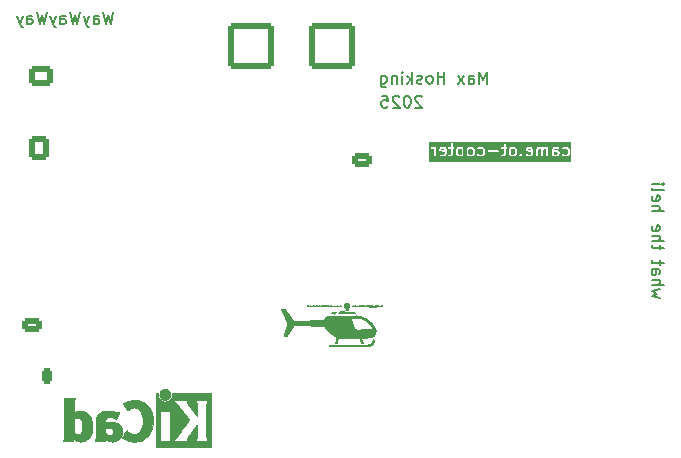
<source format=gbr>
%TF.GenerationSoftware,KiCad,Pcbnew,8.0.7*%
%TF.CreationDate,2025-06-14T22:59:41+12:00*%
%TF.ProjectId,heli_avionics,68656c69-5f61-4766-996f-6e6963732e6b,rev?*%
%TF.SameCoordinates,Original*%
%TF.FileFunction,Legend,Bot*%
%TF.FilePolarity,Positive*%
%FSLAX46Y46*%
G04 Gerber Fmt 4.6, Leading zero omitted, Abs format (unit mm)*
G04 Created by KiCad (PCBNEW 8.0.7) date 2025-06-14 22:59:41*
%MOMM*%
%LPD*%
G01*
G04 APERTURE LIST*
G04 Aperture macros list*
%AMRoundRect*
0 Rectangle with rounded corners*
0 $1 Rounding radius*
0 $2 $3 $4 $5 $6 $7 $8 $9 X,Y pos of 4 corners*
0 Add a 4 corners polygon primitive as box body*
4,1,4,$2,$3,$4,$5,$6,$7,$8,$9,$2,$3,0*
0 Add four circle primitives for the rounded corners*
1,1,$1+$1,$2,$3*
1,1,$1+$1,$4,$5*
1,1,$1+$1,$6,$7*
1,1,$1+$1,$8,$9*
0 Add four rect primitives between the rounded corners*
20,1,$1+$1,$2,$3,$4,$5,0*
20,1,$1+$1,$4,$5,$6,$7,0*
20,1,$1+$1,$6,$7,$8,$9,0*
20,1,$1+$1,$8,$9,$2,$3,0*%
G04 Aperture macros list end*
%ADD10C,0.160000*%
%ADD11C,0.000000*%
%ADD12C,0.010000*%
%ADD13RoundRect,0.250000X0.625000X-0.350000X0.625000X0.350000X-0.625000X0.350000X-0.625000X-0.350000X0*%
%ADD14O,1.750000X1.200000*%
%ADD15RoundRect,0.250002X-1.699998X-1.699998X1.699998X-1.699998X1.699998X1.699998X-1.699998X1.699998X0*%
%ADD16R,1.700000X1.700000*%
%ADD17O,1.700000X1.700000*%
%ADD18RoundRect,0.250000X-0.600000X-0.750000X0.600000X-0.750000X0.600000X0.750000X-0.600000X0.750000X0*%
%ADD19O,1.700000X2.000000*%
%ADD20RoundRect,0.225000X0.225000X0.425000X-0.225000X0.425000X-0.225000X-0.425000X0.225000X-0.425000X0*%
%ADD21O,0.900000X1.300000*%
%ADD22RoundRect,0.250000X0.750000X-0.600000X0.750000X0.600000X-0.750000X0.600000X-0.750000X-0.600000X0*%
%ADD23O,2.000000X1.700000*%
%ADD24C,2.000000*%
%ADD25RoundRect,0.250001X-0.799999X-0.799999X0.799999X-0.799999X0.799999X0.799999X-0.799999X0.799999X0*%
%ADD26R,1.600000X1.600000*%
%ADD27C,1.600000*%
%ADD28R,2.000000X2.000000*%
G04 APERTURE END LIST*
D10*
X155991367Y-125227879D02*
X155324700Y-125037403D01*
X155324700Y-125037403D02*
X155800891Y-124846927D01*
X155800891Y-124846927D02*
X155324700Y-124656451D01*
X155324700Y-124656451D02*
X155991367Y-124465975D01*
X155324700Y-124085022D02*
X156324700Y-124085022D01*
X155324700Y-123656451D02*
X155848510Y-123656451D01*
X155848510Y-123656451D02*
X155943748Y-123704070D01*
X155943748Y-123704070D02*
X155991367Y-123799308D01*
X155991367Y-123799308D02*
X155991367Y-123942165D01*
X155991367Y-123942165D02*
X155943748Y-124037403D01*
X155943748Y-124037403D02*
X155896129Y-124085022D01*
X155324700Y-122751689D02*
X155848510Y-122751689D01*
X155848510Y-122751689D02*
X155943748Y-122799308D01*
X155943748Y-122799308D02*
X155991367Y-122894546D01*
X155991367Y-122894546D02*
X155991367Y-123085022D01*
X155991367Y-123085022D02*
X155943748Y-123180260D01*
X155372320Y-122751689D02*
X155324700Y-122846927D01*
X155324700Y-122846927D02*
X155324700Y-123085022D01*
X155324700Y-123085022D02*
X155372320Y-123180260D01*
X155372320Y-123180260D02*
X155467558Y-123227879D01*
X155467558Y-123227879D02*
X155562796Y-123227879D01*
X155562796Y-123227879D02*
X155658034Y-123180260D01*
X155658034Y-123180260D02*
X155705653Y-123085022D01*
X155705653Y-123085022D02*
X155705653Y-122846927D01*
X155705653Y-122846927D02*
X155753272Y-122751689D01*
X155991367Y-122418355D02*
X155991367Y-122037403D01*
X156324700Y-122275498D02*
X155467558Y-122275498D01*
X155467558Y-122275498D02*
X155372320Y-122227879D01*
X155372320Y-122227879D02*
X155324700Y-122132641D01*
X155324700Y-122132641D02*
X155324700Y-122037403D01*
X155991367Y-121085021D02*
X155991367Y-120704069D01*
X156324700Y-120942164D02*
X155467558Y-120942164D01*
X155467558Y-120942164D02*
X155372320Y-120894545D01*
X155372320Y-120894545D02*
X155324700Y-120799307D01*
X155324700Y-120799307D02*
X155324700Y-120704069D01*
X155324700Y-120370735D02*
X156324700Y-120370735D01*
X155324700Y-119942164D02*
X155848510Y-119942164D01*
X155848510Y-119942164D02*
X155943748Y-119989783D01*
X155943748Y-119989783D02*
X155991367Y-120085021D01*
X155991367Y-120085021D02*
X155991367Y-120227878D01*
X155991367Y-120227878D02*
X155943748Y-120323116D01*
X155943748Y-120323116D02*
X155896129Y-120370735D01*
X155372320Y-119085021D02*
X155324700Y-119180259D01*
X155324700Y-119180259D02*
X155324700Y-119370735D01*
X155324700Y-119370735D02*
X155372320Y-119465973D01*
X155372320Y-119465973D02*
X155467558Y-119513592D01*
X155467558Y-119513592D02*
X155848510Y-119513592D01*
X155848510Y-119513592D02*
X155943748Y-119465973D01*
X155943748Y-119465973D02*
X155991367Y-119370735D01*
X155991367Y-119370735D02*
X155991367Y-119180259D01*
X155991367Y-119180259D02*
X155943748Y-119085021D01*
X155943748Y-119085021D02*
X155848510Y-119037402D01*
X155848510Y-119037402D02*
X155753272Y-119037402D01*
X155753272Y-119037402D02*
X155658034Y-119513592D01*
X155324700Y-117846925D02*
X156324700Y-117846925D01*
X155324700Y-117418354D02*
X155848510Y-117418354D01*
X155848510Y-117418354D02*
X155943748Y-117465973D01*
X155943748Y-117465973D02*
X155991367Y-117561211D01*
X155991367Y-117561211D02*
X155991367Y-117704068D01*
X155991367Y-117704068D02*
X155943748Y-117799306D01*
X155943748Y-117799306D02*
X155896129Y-117846925D01*
X155372320Y-116561211D02*
X155324700Y-116656449D01*
X155324700Y-116656449D02*
X155324700Y-116846925D01*
X155324700Y-116846925D02*
X155372320Y-116942163D01*
X155372320Y-116942163D02*
X155467558Y-116989782D01*
X155467558Y-116989782D02*
X155848510Y-116989782D01*
X155848510Y-116989782D02*
X155943748Y-116942163D01*
X155943748Y-116942163D02*
X155991367Y-116846925D01*
X155991367Y-116846925D02*
X155991367Y-116656449D01*
X155991367Y-116656449D02*
X155943748Y-116561211D01*
X155943748Y-116561211D02*
X155848510Y-116513592D01*
X155848510Y-116513592D02*
X155753272Y-116513592D01*
X155753272Y-116513592D02*
X155658034Y-116989782D01*
X155324700Y-115942163D02*
X155372320Y-116037401D01*
X155372320Y-116037401D02*
X155467558Y-116085020D01*
X155467558Y-116085020D02*
X156324700Y-116085020D01*
X155324700Y-115561210D02*
X155991367Y-115561210D01*
X156324700Y-115561210D02*
X156277081Y-115608829D01*
X156277081Y-115608829D02*
X156229462Y-115561210D01*
X156229462Y-115561210D02*
X156277081Y-115513591D01*
X156277081Y-115513591D02*
X156324700Y-115561210D01*
X156324700Y-115561210D02*
X156229462Y-115561210D01*
G36*
X139214259Y-112583693D02*
G01*
X139214259Y-113056237D01*
X139180136Y-113073299D01*
X139027430Y-113073299D01*
X138960696Y-113039932D01*
X138931436Y-113010671D01*
X138898069Y-112943937D01*
X138898069Y-112695993D01*
X138931435Y-112629260D01*
X138960696Y-112599998D01*
X139027430Y-112566632D01*
X139180136Y-112566632D01*
X139214259Y-112583693D01*
G37*
G36*
X137758439Y-112593879D02*
G01*
X137785687Y-112648374D01*
X137785687Y-112722380D01*
X137469497Y-112659143D01*
X137469497Y-112648374D01*
X137496744Y-112593879D01*
X137551239Y-112566632D01*
X137703945Y-112566632D01*
X137758439Y-112593879D01*
G37*
G36*
X140104011Y-112599998D02*
G01*
X140133273Y-112629259D01*
X140166640Y-112695993D01*
X140166640Y-112943937D01*
X140133272Y-113010671D01*
X140104012Y-113039932D01*
X140037279Y-113073299D01*
X139932192Y-113073299D01*
X139865458Y-113039932D01*
X139836198Y-113010671D01*
X139802831Y-112943937D01*
X139802831Y-112695993D01*
X139836197Y-112629260D01*
X139865458Y-112599998D01*
X139932192Y-112566632D01*
X140037279Y-112566632D01*
X140104011Y-112599998D01*
G37*
G36*
X143675440Y-112599998D02*
G01*
X143704702Y-112629259D01*
X143738069Y-112695993D01*
X143738069Y-112943937D01*
X143704701Y-113010671D01*
X143675441Y-113039932D01*
X143608708Y-113073299D01*
X143503621Y-113073299D01*
X143436887Y-113039932D01*
X143407627Y-113010671D01*
X143374260Y-112943937D01*
X143374260Y-112695993D01*
X143407626Y-112629260D01*
X143436887Y-112599998D01*
X143503621Y-112566632D01*
X143608708Y-112566632D01*
X143675440Y-112599998D01*
G37*
G36*
X145091774Y-112593879D02*
G01*
X145119022Y-112648374D01*
X145119022Y-112722380D01*
X144802832Y-112659143D01*
X144802832Y-112648374D01*
X144830079Y-112593879D01*
X144884574Y-112566632D01*
X145037280Y-112566632D01*
X145091774Y-112593879D01*
G37*
G36*
X147056165Y-112852346D02*
G01*
X147275375Y-112852346D01*
X147329869Y-112879593D01*
X147357117Y-112934088D01*
X147357117Y-112991556D01*
X147329869Y-113046051D01*
X147275375Y-113073299D01*
X147075050Y-113073299D01*
X147040927Y-113056237D01*
X147040927Y-112850845D01*
X147056165Y-112852346D01*
G37*
G36*
X148485371Y-113676206D02*
G01*
X136485637Y-113676206D01*
X136485637Y-112471025D01*
X136596748Y-112471025D01*
X136596748Y-112502239D01*
X136608693Y-112531078D01*
X136630765Y-112553150D01*
X136659604Y-112565095D01*
X136675211Y-112566632D01*
X136751564Y-112566632D01*
X136818296Y-112599998D01*
X136847558Y-112629259D01*
X136880925Y-112695993D01*
X136880925Y-113153299D01*
X136882462Y-113168906D01*
X136894407Y-113197745D01*
X136916479Y-113219817D01*
X136945318Y-113231762D01*
X136976532Y-113231762D01*
X137005371Y-113219817D01*
X137027443Y-113197745D01*
X137039388Y-113168906D01*
X137040925Y-113153299D01*
X137040925Y-112629489D01*
X137309497Y-112629489D01*
X137309497Y-112724727D01*
X137311034Y-112740334D01*
X137314032Y-112747573D01*
X137315554Y-112755265D01*
X137319948Y-112761856D01*
X137322979Y-112769173D01*
X137328520Y-112774714D01*
X137332869Y-112781237D01*
X137339450Y-112785644D01*
X137345051Y-112791245D01*
X137352291Y-112794243D01*
X137358805Y-112798606D01*
X137373808Y-112803173D01*
X137373887Y-112803188D01*
X137373890Y-112803190D01*
X137373893Y-112803190D01*
X137785687Y-112885548D01*
X137785687Y-112991556D01*
X137758439Y-113046051D01*
X137703945Y-113073299D01*
X137551239Y-113073299D01*
X137472893Y-113034126D01*
X137458246Y-113028521D01*
X137427110Y-113026308D01*
X137397497Y-113036179D01*
X137373916Y-113056631D01*
X137359957Y-113084550D01*
X137357744Y-113115686D01*
X137367615Y-113145299D01*
X137388067Y-113168880D01*
X137401339Y-113177234D01*
X137496577Y-113224853D01*
X137511223Y-113230458D01*
X137514090Y-113230661D01*
X137516747Y-113231762D01*
X137532354Y-113233299D01*
X137722830Y-113233299D01*
X137738437Y-113231762D01*
X137741093Y-113230661D01*
X137743960Y-113230458D01*
X137758607Y-113224853D01*
X137853845Y-113177234D01*
X137856453Y-113175592D01*
X137857687Y-113175181D01*
X137859222Y-113173848D01*
X137867117Y-113168880D01*
X137873689Y-113161301D01*
X137881268Y-113154729D01*
X137886236Y-113146834D01*
X137887569Y-113145299D01*
X137887980Y-113144065D01*
X137889622Y-113141457D01*
X137937241Y-113046218D01*
X137942846Y-113031571D01*
X137943049Y-113028704D01*
X137944150Y-113026048D01*
X137945687Y-113010441D01*
X137945687Y-112629489D01*
X137944150Y-112613882D01*
X137943049Y-112611225D01*
X137942846Y-112608358D01*
X137937241Y-112593712D01*
X137889622Y-112498474D01*
X137887980Y-112495865D01*
X137887569Y-112494632D01*
X137886236Y-112493096D01*
X137881268Y-112485202D01*
X137873689Y-112478629D01*
X137867117Y-112471051D01*
X137867076Y-112471025D01*
X138072939Y-112471025D01*
X138072939Y-112502239D01*
X138084884Y-112531078D01*
X138106956Y-112553150D01*
X138135795Y-112565095D01*
X138151402Y-112566632D01*
X138309497Y-112566632D01*
X138309497Y-112991556D01*
X138282249Y-113046051D01*
X138227755Y-113073299D01*
X138151402Y-113073299D01*
X138135795Y-113074836D01*
X138106956Y-113086781D01*
X138084884Y-113108853D01*
X138072939Y-113137692D01*
X138072939Y-113168906D01*
X138084884Y-113197745D01*
X138106956Y-113219817D01*
X138135795Y-113231762D01*
X138151402Y-113233299D01*
X138246640Y-113233299D01*
X138262247Y-113231762D01*
X138264903Y-113230661D01*
X138267770Y-113230458D01*
X138282417Y-113224853D01*
X138377655Y-113177234D01*
X138380263Y-113175592D01*
X138381497Y-113175181D01*
X138383032Y-113173848D01*
X138390927Y-113168880D01*
X138397499Y-113161301D01*
X138405078Y-113154729D01*
X138410046Y-113146834D01*
X138411379Y-113145299D01*
X138411790Y-113144065D01*
X138413432Y-113141457D01*
X138461051Y-113046218D01*
X138466656Y-113031571D01*
X138466859Y-113028704D01*
X138467960Y-113026048D01*
X138469497Y-113010441D01*
X138469497Y-112677108D01*
X138738069Y-112677108D01*
X138738069Y-112962822D01*
X138739606Y-112978429D01*
X138740706Y-112981085D01*
X138740910Y-112983952D01*
X138746515Y-112998599D01*
X138794134Y-113093837D01*
X138798361Y-113100553D01*
X138799170Y-113102505D01*
X138800972Y-113104701D01*
X138802488Y-113107109D01*
X138804085Y-113108494D01*
X138809119Y-113114628D01*
X138856738Y-113162248D01*
X138862873Y-113167283D01*
X138864258Y-113168880D01*
X138866662Y-113170393D01*
X138868860Y-113172197D01*
X138870812Y-113173005D01*
X138877530Y-113177234D01*
X138972768Y-113224853D01*
X138987414Y-113230458D01*
X138990281Y-113230661D01*
X138992938Y-113231762D01*
X139008545Y-113233299D01*
X139199021Y-113233299D01*
X139214259Y-113231798D01*
X139214259Y-113486632D01*
X139215796Y-113502239D01*
X139227741Y-113531078D01*
X139249813Y-113553150D01*
X139278652Y-113565095D01*
X139309866Y-113565095D01*
X139338705Y-113553150D01*
X139360777Y-113531078D01*
X139372722Y-113502239D01*
X139374259Y-113486632D01*
X139374259Y-112677108D01*
X139642831Y-112677108D01*
X139642831Y-112962822D01*
X139644368Y-112978429D01*
X139645468Y-112981085D01*
X139645672Y-112983952D01*
X139651277Y-112998599D01*
X139698896Y-113093837D01*
X139703123Y-113100553D01*
X139703932Y-113102505D01*
X139705734Y-113104701D01*
X139707250Y-113107109D01*
X139708847Y-113108494D01*
X139713881Y-113114628D01*
X139761500Y-113162248D01*
X139767635Y-113167283D01*
X139769020Y-113168880D01*
X139771424Y-113170393D01*
X139773622Y-113172197D01*
X139775574Y-113173005D01*
X139782292Y-113177234D01*
X139877530Y-113224853D01*
X139892176Y-113230458D01*
X139895043Y-113230661D01*
X139897700Y-113231762D01*
X139913307Y-113233299D01*
X140056164Y-113233299D01*
X140071771Y-113231762D01*
X140074427Y-113230661D01*
X140077294Y-113230458D01*
X140091941Y-113224853D01*
X140187179Y-113177234D01*
X140193896Y-113173005D01*
X140195849Y-113172197D01*
X140198046Y-113170393D01*
X140200451Y-113168880D01*
X140201835Y-113167283D01*
X140207971Y-113162248D01*
X140255590Y-113114628D01*
X140260623Y-113108494D01*
X140262221Y-113107109D01*
X140263736Y-113104701D01*
X140265539Y-113102505D01*
X140266347Y-113100553D01*
X140270575Y-113093837D01*
X140318194Y-112998599D01*
X140323799Y-112983953D01*
X140324002Y-112981085D01*
X140325103Y-112978429D01*
X140326640Y-112962822D01*
X140326640Y-112677108D01*
X140325103Y-112661501D01*
X140324002Y-112658844D01*
X140323799Y-112655977D01*
X140318194Y-112641331D01*
X140270575Y-112546093D01*
X140266345Y-112539374D01*
X140265538Y-112537424D01*
X140263736Y-112535229D01*
X140262221Y-112532821D01*
X140260623Y-112531435D01*
X140255589Y-112525301D01*
X140254533Y-112524245D01*
X140548221Y-112524245D01*
X140550434Y-112555381D01*
X140564393Y-112583300D01*
X140587974Y-112603752D01*
X140617587Y-112613623D01*
X140648723Y-112611410D01*
X140663370Y-112605805D01*
X140741716Y-112566632D01*
X140894422Y-112566632D01*
X140961154Y-112599998D01*
X140990416Y-112629259D01*
X141023783Y-112695993D01*
X141023783Y-112943937D01*
X140990415Y-113010671D01*
X140961155Y-113039932D01*
X140894422Y-113073299D01*
X140741716Y-113073299D01*
X140663370Y-113034126D01*
X140648723Y-113028521D01*
X140617587Y-113026308D01*
X140587974Y-113036179D01*
X140564393Y-113056631D01*
X140550434Y-113084550D01*
X140548221Y-113115686D01*
X140558092Y-113145299D01*
X140578544Y-113168880D01*
X140591816Y-113177234D01*
X140687054Y-113224853D01*
X140701700Y-113230458D01*
X140704567Y-113230661D01*
X140707224Y-113231762D01*
X140722831Y-113233299D01*
X140913307Y-113233299D01*
X140928914Y-113231762D01*
X140931570Y-113230661D01*
X140934437Y-113230458D01*
X140949084Y-113224853D01*
X141044322Y-113177234D01*
X141051039Y-113173005D01*
X141052992Y-113172197D01*
X141055189Y-113170393D01*
X141057594Y-113168880D01*
X141058978Y-113167283D01*
X141065114Y-113162248D01*
X141112733Y-113114628D01*
X141117766Y-113108494D01*
X141119364Y-113107109D01*
X141120879Y-113104701D01*
X141122682Y-113102505D01*
X141123490Y-113100553D01*
X141127718Y-113093837D01*
X141175337Y-112998599D01*
X141180942Y-112983953D01*
X141181145Y-112981085D01*
X141182246Y-112978429D01*
X141183783Y-112962822D01*
X141183783Y-112756739D01*
X141453892Y-112756739D01*
X141453892Y-112787953D01*
X141465837Y-112816792D01*
X141487909Y-112838864D01*
X141516748Y-112850809D01*
X141532355Y-112852346D01*
X142294259Y-112852346D01*
X142309866Y-112850809D01*
X142338705Y-112838864D01*
X142360777Y-112816792D01*
X142372722Y-112787953D01*
X142372722Y-112756739D01*
X142360777Y-112727900D01*
X142338705Y-112705828D01*
X142309866Y-112693883D01*
X142294259Y-112692346D01*
X141532355Y-112692346D01*
X141516748Y-112693883D01*
X141487909Y-112705828D01*
X141465837Y-112727900D01*
X141453892Y-112756739D01*
X141183783Y-112756739D01*
X141183783Y-112677108D01*
X141182246Y-112661501D01*
X141181145Y-112658844D01*
X141180942Y-112655977D01*
X141175337Y-112641331D01*
X141127718Y-112546093D01*
X141123488Y-112539374D01*
X141122681Y-112537424D01*
X141120879Y-112535229D01*
X141119364Y-112532821D01*
X141117766Y-112531435D01*
X141112732Y-112525301D01*
X141065114Y-112477682D01*
X141058976Y-112472645D01*
X141057594Y-112471051D01*
X141057553Y-112471025D01*
X142549130Y-112471025D01*
X142549130Y-112502239D01*
X142561075Y-112531078D01*
X142583147Y-112553150D01*
X142611986Y-112565095D01*
X142627593Y-112566632D01*
X142785688Y-112566632D01*
X142785688Y-112991556D01*
X142758440Y-113046051D01*
X142703946Y-113073299D01*
X142627593Y-113073299D01*
X142611986Y-113074836D01*
X142583147Y-113086781D01*
X142561075Y-113108853D01*
X142549130Y-113137692D01*
X142549130Y-113168906D01*
X142561075Y-113197745D01*
X142583147Y-113219817D01*
X142611986Y-113231762D01*
X142627593Y-113233299D01*
X142722831Y-113233299D01*
X142738438Y-113231762D01*
X142741094Y-113230661D01*
X142743961Y-113230458D01*
X142758608Y-113224853D01*
X142853846Y-113177234D01*
X142856454Y-113175592D01*
X142857688Y-113175181D01*
X142859223Y-113173848D01*
X142867118Y-113168880D01*
X142873690Y-113161301D01*
X142881269Y-113154729D01*
X142886237Y-113146834D01*
X142887570Y-113145299D01*
X142887981Y-113144065D01*
X142889623Y-113141457D01*
X142937242Y-113046218D01*
X142942847Y-113031571D01*
X142943050Y-113028704D01*
X142944151Y-113026048D01*
X142945688Y-113010441D01*
X142945688Y-112677108D01*
X143214260Y-112677108D01*
X143214260Y-112962822D01*
X143215797Y-112978429D01*
X143216897Y-112981085D01*
X143217101Y-112983952D01*
X143222706Y-112998599D01*
X143270325Y-113093837D01*
X143274552Y-113100553D01*
X143275361Y-113102505D01*
X143277163Y-113104701D01*
X143278679Y-113107109D01*
X143280276Y-113108494D01*
X143285310Y-113114628D01*
X143332929Y-113162248D01*
X143339064Y-113167283D01*
X143340449Y-113168880D01*
X143342853Y-113170393D01*
X143345051Y-113172197D01*
X143347003Y-113173005D01*
X143353721Y-113177234D01*
X143448959Y-113224853D01*
X143463605Y-113230458D01*
X143466472Y-113230661D01*
X143469129Y-113231762D01*
X143484736Y-113233299D01*
X143627593Y-113233299D01*
X143643200Y-113231762D01*
X143645856Y-113230661D01*
X143648723Y-113230458D01*
X143663370Y-113224853D01*
X143758608Y-113177234D01*
X143765325Y-113173005D01*
X143767278Y-113172197D01*
X143769475Y-113170393D01*
X143771880Y-113168880D01*
X143773264Y-113167283D01*
X143779400Y-113162248D01*
X143798355Y-113143293D01*
X144072031Y-113143293D01*
X144074244Y-113174429D01*
X144088203Y-113202348D01*
X144111784Y-113222800D01*
X144141397Y-113232671D01*
X144172533Y-113230458D01*
X144187180Y-113224853D01*
X144282418Y-113177234D01*
X144285026Y-113175592D01*
X144286260Y-113175181D01*
X144287795Y-113173848D01*
X144295690Y-113168880D01*
X144302262Y-113161301D01*
X144309841Y-113154729D01*
X144314809Y-113146834D01*
X144316142Y-113145299D01*
X144316553Y-113144065D01*
X144318195Y-113141457D01*
X144365814Y-113046218D01*
X144371419Y-113031571D01*
X144371622Y-113028704D01*
X144372723Y-113026048D01*
X144374260Y-113010441D01*
X144374260Y-112629489D01*
X144642832Y-112629489D01*
X144642832Y-112724727D01*
X144644369Y-112740334D01*
X144647367Y-112747573D01*
X144648889Y-112755265D01*
X144653283Y-112761856D01*
X144656314Y-112769173D01*
X144661855Y-112774714D01*
X144666204Y-112781237D01*
X144672785Y-112785644D01*
X144678386Y-112791245D01*
X144685626Y-112794243D01*
X144692140Y-112798606D01*
X144707143Y-112803173D01*
X144707222Y-112803188D01*
X144707225Y-112803190D01*
X144707228Y-112803190D01*
X145119022Y-112885548D01*
X145119022Y-112991556D01*
X145091774Y-113046051D01*
X145037280Y-113073299D01*
X144884574Y-113073299D01*
X144806228Y-113034126D01*
X144791581Y-113028521D01*
X144760445Y-113026308D01*
X144730832Y-113036179D01*
X144707251Y-113056631D01*
X144693292Y-113084550D01*
X144691079Y-113115686D01*
X144700950Y-113145299D01*
X144721402Y-113168880D01*
X144734674Y-113177234D01*
X144829912Y-113224853D01*
X144844558Y-113230458D01*
X144847425Y-113230661D01*
X144850082Y-113231762D01*
X144865689Y-113233299D01*
X145056165Y-113233299D01*
X145071772Y-113231762D01*
X145074428Y-113230661D01*
X145077295Y-113230458D01*
X145091942Y-113224853D01*
X145187180Y-113177234D01*
X145189788Y-113175592D01*
X145191022Y-113175181D01*
X145192557Y-113173848D01*
X145200452Y-113168880D01*
X145207024Y-113161301D01*
X145214603Y-113154729D01*
X145219571Y-113146834D01*
X145220904Y-113145299D01*
X145221315Y-113144065D01*
X145222957Y-113141457D01*
X145270576Y-113046218D01*
X145276181Y-113031571D01*
X145276384Y-113028704D01*
X145277485Y-113026048D01*
X145279022Y-113010441D01*
X145279022Y-112629489D01*
X145547593Y-112629489D01*
X145547593Y-113153299D01*
X145549130Y-113168906D01*
X145561075Y-113197745D01*
X145583147Y-113219817D01*
X145611986Y-113231762D01*
X145643200Y-113231762D01*
X145672039Y-113219817D01*
X145694111Y-113197745D01*
X145706056Y-113168906D01*
X145707593Y-113153299D01*
X145707593Y-112648374D01*
X145734840Y-112593879D01*
X145789336Y-112566632D01*
X145894423Y-112566632D01*
X145948917Y-112593879D01*
X145976165Y-112648374D01*
X145976165Y-113153299D01*
X145977702Y-113168906D01*
X145989647Y-113197745D01*
X146011719Y-113219817D01*
X146040558Y-113231762D01*
X146071772Y-113231762D01*
X146100611Y-113219817D01*
X146122683Y-113197745D01*
X146134628Y-113168906D01*
X146136165Y-113153299D01*
X146136165Y-112648374D01*
X146163412Y-112593879D01*
X146217907Y-112566632D01*
X146322994Y-112566632D01*
X146389726Y-112599998D01*
X146404736Y-112615007D01*
X146404736Y-113153299D01*
X146406273Y-113168906D01*
X146418218Y-113197745D01*
X146440290Y-113219817D01*
X146469129Y-113231762D01*
X146500343Y-113231762D01*
X146529182Y-113219817D01*
X146551254Y-113197745D01*
X146563199Y-113168906D01*
X146564736Y-113153299D01*
X146564736Y-112629489D01*
X146880927Y-112629489D01*
X146880927Y-113153299D01*
X146882464Y-113168906D01*
X146894409Y-113197745D01*
X146916481Y-113219817D01*
X146945320Y-113231762D01*
X146976534Y-113231762D01*
X147005373Y-113219817D01*
X147007020Y-113218169D01*
X147020388Y-113224853D01*
X147035034Y-113230458D01*
X147037901Y-113230661D01*
X147040558Y-113231762D01*
X147056165Y-113233299D01*
X147294260Y-113233299D01*
X147309867Y-113231762D01*
X147312523Y-113230661D01*
X147315390Y-113230458D01*
X147330037Y-113224853D01*
X147425275Y-113177234D01*
X147427883Y-113175592D01*
X147429117Y-113175181D01*
X147430652Y-113173848D01*
X147438547Y-113168880D01*
X147445119Y-113161301D01*
X147452698Y-113154729D01*
X147457666Y-113146834D01*
X147458999Y-113145299D01*
X147459410Y-113144065D01*
X147461052Y-113141457D01*
X147508671Y-113046218D01*
X147514276Y-113031571D01*
X147514479Y-113028704D01*
X147515580Y-113026048D01*
X147517117Y-113010441D01*
X147517117Y-112915203D01*
X147515580Y-112899596D01*
X147514479Y-112896939D01*
X147514276Y-112894072D01*
X147508671Y-112879426D01*
X147461052Y-112784188D01*
X147459410Y-112781579D01*
X147458999Y-112780346D01*
X147457666Y-112778810D01*
X147452698Y-112770916D01*
X147445119Y-112764343D01*
X147438547Y-112756765D01*
X147430652Y-112751796D01*
X147429117Y-112750464D01*
X147427883Y-112750052D01*
X147425275Y-112748411D01*
X147330037Y-112700792D01*
X147315390Y-112695187D01*
X147312523Y-112694983D01*
X147309867Y-112693883D01*
X147294260Y-112692346D01*
X147075050Y-112692346D01*
X147040927Y-112675284D01*
X147040927Y-112648374D01*
X147068174Y-112593879D01*
X147122669Y-112566632D01*
X147275375Y-112566632D01*
X147353721Y-112605805D01*
X147368367Y-112611410D01*
X147399504Y-112613623D01*
X147429116Y-112603752D01*
X147452697Y-112583300D01*
X147466657Y-112555381D01*
X147468870Y-112524245D01*
X147738698Y-112524245D01*
X147740911Y-112555381D01*
X147754870Y-112583300D01*
X147778451Y-112603752D01*
X147808064Y-112613623D01*
X147839200Y-112611410D01*
X147853847Y-112605805D01*
X147932193Y-112566632D01*
X148084899Y-112566632D01*
X148151631Y-112599998D01*
X148180893Y-112629259D01*
X148214260Y-112695993D01*
X148214260Y-112943937D01*
X148180892Y-113010671D01*
X148151632Y-113039932D01*
X148084899Y-113073299D01*
X147932193Y-113073299D01*
X147853847Y-113034126D01*
X147839200Y-113028521D01*
X147808064Y-113026308D01*
X147778451Y-113036179D01*
X147754870Y-113056631D01*
X147740911Y-113084550D01*
X147738698Y-113115686D01*
X147748569Y-113145299D01*
X147769021Y-113168880D01*
X147782293Y-113177234D01*
X147877531Y-113224853D01*
X147892177Y-113230458D01*
X147895044Y-113230661D01*
X147897701Y-113231762D01*
X147913308Y-113233299D01*
X148103784Y-113233299D01*
X148119391Y-113231762D01*
X148122047Y-113230661D01*
X148124914Y-113230458D01*
X148139561Y-113224853D01*
X148234799Y-113177234D01*
X148241516Y-113173005D01*
X148243469Y-113172197D01*
X148245666Y-113170393D01*
X148248071Y-113168880D01*
X148249455Y-113167283D01*
X148255591Y-113162248D01*
X148303210Y-113114628D01*
X148308243Y-113108494D01*
X148309841Y-113107109D01*
X148311356Y-113104701D01*
X148313159Y-113102505D01*
X148313967Y-113100553D01*
X148318195Y-113093837D01*
X148365814Y-112998599D01*
X148371419Y-112983953D01*
X148371622Y-112981085D01*
X148372723Y-112978429D01*
X148374260Y-112962822D01*
X148374260Y-112677108D01*
X148372723Y-112661501D01*
X148371622Y-112658844D01*
X148371419Y-112655977D01*
X148365814Y-112641331D01*
X148318195Y-112546093D01*
X148313965Y-112539374D01*
X148313158Y-112537424D01*
X148311356Y-112535229D01*
X148309841Y-112532821D01*
X148308243Y-112531435D01*
X148303209Y-112525301D01*
X148255591Y-112477682D01*
X148249453Y-112472645D01*
X148248071Y-112471051D01*
X148245667Y-112469538D01*
X148243468Y-112467733D01*
X148241513Y-112466923D01*
X148234799Y-112462697D01*
X148139561Y-112415078D01*
X148124914Y-112409473D01*
X148122047Y-112409269D01*
X148119391Y-112408169D01*
X148103784Y-112406632D01*
X147913308Y-112406632D01*
X147897701Y-112408169D01*
X147895044Y-112409269D01*
X147892177Y-112409473D01*
X147877531Y-112415078D01*
X147782293Y-112462697D01*
X147769021Y-112471051D01*
X147748569Y-112494632D01*
X147738698Y-112524245D01*
X147468870Y-112524245D01*
X147458999Y-112494632D01*
X147438547Y-112471051D01*
X147425275Y-112462697D01*
X147330037Y-112415078D01*
X147315390Y-112409473D01*
X147312523Y-112409269D01*
X147309867Y-112408169D01*
X147294260Y-112406632D01*
X147103784Y-112406632D01*
X147088177Y-112408169D01*
X147085520Y-112409269D01*
X147082653Y-112409473D01*
X147068007Y-112415078D01*
X146972769Y-112462697D01*
X146970160Y-112464338D01*
X146968927Y-112464750D01*
X146967391Y-112466082D01*
X146959497Y-112471051D01*
X146952924Y-112478629D01*
X146945346Y-112485202D01*
X146940377Y-112493096D01*
X146939045Y-112494632D01*
X146938633Y-112495865D01*
X146936992Y-112498474D01*
X146889373Y-112593712D01*
X146883768Y-112608359D01*
X146883564Y-112611225D01*
X146882464Y-112613882D01*
X146880927Y-112629489D01*
X146564736Y-112629489D01*
X146564736Y-112486632D01*
X146563199Y-112471025D01*
X146551254Y-112442186D01*
X146529182Y-112420114D01*
X146500343Y-112408169D01*
X146469129Y-112408169D01*
X146440290Y-112420114D01*
X146422769Y-112437634D01*
X146377656Y-112415078D01*
X146363009Y-112409473D01*
X146360142Y-112409269D01*
X146357486Y-112408169D01*
X146341879Y-112406632D01*
X146199022Y-112406632D01*
X146183415Y-112408169D01*
X146180758Y-112409269D01*
X146177891Y-112409473D01*
X146163245Y-112415078D01*
X146068007Y-112462697D01*
X146065398Y-112464338D01*
X146064165Y-112464750D01*
X146062629Y-112466082D01*
X146056165Y-112470150D01*
X146049700Y-112466082D01*
X146048165Y-112464750D01*
X146046931Y-112464338D01*
X146044323Y-112462697D01*
X145949085Y-112415078D01*
X145934438Y-112409473D01*
X145931571Y-112409269D01*
X145928915Y-112408169D01*
X145913308Y-112406632D01*
X145770451Y-112406632D01*
X145754844Y-112408169D01*
X145752187Y-112409269D01*
X145749321Y-112409473D01*
X145734674Y-112415078D01*
X145639435Y-112462697D01*
X145636826Y-112464338D01*
X145635593Y-112464750D01*
X145634057Y-112466082D01*
X145626163Y-112471051D01*
X145619590Y-112478629D01*
X145612012Y-112485202D01*
X145607043Y-112493096D01*
X145605711Y-112494632D01*
X145605299Y-112495865D01*
X145603658Y-112498474D01*
X145556039Y-112593712D01*
X145550434Y-112608359D01*
X145550230Y-112611225D01*
X145549130Y-112613882D01*
X145547593Y-112629489D01*
X145279022Y-112629489D01*
X145277485Y-112613882D01*
X145276384Y-112611225D01*
X145276181Y-112608358D01*
X145270576Y-112593712D01*
X145222957Y-112498474D01*
X145221315Y-112495865D01*
X145220904Y-112494632D01*
X145219571Y-112493096D01*
X145214603Y-112485202D01*
X145207024Y-112478629D01*
X145200452Y-112471051D01*
X145192557Y-112466082D01*
X145191022Y-112464750D01*
X145189788Y-112464338D01*
X145187180Y-112462697D01*
X145091942Y-112415078D01*
X145077295Y-112409473D01*
X145074428Y-112409269D01*
X145071772Y-112408169D01*
X145056165Y-112406632D01*
X144865689Y-112406632D01*
X144850082Y-112408169D01*
X144847425Y-112409269D01*
X144844558Y-112409473D01*
X144829912Y-112415078D01*
X144734674Y-112462697D01*
X144732065Y-112464338D01*
X144730832Y-112464750D01*
X144729296Y-112466082D01*
X144721402Y-112471051D01*
X144714829Y-112478629D01*
X144707251Y-112485202D01*
X144702282Y-112493096D01*
X144700950Y-112494632D01*
X144700538Y-112495865D01*
X144698897Y-112498474D01*
X144651278Y-112593712D01*
X144645673Y-112608359D01*
X144645469Y-112611225D01*
X144644369Y-112613882D01*
X144642832Y-112629489D01*
X144374260Y-112629489D01*
X144374260Y-112153299D01*
X144372723Y-112137692D01*
X144360778Y-112108853D01*
X144338706Y-112086781D01*
X144309867Y-112074836D01*
X144278653Y-112074836D01*
X144249814Y-112086781D01*
X144227742Y-112108853D01*
X144215797Y-112137692D01*
X144214260Y-112153299D01*
X144214260Y-112991556D01*
X144187012Y-113046051D01*
X144115626Y-113081745D01*
X144102354Y-113090099D01*
X144081902Y-113113680D01*
X144072031Y-113143293D01*
X143798355Y-113143293D01*
X143827019Y-113114628D01*
X143832052Y-113108494D01*
X143833650Y-113107109D01*
X143835165Y-113104701D01*
X143836968Y-113102505D01*
X143837776Y-113100553D01*
X143842004Y-113093837D01*
X143889623Y-112998599D01*
X143895228Y-112983953D01*
X143895431Y-112981085D01*
X143896532Y-112978429D01*
X143898069Y-112962822D01*
X143898069Y-112677108D01*
X143896532Y-112661501D01*
X143895431Y-112658844D01*
X143895228Y-112655977D01*
X143889623Y-112641331D01*
X143842004Y-112546093D01*
X143837774Y-112539374D01*
X143836967Y-112537424D01*
X143835165Y-112535229D01*
X143833650Y-112532821D01*
X143832052Y-112531435D01*
X143827018Y-112525301D01*
X143779400Y-112477682D01*
X143773262Y-112472645D01*
X143771880Y-112471051D01*
X143769476Y-112469538D01*
X143767277Y-112467733D01*
X143765322Y-112466923D01*
X143758608Y-112462697D01*
X143663370Y-112415078D01*
X143648723Y-112409473D01*
X143645856Y-112409269D01*
X143643200Y-112408169D01*
X143627593Y-112406632D01*
X143484736Y-112406632D01*
X143469129Y-112408169D01*
X143466472Y-112409269D01*
X143463605Y-112409473D01*
X143448959Y-112415078D01*
X143353721Y-112462697D01*
X143347002Y-112466926D01*
X143345052Y-112467734D01*
X143342857Y-112469535D01*
X143340449Y-112471051D01*
X143339063Y-112472648D01*
X143332929Y-112477683D01*
X143285310Y-112525301D01*
X143280273Y-112531438D01*
X143278679Y-112532821D01*
X143277166Y-112535224D01*
X143275361Y-112537424D01*
X143274551Y-112539378D01*
X143270325Y-112546093D01*
X143222706Y-112641331D01*
X143217101Y-112655978D01*
X143216897Y-112658844D01*
X143215797Y-112661501D01*
X143214260Y-112677108D01*
X142945688Y-112677108D01*
X142945688Y-112566632D01*
X143008545Y-112566632D01*
X143024152Y-112565095D01*
X143052991Y-112553150D01*
X143075063Y-112531078D01*
X143087008Y-112502239D01*
X143087008Y-112471025D01*
X143075063Y-112442186D01*
X143052991Y-112420114D01*
X143024152Y-112408169D01*
X143008545Y-112406632D01*
X142945688Y-112406632D01*
X142945688Y-112153299D01*
X142944151Y-112137692D01*
X142932206Y-112108853D01*
X142910134Y-112086781D01*
X142881295Y-112074836D01*
X142850081Y-112074836D01*
X142821242Y-112086781D01*
X142799170Y-112108853D01*
X142787225Y-112137692D01*
X142785688Y-112153299D01*
X142785688Y-112406632D01*
X142627593Y-112406632D01*
X142611986Y-112408169D01*
X142583147Y-112420114D01*
X142561075Y-112442186D01*
X142549130Y-112471025D01*
X141057553Y-112471025D01*
X141055190Y-112469538D01*
X141052991Y-112467733D01*
X141051036Y-112466923D01*
X141044322Y-112462697D01*
X140949084Y-112415078D01*
X140934437Y-112409473D01*
X140931570Y-112409269D01*
X140928914Y-112408169D01*
X140913307Y-112406632D01*
X140722831Y-112406632D01*
X140707224Y-112408169D01*
X140704567Y-112409269D01*
X140701700Y-112409473D01*
X140687054Y-112415078D01*
X140591816Y-112462697D01*
X140578544Y-112471051D01*
X140558092Y-112494632D01*
X140548221Y-112524245D01*
X140254533Y-112524245D01*
X140207971Y-112477682D01*
X140201833Y-112472645D01*
X140200451Y-112471051D01*
X140198047Y-112469538D01*
X140195848Y-112467733D01*
X140193893Y-112466923D01*
X140187179Y-112462697D01*
X140091941Y-112415078D01*
X140077294Y-112409473D01*
X140074427Y-112409269D01*
X140071771Y-112408169D01*
X140056164Y-112406632D01*
X139913307Y-112406632D01*
X139897700Y-112408169D01*
X139895043Y-112409269D01*
X139892176Y-112409473D01*
X139877530Y-112415078D01*
X139782292Y-112462697D01*
X139775573Y-112466926D01*
X139773623Y-112467734D01*
X139771428Y-112469535D01*
X139769020Y-112471051D01*
X139767634Y-112472648D01*
X139761500Y-112477683D01*
X139713881Y-112525301D01*
X139708844Y-112531438D01*
X139707250Y-112532821D01*
X139705737Y-112535224D01*
X139703932Y-112537424D01*
X139703122Y-112539378D01*
X139698896Y-112546093D01*
X139651277Y-112641331D01*
X139645672Y-112655978D01*
X139645468Y-112658844D01*
X139644368Y-112661501D01*
X139642831Y-112677108D01*
X139374259Y-112677108D01*
X139374259Y-112486632D01*
X139372722Y-112471025D01*
X139360777Y-112442186D01*
X139338705Y-112420114D01*
X139309866Y-112408169D01*
X139278652Y-112408169D01*
X139249813Y-112420114D01*
X139248165Y-112421761D01*
X139234798Y-112415078D01*
X139220151Y-112409473D01*
X139217284Y-112409269D01*
X139214628Y-112408169D01*
X139199021Y-112406632D01*
X139008545Y-112406632D01*
X138992938Y-112408169D01*
X138990281Y-112409269D01*
X138987414Y-112409473D01*
X138972768Y-112415078D01*
X138877530Y-112462697D01*
X138870811Y-112466926D01*
X138868861Y-112467734D01*
X138866666Y-112469535D01*
X138864258Y-112471051D01*
X138862872Y-112472648D01*
X138856738Y-112477683D01*
X138809119Y-112525301D01*
X138804082Y-112531438D01*
X138802488Y-112532821D01*
X138800975Y-112535224D01*
X138799170Y-112537424D01*
X138798360Y-112539378D01*
X138794134Y-112546093D01*
X138746515Y-112641331D01*
X138740910Y-112655978D01*
X138740706Y-112658844D01*
X138739606Y-112661501D01*
X138738069Y-112677108D01*
X138469497Y-112677108D01*
X138469497Y-112566632D01*
X138532354Y-112566632D01*
X138547961Y-112565095D01*
X138576800Y-112553150D01*
X138598872Y-112531078D01*
X138610817Y-112502239D01*
X138610817Y-112471025D01*
X138598872Y-112442186D01*
X138576800Y-112420114D01*
X138547961Y-112408169D01*
X138532354Y-112406632D01*
X138469497Y-112406632D01*
X138469497Y-112153299D01*
X138467960Y-112137692D01*
X138456015Y-112108853D01*
X138433943Y-112086781D01*
X138405104Y-112074836D01*
X138373890Y-112074836D01*
X138345051Y-112086781D01*
X138322979Y-112108853D01*
X138311034Y-112137692D01*
X138309497Y-112153299D01*
X138309497Y-112406632D01*
X138151402Y-112406632D01*
X138135795Y-112408169D01*
X138106956Y-112420114D01*
X138084884Y-112442186D01*
X138072939Y-112471025D01*
X137867076Y-112471025D01*
X137859222Y-112466082D01*
X137857687Y-112464750D01*
X137856453Y-112464338D01*
X137853845Y-112462697D01*
X137758607Y-112415078D01*
X137743960Y-112409473D01*
X137741093Y-112409269D01*
X137738437Y-112408169D01*
X137722830Y-112406632D01*
X137532354Y-112406632D01*
X137516747Y-112408169D01*
X137514090Y-112409269D01*
X137511223Y-112409473D01*
X137496577Y-112415078D01*
X137401339Y-112462697D01*
X137398730Y-112464338D01*
X137397497Y-112464750D01*
X137395961Y-112466082D01*
X137388067Y-112471051D01*
X137381494Y-112478629D01*
X137373916Y-112485202D01*
X137368947Y-112493096D01*
X137367615Y-112494632D01*
X137367203Y-112495865D01*
X137365562Y-112498474D01*
X137317943Y-112593712D01*
X137312338Y-112608359D01*
X137312134Y-112611225D01*
X137311034Y-112613882D01*
X137309497Y-112629489D01*
X137040925Y-112629489D01*
X137040925Y-112486632D01*
X137039388Y-112471025D01*
X137027443Y-112442186D01*
X137005371Y-112420114D01*
X136976532Y-112408169D01*
X136945318Y-112408169D01*
X136916479Y-112420114D01*
X136894407Y-112442186D01*
X136888579Y-112456254D01*
X136806226Y-112415078D01*
X136791579Y-112409473D01*
X136788712Y-112409269D01*
X136786056Y-112408169D01*
X136770449Y-112406632D01*
X136675211Y-112406632D01*
X136659604Y-112408169D01*
X136630765Y-112420114D01*
X136608693Y-112442186D01*
X136596748Y-112471025D01*
X136485637Y-112471025D01*
X136485637Y-111963725D01*
X148485371Y-111963725D01*
X148485371Y-113676206D01*
G37*
X109733879Y-100977299D02*
X109495784Y-101977299D01*
X109495784Y-101977299D02*
X109305308Y-101263013D01*
X109305308Y-101263013D02*
X109114832Y-101977299D01*
X109114832Y-101977299D02*
X108876737Y-100977299D01*
X108067213Y-101977299D02*
X108067213Y-101453489D01*
X108067213Y-101453489D02*
X108114832Y-101358251D01*
X108114832Y-101358251D02*
X108210070Y-101310632D01*
X108210070Y-101310632D02*
X108400546Y-101310632D01*
X108400546Y-101310632D02*
X108495784Y-101358251D01*
X108067213Y-101929680D02*
X108162451Y-101977299D01*
X108162451Y-101977299D02*
X108400546Y-101977299D01*
X108400546Y-101977299D02*
X108495784Y-101929680D01*
X108495784Y-101929680D02*
X108543403Y-101834441D01*
X108543403Y-101834441D02*
X108543403Y-101739203D01*
X108543403Y-101739203D02*
X108495784Y-101643965D01*
X108495784Y-101643965D02*
X108400546Y-101596346D01*
X108400546Y-101596346D02*
X108162451Y-101596346D01*
X108162451Y-101596346D02*
X108067213Y-101548727D01*
X107686260Y-101310632D02*
X107448165Y-101977299D01*
X107210070Y-101310632D02*
X107448165Y-101977299D01*
X107448165Y-101977299D02*
X107543403Y-102215394D01*
X107543403Y-102215394D02*
X107591022Y-102263013D01*
X107591022Y-102263013D02*
X107686260Y-102310632D01*
X106924355Y-100977299D02*
X106686260Y-101977299D01*
X106686260Y-101977299D02*
X106495784Y-101263013D01*
X106495784Y-101263013D02*
X106305308Y-101977299D01*
X106305308Y-101977299D02*
X106067213Y-100977299D01*
X105257689Y-101977299D02*
X105257689Y-101453489D01*
X105257689Y-101453489D02*
X105305308Y-101358251D01*
X105305308Y-101358251D02*
X105400546Y-101310632D01*
X105400546Y-101310632D02*
X105591022Y-101310632D01*
X105591022Y-101310632D02*
X105686260Y-101358251D01*
X105257689Y-101929680D02*
X105352927Y-101977299D01*
X105352927Y-101977299D02*
X105591022Y-101977299D01*
X105591022Y-101977299D02*
X105686260Y-101929680D01*
X105686260Y-101929680D02*
X105733879Y-101834441D01*
X105733879Y-101834441D02*
X105733879Y-101739203D01*
X105733879Y-101739203D02*
X105686260Y-101643965D01*
X105686260Y-101643965D02*
X105591022Y-101596346D01*
X105591022Y-101596346D02*
X105352927Y-101596346D01*
X105352927Y-101596346D02*
X105257689Y-101548727D01*
X104876736Y-101310632D02*
X104638641Y-101977299D01*
X104400546Y-101310632D02*
X104638641Y-101977299D01*
X104638641Y-101977299D02*
X104733879Y-102215394D01*
X104733879Y-102215394D02*
X104781498Y-102263013D01*
X104781498Y-102263013D02*
X104876736Y-102310632D01*
X104114831Y-100977299D02*
X103876736Y-101977299D01*
X103876736Y-101977299D02*
X103686260Y-101263013D01*
X103686260Y-101263013D02*
X103495784Y-101977299D01*
X103495784Y-101977299D02*
X103257689Y-100977299D01*
X102448165Y-101977299D02*
X102448165Y-101453489D01*
X102448165Y-101453489D02*
X102495784Y-101358251D01*
X102495784Y-101358251D02*
X102591022Y-101310632D01*
X102591022Y-101310632D02*
X102781498Y-101310632D01*
X102781498Y-101310632D02*
X102876736Y-101358251D01*
X102448165Y-101929680D02*
X102543403Y-101977299D01*
X102543403Y-101977299D02*
X102781498Y-101977299D01*
X102781498Y-101977299D02*
X102876736Y-101929680D01*
X102876736Y-101929680D02*
X102924355Y-101834441D01*
X102924355Y-101834441D02*
X102924355Y-101739203D01*
X102924355Y-101739203D02*
X102876736Y-101643965D01*
X102876736Y-101643965D02*
X102781498Y-101596346D01*
X102781498Y-101596346D02*
X102543403Y-101596346D01*
X102543403Y-101596346D02*
X102448165Y-101548727D01*
X102067212Y-101310632D02*
X101829117Y-101977299D01*
X101591022Y-101310632D02*
X101829117Y-101977299D01*
X101829117Y-101977299D02*
X101924355Y-102215394D01*
X101924355Y-102215394D02*
X101971974Y-102263013D01*
X101971974Y-102263013D02*
X102067212Y-102310632D01*
X135848260Y-108184537D02*
X135800641Y-108136918D01*
X135800641Y-108136918D02*
X135705403Y-108089299D01*
X135705403Y-108089299D02*
X135467308Y-108089299D01*
X135467308Y-108089299D02*
X135372070Y-108136918D01*
X135372070Y-108136918D02*
X135324451Y-108184537D01*
X135324451Y-108184537D02*
X135276832Y-108279775D01*
X135276832Y-108279775D02*
X135276832Y-108375013D01*
X135276832Y-108375013D02*
X135324451Y-108517870D01*
X135324451Y-108517870D02*
X135895879Y-109089299D01*
X135895879Y-109089299D02*
X135276832Y-109089299D01*
X134657784Y-108089299D02*
X134562546Y-108089299D01*
X134562546Y-108089299D02*
X134467308Y-108136918D01*
X134467308Y-108136918D02*
X134419689Y-108184537D01*
X134419689Y-108184537D02*
X134372070Y-108279775D01*
X134372070Y-108279775D02*
X134324451Y-108470251D01*
X134324451Y-108470251D02*
X134324451Y-108708346D01*
X134324451Y-108708346D02*
X134372070Y-108898822D01*
X134372070Y-108898822D02*
X134419689Y-108994060D01*
X134419689Y-108994060D02*
X134467308Y-109041680D01*
X134467308Y-109041680D02*
X134562546Y-109089299D01*
X134562546Y-109089299D02*
X134657784Y-109089299D01*
X134657784Y-109089299D02*
X134753022Y-109041680D01*
X134753022Y-109041680D02*
X134800641Y-108994060D01*
X134800641Y-108994060D02*
X134848260Y-108898822D01*
X134848260Y-108898822D02*
X134895879Y-108708346D01*
X134895879Y-108708346D02*
X134895879Y-108470251D01*
X134895879Y-108470251D02*
X134848260Y-108279775D01*
X134848260Y-108279775D02*
X134800641Y-108184537D01*
X134800641Y-108184537D02*
X134753022Y-108136918D01*
X134753022Y-108136918D02*
X134657784Y-108089299D01*
X133943498Y-108184537D02*
X133895879Y-108136918D01*
X133895879Y-108136918D02*
X133800641Y-108089299D01*
X133800641Y-108089299D02*
X133562546Y-108089299D01*
X133562546Y-108089299D02*
X133467308Y-108136918D01*
X133467308Y-108136918D02*
X133419689Y-108184537D01*
X133419689Y-108184537D02*
X133372070Y-108279775D01*
X133372070Y-108279775D02*
X133372070Y-108375013D01*
X133372070Y-108375013D02*
X133419689Y-108517870D01*
X133419689Y-108517870D02*
X133991117Y-109089299D01*
X133991117Y-109089299D02*
X133372070Y-109089299D01*
X132467308Y-108089299D02*
X132943498Y-108089299D01*
X132943498Y-108089299D02*
X132991117Y-108565489D01*
X132991117Y-108565489D02*
X132943498Y-108517870D01*
X132943498Y-108517870D02*
X132848260Y-108470251D01*
X132848260Y-108470251D02*
X132610165Y-108470251D01*
X132610165Y-108470251D02*
X132514927Y-108517870D01*
X132514927Y-108517870D02*
X132467308Y-108565489D01*
X132467308Y-108565489D02*
X132419689Y-108660727D01*
X132419689Y-108660727D02*
X132419689Y-108898822D01*
X132419689Y-108898822D02*
X132467308Y-108994060D01*
X132467308Y-108994060D02*
X132514927Y-109041680D01*
X132514927Y-109041680D02*
X132610165Y-109089299D01*
X132610165Y-109089299D02*
X132848260Y-109089299D01*
X132848260Y-109089299D02*
X132943498Y-109041680D01*
X132943498Y-109041680D02*
X132991117Y-108994060D01*
X141388641Y-107057299D02*
X141388641Y-106057299D01*
X141388641Y-106057299D02*
X141055308Y-106771584D01*
X141055308Y-106771584D02*
X140721975Y-106057299D01*
X140721975Y-106057299D02*
X140721975Y-107057299D01*
X139817213Y-107057299D02*
X139817213Y-106533489D01*
X139817213Y-106533489D02*
X139864832Y-106438251D01*
X139864832Y-106438251D02*
X139960070Y-106390632D01*
X139960070Y-106390632D02*
X140150546Y-106390632D01*
X140150546Y-106390632D02*
X140245784Y-106438251D01*
X139817213Y-107009680D02*
X139912451Y-107057299D01*
X139912451Y-107057299D02*
X140150546Y-107057299D01*
X140150546Y-107057299D02*
X140245784Y-107009680D01*
X140245784Y-107009680D02*
X140293403Y-106914441D01*
X140293403Y-106914441D02*
X140293403Y-106819203D01*
X140293403Y-106819203D02*
X140245784Y-106723965D01*
X140245784Y-106723965D02*
X140150546Y-106676346D01*
X140150546Y-106676346D02*
X139912451Y-106676346D01*
X139912451Y-106676346D02*
X139817213Y-106628727D01*
X139436260Y-107057299D02*
X138912451Y-106390632D01*
X139436260Y-106390632D02*
X138912451Y-107057299D01*
X137769593Y-107057299D02*
X137769593Y-106057299D01*
X137769593Y-106533489D02*
X137198165Y-106533489D01*
X137198165Y-107057299D02*
X137198165Y-106057299D01*
X136579117Y-107057299D02*
X136674355Y-107009680D01*
X136674355Y-107009680D02*
X136721974Y-106962060D01*
X136721974Y-106962060D02*
X136769593Y-106866822D01*
X136769593Y-106866822D02*
X136769593Y-106581108D01*
X136769593Y-106581108D02*
X136721974Y-106485870D01*
X136721974Y-106485870D02*
X136674355Y-106438251D01*
X136674355Y-106438251D02*
X136579117Y-106390632D01*
X136579117Y-106390632D02*
X136436260Y-106390632D01*
X136436260Y-106390632D02*
X136341022Y-106438251D01*
X136341022Y-106438251D02*
X136293403Y-106485870D01*
X136293403Y-106485870D02*
X136245784Y-106581108D01*
X136245784Y-106581108D02*
X136245784Y-106866822D01*
X136245784Y-106866822D02*
X136293403Y-106962060D01*
X136293403Y-106962060D02*
X136341022Y-107009680D01*
X136341022Y-107009680D02*
X136436260Y-107057299D01*
X136436260Y-107057299D02*
X136579117Y-107057299D01*
X135864831Y-107009680D02*
X135769593Y-107057299D01*
X135769593Y-107057299D02*
X135579117Y-107057299D01*
X135579117Y-107057299D02*
X135483879Y-107009680D01*
X135483879Y-107009680D02*
X135436260Y-106914441D01*
X135436260Y-106914441D02*
X135436260Y-106866822D01*
X135436260Y-106866822D02*
X135483879Y-106771584D01*
X135483879Y-106771584D02*
X135579117Y-106723965D01*
X135579117Y-106723965D02*
X135721974Y-106723965D01*
X135721974Y-106723965D02*
X135817212Y-106676346D01*
X135817212Y-106676346D02*
X135864831Y-106581108D01*
X135864831Y-106581108D02*
X135864831Y-106533489D01*
X135864831Y-106533489D02*
X135817212Y-106438251D01*
X135817212Y-106438251D02*
X135721974Y-106390632D01*
X135721974Y-106390632D02*
X135579117Y-106390632D01*
X135579117Y-106390632D02*
X135483879Y-106438251D01*
X135007688Y-107057299D02*
X135007688Y-106057299D01*
X134912450Y-106676346D02*
X134626736Y-107057299D01*
X134626736Y-106390632D02*
X135007688Y-106771584D01*
X134198164Y-107057299D02*
X134198164Y-106390632D01*
X134198164Y-106057299D02*
X134245783Y-106104918D01*
X134245783Y-106104918D02*
X134198164Y-106152537D01*
X134198164Y-106152537D02*
X134150545Y-106104918D01*
X134150545Y-106104918D02*
X134198164Y-106057299D01*
X134198164Y-106057299D02*
X134198164Y-106152537D01*
X133721974Y-106390632D02*
X133721974Y-107057299D01*
X133721974Y-106485870D02*
X133674355Y-106438251D01*
X133674355Y-106438251D02*
X133579117Y-106390632D01*
X133579117Y-106390632D02*
X133436260Y-106390632D01*
X133436260Y-106390632D02*
X133341022Y-106438251D01*
X133341022Y-106438251D02*
X133293403Y-106533489D01*
X133293403Y-106533489D02*
X133293403Y-107057299D01*
X132388641Y-106390632D02*
X132388641Y-107200156D01*
X132388641Y-107200156D02*
X132436260Y-107295394D01*
X132436260Y-107295394D02*
X132483879Y-107343013D01*
X132483879Y-107343013D02*
X132579117Y-107390632D01*
X132579117Y-107390632D02*
X132721974Y-107390632D01*
X132721974Y-107390632D02*
X132817212Y-107343013D01*
X132388641Y-107009680D02*
X132483879Y-107057299D01*
X132483879Y-107057299D02*
X132674355Y-107057299D01*
X132674355Y-107057299D02*
X132769593Y-107009680D01*
X132769593Y-107009680D02*
X132817212Y-106962060D01*
X132817212Y-106962060D02*
X132864831Y-106866822D01*
X132864831Y-106866822D02*
X132864831Y-106581108D01*
X132864831Y-106581108D02*
X132817212Y-106485870D01*
X132817212Y-106485870D02*
X132769593Y-106438251D01*
X132769593Y-106438251D02*
X132674355Y-106390632D01*
X132674355Y-106390632D02*
X132483879Y-106390632D01*
X132483879Y-106390632D02*
X132388641Y-106438251D01*
D11*
%TO.C,G\u002A\u002A\u002A*%
G36*
X124156237Y-128506724D02*
G01*
X124155918Y-128507012D01*
X124155493Y-128506347D01*
X124156237Y-128506724D01*
G37*
G36*
X123962002Y-126177052D02*
G01*
X123959397Y-126179657D01*
X123956793Y-126177052D01*
X123959397Y-126174447D01*
X123962002Y-126177052D01*
G37*
G36*
X123972420Y-126140588D02*
G01*
X123969816Y-126143192D01*
X123967211Y-126140588D01*
X123969816Y-126137983D01*
X123972420Y-126140588D01*
G37*
G36*
X124024512Y-126447930D02*
G01*
X124021907Y-126450534D01*
X124019303Y-126447930D01*
X124021907Y-126445325D01*
X124024512Y-126447930D01*
G37*
G36*
X124029721Y-126510440D02*
G01*
X124027117Y-126513045D01*
X124024512Y-126510440D01*
X124027117Y-126507835D01*
X124029721Y-126510440D01*
G37*
G36*
X124066186Y-126567741D02*
G01*
X124063581Y-126570346D01*
X124060976Y-126567741D01*
X124063581Y-126565137D01*
X124066186Y-126567741D01*
G37*
G36*
X124113068Y-126677134D02*
G01*
X124110464Y-126679739D01*
X124107859Y-126677134D01*
X124110464Y-126674529D01*
X124113068Y-126677134D01*
G37*
G36*
X124185997Y-128495141D02*
G01*
X124183392Y-128497745D01*
X124180788Y-128495141D01*
X124183392Y-128492536D01*
X124185997Y-128495141D01*
G37*
G36*
X124201624Y-128182589D02*
G01*
X124199020Y-128185194D01*
X124196415Y-128182589D01*
X124199020Y-128179985D01*
X124201624Y-128182589D01*
G37*
G36*
X124274553Y-127020940D02*
G01*
X124271948Y-127023545D01*
X124269344Y-127020940D01*
X124271948Y-127018336D01*
X124274553Y-127020940D01*
G37*
G36*
X124279762Y-126140588D02*
G01*
X124277158Y-126143192D01*
X124274553Y-126140588D01*
X124277158Y-126137983D01*
X124279762Y-126140588D01*
G37*
G36*
X124311017Y-126171843D02*
G01*
X124308413Y-126174447D01*
X124305808Y-126171843D01*
X124308413Y-126169238D01*
X124311017Y-126171843D01*
G37*
G36*
X124326645Y-127802319D02*
G01*
X124324040Y-127804923D01*
X124321436Y-127802319D01*
X124324040Y-127799714D01*
X124326645Y-127802319D01*
G37*
G36*
X124373528Y-126234353D02*
G01*
X124370923Y-126236958D01*
X124368318Y-126234353D01*
X124370923Y-126231749D01*
X124373528Y-126234353D01*
G37*
G36*
X124373528Y-127640834D02*
G01*
X124370923Y-127643438D01*
X124368318Y-127640834D01*
X124370923Y-127638229D01*
X124373528Y-127640834D01*
G37*
G36*
X124383946Y-127218890D02*
G01*
X124381341Y-127221494D01*
X124378737Y-127218890D01*
X124381341Y-127216285D01*
X124383946Y-127218890D01*
G37*
G36*
X124430829Y-126317700D02*
G01*
X124428224Y-126320305D01*
X124425620Y-126317700D01*
X124428224Y-126315096D01*
X124430829Y-126317700D01*
G37*
G36*
X124477711Y-126333328D02*
G01*
X124475107Y-126335932D01*
X124472502Y-126333328D01*
X124475107Y-126330723D01*
X124477711Y-126333328D01*
G37*
G36*
X124477711Y-126359374D02*
G01*
X124475107Y-126361978D01*
X124472502Y-126359374D01*
X124475107Y-126356769D01*
X124477711Y-126359374D01*
G37*
G36*
X124488130Y-126395838D02*
G01*
X124485525Y-126398443D01*
X124482921Y-126395838D01*
X124485525Y-126393233D01*
X124488130Y-126395838D01*
G37*
G36*
X124597523Y-126526068D02*
G01*
X124594918Y-126528672D01*
X124592314Y-126526068D01*
X124594918Y-126523463D01*
X124597523Y-126526068D01*
G37*
G36*
X124639196Y-126557323D02*
G01*
X124636592Y-126559927D01*
X124633987Y-126557323D01*
X124636592Y-126554718D01*
X124639196Y-126557323D01*
G37*
G36*
X124686079Y-126640670D02*
G01*
X124683474Y-126643274D01*
X124680870Y-126640670D01*
X124683474Y-126638065D01*
X124686079Y-126640670D01*
G37*
G36*
X124727752Y-126682343D02*
G01*
X124725148Y-126684948D01*
X124722543Y-126682343D01*
X124725148Y-126679739D01*
X124727752Y-126682343D01*
G37*
G36*
X124753798Y-126729226D02*
G01*
X124751194Y-126731831D01*
X124748589Y-126729226D01*
X124751194Y-126726621D01*
X124753798Y-126729226D01*
G37*
G36*
X124779844Y-126791736D02*
G01*
X124777240Y-126794341D01*
X124774635Y-126791736D01*
X124777240Y-126789132D01*
X124779844Y-126791736D01*
G37*
G36*
X124805890Y-128010686D02*
G01*
X124803286Y-128013291D01*
X124800681Y-128010686D01*
X124803286Y-128008082D01*
X124805890Y-128010686D01*
G37*
G36*
X124852773Y-126833410D02*
G01*
X124850168Y-126836014D01*
X124847564Y-126833410D01*
X124850168Y-126830805D01*
X124852773Y-126833410D01*
G37*
G36*
X124852773Y-127963803D02*
G01*
X124850168Y-127966408D01*
X124847564Y-127963803D01*
X124850168Y-127961199D01*
X124852773Y-127963803D01*
G37*
G36*
X124857982Y-126890711D02*
G01*
X124855378Y-126893315D01*
X124852773Y-126890711D01*
X124855378Y-126888106D01*
X124857982Y-126890711D01*
G37*
G36*
X124863191Y-126906338D02*
G01*
X124860587Y-126908943D01*
X124857982Y-126906338D01*
X124860587Y-126903734D01*
X124863191Y-126906338D01*
G37*
G36*
X124889237Y-126942803D02*
G01*
X124886633Y-126945407D01*
X124884028Y-126942803D01*
X124886633Y-126940198D01*
X124889237Y-126942803D01*
G37*
G36*
X124894446Y-126921966D02*
G01*
X124891842Y-126924571D01*
X124889237Y-126921966D01*
X124891842Y-126919361D01*
X124894446Y-126921966D01*
G37*
G36*
X124920492Y-127828365D02*
G01*
X124917888Y-127830969D01*
X124915283Y-127828365D01*
X124917888Y-127825760D01*
X124920492Y-127828365D01*
G37*
G36*
X124936120Y-126989685D02*
G01*
X124933515Y-126992290D01*
X124930911Y-126989685D01*
X124933515Y-126987081D01*
X124936120Y-126989685D01*
G37*
G36*
X124977793Y-127755436D02*
G01*
X124975189Y-127758041D01*
X124972584Y-127755436D01*
X124975189Y-127752831D01*
X124977793Y-127755436D01*
G37*
G36*
X124988212Y-127078242D02*
G01*
X124985607Y-127080846D01*
X124983003Y-127078242D01*
X124985607Y-127075637D01*
X124988212Y-127078242D01*
G37*
G36*
X125358064Y-127588742D02*
G01*
X125355460Y-127591347D01*
X125352855Y-127588742D01*
X125355460Y-127586137D01*
X125358064Y-127588742D01*
G37*
G36*
X125639360Y-127593951D02*
G01*
X125636756Y-127596556D01*
X125634151Y-127593951D01*
X125636756Y-127591347D01*
X125639360Y-127593951D01*
G37*
G36*
X125660197Y-127593951D02*
G01*
X125657592Y-127596556D01*
X125654988Y-127593951D01*
X125657592Y-127591347D01*
X125660197Y-127593951D01*
G37*
G36*
X125780008Y-127593951D02*
G01*
X125777404Y-127596556D01*
X125774799Y-127593951D01*
X125777404Y-127591347D01*
X125780008Y-127593951D01*
G37*
G36*
X125894610Y-127593951D02*
G01*
X125892006Y-127596556D01*
X125889401Y-127593951D01*
X125892006Y-127591347D01*
X125894610Y-127593951D01*
G37*
G36*
X125941493Y-127140752D02*
G01*
X125938889Y-127143356D01*
X125936284Y-127140752D01*
X125938889Y-127138147D01*
X125941493Y-127140752D01*
G37*
G36*
X126066514Y-125890547D02*
G01*
X126063909Y-125893151D01*
X126061305Y-125890547D01*
X126063909Y-125887942D01*
X126066514Y-125890547D01*
G37*
G36*
X126108187Y-125880128D02*
G01*
X126105583Y-125882733D01*
X126102978Y-125880128D01*
X126105583Y-125877524D01*
X126108187Y-125880128D01*
G37*
G36*
X126399902Y-127099078D02*
G01*
X126397297Y-127101683D01*
X126394693Y-127099078D01*
X126397297Y-127096474D01*
X126399902Y-127099078D01*
G37*
G36*
X126399902Y-127635625D02*
G01*
X126397297Y-127638229D01*
X126394693Y-127635625D01*
X126397297Y-127633020D01*
X126399902Y-127635625D01*
G37*
G36*
X126462412Y-127635625D02*
G01*
X126459807Y-127638229D01*
X126457203Y-127635625D01*
X126459807Y-127633020D01*
X126462412Y-127635625D01*
G37*
G36*
X126519713Y-127635625D02*
G01*
X126517108Y-127638229D01*
X126514504Y-127635625D01*
X126517108Y-127633020D01*
X126519713Y-127635625D01*
G37*
G36*
X126530131Y-127109497D02*
G01*
X126527527Y-127112101D01*
X126524922Y-127109497D01*
X126527527Y-127106892D01*
X126530131Y-127109497D01*
G37*
G36*
X126712453Y-127635625D02*
G01*
X126709848Y-127638229D01*
X126707244Y-127635625D01*
X126709848Y-127633020D01*
X126712453Y-127635625D01*
G37*
G36*
X126785382Y-127099078D02*
G01*
X126782777Y-127101683D01*
X126780172Y-127099078D01*
X126782777Y-127096474D01*
X126785382Y-127099078D01*
G37*
G36*
X126853101Y-127099078D02*
G01*
X126850496Y-127101683D01*
X126847892Y-127099078D01*
X126850496Y-127096474D01*
X126853101Y-127099078D01*
G37*
G36*
X126858310Y-127635625D02*
G01*
X126855706Y-127638229D01*
X126853101Y-127635625D01*
X126855706Y-127633020D01*
X126858310Y-127635625D01*
G37*
G36*
X126868729Y-127635625D02*
G01*
X126866124Y-127638229D01*
X126863519Y-127635625D01*
X126866124Y-127633020D01*
X126868729Y-127635625D01*
G37*
G36*
X127446948Y-127677298D02*
G01*
X127444344Y-127679903D01*
X127441739Y-127677298D01*
X127444344Y-127674694D01*
X127446948Y-127677298D01*
G37*
G36*
X127525086Y-127073032D02*
G01*
X127522482Y-127075637D01*
X127519877Y-127073032D01*
X127522482Y-127070428D01*
X127525086Y-127073032D01*
G37*
G36*
X127608433Y-127010522D02*
G01*
X127605829Y-127013127D01*
X127603224Y-127010522D01*
X127605829Y-127007918D01*
X127608433Y-127010522D01*
G37*
G36*
X127650107Y-126890711D02*
G01*
X127647502Y-126893315D01*
X127644898Y-126890711D01*
X127647502Y-126888106D01*
X127650107Y-126890711D01*
G37*
G36*
X127691780Y-127786691D02*
G01*
X127689176Y-127789296D01*
X127686571Y-127786691D01*
X127689176Y-127784086D01*
X127691780Y-127786691D01*
G37*
G36*
X127702199Y-126895920D02*
G01*
X127699594Y-126898525D01*
X127696989Y-126895920D01*
X127699594Y-126893315D01*
X127702199Y-126895920D01*
G37*
G36*
X127790755Y-126817782D02*
G01*
X127788150Y-126820387D01*
X127785546Y-126817782D01*
X127788150Y-126815178D01*
X127790755Y-126817782D01*
G37*
G36*
X127790755Y-127885666D02*
G01*
X127788150Y-127888270D01*
X127785546Y-127885666D01*
X127788150Y-127883061D01*
X127790755Y-127885666D01*
G37*
G36*
X127858474Y-127989849D02*
G01*
X127855870Y-127992454D01*
X127853265Y-127989849D01*
X127855870Y-127987245D01*
X127858474Y-127989849D01*
G37*
G36*
X127863684Y-126765690D02*
G01*
X127861079Y-126768295D01*
X127858474Y-126765690D01*
X127861079Y-126763086D01*
X127863684Y-126765690D01*
G37*
G36*
X127900148Y-126750063D02*
G01*
X127897543Y-126752667D01*
X127894939Y-126750063D01*
X127897543Y-126747458D01*
X127900148Y-126750063D01*
G37*
G36*
X127905357Y-128005477D02*
G01*
X127902752Y-128008082D01*
X127900148Y-128005477D01*
X127902752Y-128002872D01*
X127905357Y-128005477D01*
G37*
G36*
X127967867Y-128094033D02*
G01*
X127965263Y-128096638D01*
X127962658Y-128094033D01*
X127965263Y-128091429D01*
X127967867Y-128094033D01*
G37*
G36*
X127973076Y-128073196D02*
G01*
X127970472Y-128075801D01*
X127967867Y-128073196D01*
X127970472Y-128070592D01*
X127973076Y-128073196D01*
G37*
G36*
X127988704Y-128135707D02*
G01*
X127986099Y-128138311D01*
X127983495Y-128135707D01*
X127986099Y-128133102D01*
X127988704Y-128135707D01*
G37*
G36*
X128025168Y-128151334D02*
G01*
X128022564Y-128153939D01*
X128019959Y-128151334D01*
X128022564Y-128148730D01*
X128025168Y-128151334D01*
G37*
G36*
X128025168Y-128172171D02*
G01*
X128022564Y-128174776D01*
X128019959Y-128172171D01*
X128022564Y-128169566D01*
X128025168Y-128172171D01*
G37*
G36*
X128025168Y-129255682D02*
G01*
X128022564Y-129258287D01*
X128019959Y-129255682D01*
X128022564Y-129253077D01*
X128025168Y-129255682D01*
G37*
G36*
X128025168Y-129276519D02*
G01*
X128022564Y-129279123D01*
X128019959Y-129276519D01*
X128022564Y-129273914D01*
X128025168Y-129276519D01*
G37*
G36*
X128066842Y-129193172D02*
G01*
X128064237Y-129195776D01*
X128061633Y-129193172D01*
X128064237Y-129190567D01*
X128066842Y-129193172D01*
G37*
G36*
X128124143Y-129182753D02*
G01*
X128121538Y-129185358D01*
X128118934Y-129182753D01*
X128121538Y-129180149D01*
X128124143Y-129182753D01*
G37*
G36*
X128139770Y-129182753D02*
G01*
X128137166Y-129185358D01*
X128134561Y-129182753D01*
X128137166Y-129180149D01*
X128139770Y-129182753D01*
G37*
G36*
X128150189Y-128271146D02*
G01*
X128147584Y-128273750D01*
X128144980Y-128271146D01*
X128147584Y-128268541D01*
X128150189Y-128271146D01*
G37*
G36*
X128212699Y-126515649D02*
G01*
X128210094Y-126518254D01*
X128207490Y-126515649D01*
X128210094Y-126513045D01*
X128212699Y-126515649D01*
G37*
G36*
X128270000Y-128385748D02*
G01*
X128267396Y-128388352D01*
X128264791Y-128385748D01*
X128267396Y-128383143D01*
X128270000Y-128385748D01*
G37*
G36*
X128311674Y-128380539D02*
G01*
X128309069Y-128383143D01*
X128306464Y-128380539D01*
X128309069Y-128377934D01*
X128311674Y-128380539D01*
G37*
G36*
X128358556Y-126401047D02*
G01*
X128355952Y-126403652D01*
X128353347Y-126401047D01*
X128355952Y-126398443D01*
X128358556Y-126401047D01*
G37*
G36*
X128358556Y-126619833D02*
G01*
X128355952Y-126622438D01*
X128353347Y-126619833D01*
X128355952Y-126617228D01*
X128358556Y-126619833D01*
G37*
G36*
X128389811Y-128469095D02*
G01*
X128387207Y-128471699D01*
X128384602Y-128469095D01*
X128387207Y-128466490D01*
X128389811Y-128469095D01*
G37*
G36*
X128441903Y-126354164D02*
G01*
X128439299Y-126356769D01*
X128436694Y-126354164D01*
X128439299Y-126351560D01*
X128441903Y-126354164D01*
G37*
G36*
X128452322Y-126005149D02*
G01*
X128449717Y-126007753D01*
X128447113Y-126005149D01*
X128449717Y-126002544D01*
X128452322Y-126005149D01*
G37*
G36*
X128520041Y-126010358D02*
G01*
X128517437Y-126012963D01*
X128514832Y-126010358D01*
X128517437Y-126007753D01*
X128520041Y-126010358D01*
G37*
G36*
X128525250Y-125848873D02*
G01*
X128522646Y-125851478D01*
X128520041Y-125848873D01*
X128522646Y-125846269D01*
X128525250Y-125848873D01*
G37*
G36*
X128525250Y-128943131D02*
G01*
X128522646Y-128945735D01*
X128520041Y-128943131D01*
X128522646Y-128940526D01*
X128525250Y-128943131D01*
G37*
G36*
X128530460Y-128526396D02*
G01*
X128527855Y-128529000D01*
X128525250Y-128526396D01*
X128527855Y-128523791D01*
X128530460Y-128526396D01*
G37*
G36*
X128566924Y-128719136D02*
G01*
X128564319Y-128721740D01*
X128561715Y-128719136D01*
X128564319Y-128716531D01*
X128566924Y-128719136D01*
G37*
G36*
X128566924Y-128766018D02*
G01*
X128564319Y-128768623D01*
X128561715Y-128766018D01*
X128564319Y-128763414D01*
X128566924Y-128766018D01*
G37*
G36*
X128603388Y-128583697D02*
G01*
X128600784Y-128586301D01*
X128598179Y-128583697D01*
X128600784Y-128581092D01*
X128603388Y-128583697D01*
G37*
G36*
X128619016Y-128578488D02*
G01*
X128616411Y-128581092D01*
X128613807Y-128578488D01*
X128616411Y-128575883D01*
X128619016Y-128578488D01*
G37*
G36*
X128634643Y-126473976D02*
G01*
X128632039Y-126476580D01*
X128629434Y-126473976D01*
X128632039Y-126471371D01*
X128634643Y-126473976D01*
G37*
G36*
X128650271Y-126359374D02*
G01*
X128647666Y-126361978D01*
X128645062Y-126359374D01*
X128647666Y-126356769D01*
X128650271Y-126359374D01*
G37*
G36*
X128655480Y-126447930D02*
G01*
X128652875Y-126450534D01*
X128650271Y-126447930D01*
X128652875Y-126445325D01*
X128655480Y-126447930D01*
G37*
G36*
X128686735Y-126380210D02*
G01*
X128684131Y-126382815D01*
X128681526Y-126380210D01*
X128684131Y-126377606D01*
X128686735Y-126380210D01*
G37*
G36*
X128686735Y-126437511D02*
G01*
X128684131Y-126440116D01*
X128681526Y-126437511D01*
X128684131Y-126434907D01*
X128686735Y-126437511D01*
G37*
G36*
X128691944Y-126531277D02*
G01*
X128689340Y-126533881D01*
X128686735Y-126531277D01*
X128689340Y-126528672D01*
X128691944Y-126531277D01*
G37*
G36*
X128691944Y-126546904D02*
G01*
X128689340Y-126549509D01*
X128686735Y-126546904D01*
X128689340Y-126544300D01*
X128691944Y-126546904D01*
G37*
G36*
X128691944Y-129088988D02*
G01*
X128689340Y-129091593D01*
X128686735Y-129088988D01*
X128689340Y-129086383D01*
X128691944Y-129088988D01*
G37*
G36*
X128717990Y-125848873D02*
G01*
X128715386Y-125851478D01*
X128712781Y-125848873D01*
X128715386Y-125846269D01*
X128717990Y-125848873D01*
G37*
G36*
X128723199Y-129094197D02*
G01*
X128720595Y-129096802D01*
X128717990Y-129094197D01*
X128720595Y-129091593D01*
X128723199Y-129094197D01*
G37*
G36*
X128733618Y-125848873D02*
G01*
X128731013Y-125851478D01*
X128728409Y-125848873D01*
X128731013Y-125846269D01*
X128733618Y-125848873D01*
G37*
G36*
X128733618Y-126473976D02*
G01*
X128731013Y-126476580D01*
X128728409Y-126473976D01*
X128731013Y-126471371D01*
X128733618Y-126473976D01*
G37*
G36*
X128754455Y-126473976D02*
G01*
X128751850Y-126476580D01*
X128749245Y-126473976D01*
X128751850Y-126471371D01*
X128754455Y-126473976D01*
G37*
G36*
X128754455Y-126484394D02*
G01*
X128751850Y-126486999D01*
X128749245Y-126484394D01*
X128751850Y-126481790D01*
X128754455Y-126484394D01*
G37*
G36*
X128764873Y-126473976D02*
G01*
X128762268Y-126476580D01*
X128759664Y-126473976D01*
X128762268Y-126471371D01*
X128764873Y-126473976D01*
G37*
G36*
X128801337Y-126458348D02*
G01*
X128798733Y-126460953D01*
X128796128Y-126458348D01*
X128798733Y-126455744D01*
X128801337Y-126458348D01*
G37*
G36*
X128822174Y-126437511D02*
G01*
X128819569Y-126440116D01*
X128816965Y-126437511D01*
X128819569Y-126434907D01*
X128822174Y-126437511D01*
G37*
G36*
X128900312Y-126348955D02*
G01*
X128897707Y-126351560D01*
X128895103Y-126348955D01*
X128897707Y-126346351D01*
X128900312Y-126348955D01*
G37*
G36*
X129061797Y-125848873D02*
G01*
X129059192Y-125851478D01*
X129056588Y-125848873D01*
X129059192Y-125846269D01*
X129061797Y-125848873D01*
G37*
G36*
X129061797Y-125968685D02*
G01*
X129059192Y-125971289D01*
X129056588Y-125968685D01*
X129059192Y-125966080D01*
X129061797Y-125968685D01*
G37*
G36*
X129067006Y-125958266D02*
G01*
X129064401Y-125960871D01*
X129061797Y-125958266D01*
X129064401Y-125955662D01*
X129067006Y-125958266D01*
G37*
G36*
X129296210Y-126005149D02*
G01*
X129293606Y-126007753D01*
X129291001Y-126005149D01*
X129293606Y-126002544D01*
X129296210Y-126005149D01*
G37*
G36*
X129317047Y-126093705D02*
G01*
X129314442Y-126096310D01*
X129311838Y-126093705D01*
X129314442Y-126091100D01*
X129317047Y-126093705D01*
G37*
G36*
X129332674Y-126046822D02*
G01*
X129330070Y-126049427D01*
X129327465Y-126046822D01*
X129330070Y-126044218D01*
X129332674Y-126046822D01*
G37*
G36*
X129358720Y-126182261D02*
G01*
X129356116Y-126184866D01*
X129353511Y-126182261D01*
X129356116Y-126179657D01*
X129358720Y-126182261D01*
G37*
G36*
X129593134Y-126302073D02*
G01*
X129590529Y-126304677D01*
X129587925Y-126302073D01*
X129590529Y-126299468D01*
X129593134Y-126302073D01*
G37*
G36*
X129603552Y-125614460D02*
G01*
X129600948Y-125617064D01*
X129598343Y-125614460D01*
X129600948Y-125611855D01*
X129603552Y-125614460D01*
G37*
G36*
X129671272Y-125656133D02*
G01*
X129668667Y-125658738D01*
X129666063Y-125656133D01*
X129668667Y-125653529D01*
X129671272Y-125656133D01*
G37*
G36*
X129686899Y-125640506D02*
G01*
X129684295Y-125643110D01*
X129681690Y-125640506D01*
X129684295Y-125637901D01*
X129686899Y-125640506D01*
G37*
G36*
X129718154Y-125692598D02*
G01*
X129715550Y-125695202D01*
X129712945Y-125692598D01*
X129715550Y-125689993D01*
X129718154Y-125692598D01*
G37*
G36*
X129754619Y-126036404D02*
G01*
X129752014Y-126039009D01*
X129749410Y-126036404D01*
X129752014Y-126033799D01*
X129754619Y-126036404D01*
G37*
G36*
X129811920Y-125822827D02*
G01*
X129809315Y-125825432D01*
X129806711Y-125822827D01*
X129809315Y-125820223D01*
X129811920Y-125822827D01*
G37*
G36*
X129983823Y-126348955D02*
G01*
X129981218Y-126351560D01*
X129978614Y-126348955D01*
X129981218Y-126346351D01*
X129983823Y-126348955D01*
G37*
G36*
X129983823Y-127010522D02*
G01*
X129981218Y-127013127D01*
X129978614Y-127010522D01*
X129981218Y-127007918D01*
X129983823Y-127010522D01*
G37*
G36*
X130009869Y-127140752D02*
G01*
X130007264Y-127143356D01*
X130004660Y-127140752D01*
X130007264Y-127138147D01*
X130009869Y-127140752D01*
G37*
G36*
X130025496Y-125854082D02*
G01*
X130022892Y-125856687D01*
X130020287Y-125854082D01*
X130022892Y-125851478D01*
X130025496Y-125854082D01*
G37*
G36*
X130051542Y-127333492D02*
G01*
X130048938Y-127336096D01*
X130046333Y-127333492D01*
X130048938Y-127330887D01*
X130051542Y-127333492D01*
G37*
G36*
X130129680Y-127557487D02*
G01*
X130127076Y-127560091D01*
X130124471Y-127557487D01*
X130127076Y-127554882D01*
X130129680Y-127557487D01*
G37*
G36*
X130145308Y-127552278D02*
G01*
X130142703Y-127554882D01*
X130140099Y-127552278D01*
X130142703Y-127549673D01*
X130145308Y-127552278D01*
G37*
G36*
X130207818Y-127807528D02*
G01*
X130205213Y-127810132D01*
X130202609Y-127807528D01*
X130205213Y-127804923D01*
X130207818Y-127807528D01*
G37*
G36*
X130228655Y-126432302D02*
G01*
X130226050Y-126434907D01*
X130223446Y-126432302D01*
X130226050Y-126429698D01*
X130228655Y-126432302D01*
G37*
G36*
X130239073Y-125848873D02*
G01*
X130236469Y-125851478D01*
X130233864Y-125848873D01*
X130236469Y-125846269D01*
X130239073Y-125848873D01*
G37*
G36*
X130254701Y-125848873D02*
G01*
X130252096Y-125851478D01*
X130249492Y-125848873D01*
X130252096Y-125846269D01*
X130254701Y-125848873D01*
G37*
G36*
X130270328Y-126526068D02*
G01*
X130267724Y-126528672D01*
X130265119Y-126526068D01*
X130267724Y-126523463D01*
X130270328Y-126526068D01*
G37*
G36*
X130353675Y-127859620D02*
G01*
X130351071Y-127862224D01*
X130348466Y-127859620D01*
X130351071Y-127857015D01*
X130353675Y-127859620D01*
G37*
G36*
X130437022Y-126682343D02*
G01*
X130434418Y-126684948D01*
X130431813Y-126682343D01*
X130434418Y-126679739D01*
X130437022Y-126682343D01*
G37*
G36*
X130650599Y-127010522D02*
G01*
X130647994Y-127013127D01*
X130645390Y-127010522D01*
X130647994Y-127007918D01*
X130650599Y-127010522D01*
G37*
G36*
X130650599Y-128922294D02*
G01*
X130647994Y-128924899D01*
X130645390Y-128922294D01*
X130647994Y-128919689D01*
X130650599Y-128922294D01*
G37*
G36*
X130676645Y-126010358D02*
G01*
X130674040Y-126012963D01*
X130671436Y-126010358D01*
X130674040Y-126007753D01*
X130676645Y-126010358D01*
G37*
G36*
X130687063Y-126010358D02*
G01*
X130684459Y-126012963D01*
X130681854Y-126010358D01*
X130684459Y-126007753D01*
X130687063Y-126010358D01*
G37*
G36*
X130697482Y-129052524D02*
G01*
X130694877Y-129055128D01*
X130692273Y-129052524D01*
X130694877Y-129049919D01*
X130697482Y-129052524D01*
G37*
G36*
X130702691Y-126010358D02*
G01*
X130700086Y-126012963D01*
X130697482Y-126010358D01*
X130700086Y-126007753D01*
X130702691Y-126010358D01*
G37*
G36*
X130739155Y-126010358D02*
G01*
X130736551Y-126012963D01*
X130733946Y-126010358D01*
X130736551Y-126007753D01*
X130739155Y-126010358D01*
G37*
G36*
X130754783Y-126765690D02*
G01*
X130752178Y-126768295D01*
X130749574Y-126765690D01*
X130752178Y-126763086D01*
X130754783Y-126765690D01*
G37*
G36*
X130812084Y-126770899D02*
G01*
X130809479Y-126773504D01*
X130806875Y-126770899D01*
X130809479Y-126768295D01*
X130812084Y-126770899D01*
G37*
G36*
X130812084Y-126781318D02*
G01*
X130809479Y-126783922D01*
X130806875Y-126781318D01*
X130809479Y-126778713D01*
X130812084Y-126781318D01*
G37*
G36*
X130874594Y-126010358D02*
G01*
X130871989Y-126012963D01*
X130869385Y-126010358D01*
X130871989Y-126007753D01*
X130874594Y-126010358D01*
G37*
G36*
X130890222Y-126010358D02*
G01*
X130887617Y-126012963D01*
X130885012Y-126010358D01*
X130887617Y-126007753D01*
X130890222Y-126010358D01*
G37*
G36*
X130963150Y-126849037D02*
G01*
X130960546Y-126851642D01*
X130957941Y-126849037D01*
X130960546Y-126846433D01*
X130963150Y-126849037D01*
G37*
G36*
X130994405Y-126849037D02*
G01*
X130991801Y-126851642D01*
X130989196Y-126849037D01*
X130991801Y-126846433D01*
X130994405Y-126849037D01*
G37*
G36*
X131046497Y-126890711D02*
G01*
X131043893Y-126893315D01*
X131041288Y-126890711D01*
X131043893Y-126888106D01*
X131046497Y-126890711D01*
G37*
G36*
X131067334Y-128677462D02*
G01*
X131064729Y-128680067D01*
X131062125Y-128677462D01*
X131064729Y-128674858D01*
X131067334Y-128677462D01*
G37*
G36*
X131103798Y-126906338D02*
G01*
X131101194Y-126908943D01*
X131098589Y-126906338D01*
X131101194Y-126903734D01*
X131103798Y-126906338D01*
G37*
G36*
X131109008Y-127218890D02*
G01*
X131106403Y-127221494D01*
X131103798Y-127218890D01*
X131106403Y-127216285D01*
X131109008Y-127218890D01*
G37*
G36*
X131150681Y-129182753D02*
G01*
X131148076Y-129185358D01*
X131145472Y-129182753D01*
X131148076Y-129180149D01*
X131150681Y-129182753D01*
G37*
G36*
X131181936Y-126932384D02*
G01*
X131179332Y-126934989D01*
X131176727Y-126932384D01*
X131179332Y-126929780D01*
X131181936Y-126932384D01*
G37*
G36*
X131187145Y-126968849D02*
G01*
X131184541Y-126971453D01*
X131181936Y-126968849D01*
X131184541Y-126966244D01*
X131187145Y-126968849D01*
G37*
G36*
X131275702Y-127297027D02*
G01*
X131273097Y-127299632D01*
X131270492Y-127297027D01*
X131273097Y-127294423D01*
X131275702Y-127297027D01*
G37*
G36*
X131306957Y-127343910D02*
G01*
X131304352Y-127346515D01*
X131301747Y-127343910D01*
X131304352Y-127341306D01*
X131306957Y-127343910D01*
G37*
G36*
X131317375Y-127354329D02*
G01*
X131314770Y-127356933D01*
X131312166Y-127354329D01*
X131314770Y-127351724D01*
X131317375Y-127354329D01*
G37*
G36*
X131353839Y-127385584D02*
G01*
X131351235Y-127388188D01*
X131348630Y-127385584D01*
X131351235Y-127382979D01*
X131353839Y-127385584D01*
G37*
G36*
X131374676Y-129385912D02*
G01*
X131372072Y-129388516D01*
X131369467Y-129385912D01*
X131372072Y-129383307D01*
X131374676Y-129385912D01*
G37*
G36*
X131411140Y-127416839D02*
G01*
X131408536Y-127419443D01*
X131405931Y-127416839D01*
X131408536Y-127414234D01*
X131411140Y-127416839D01*
G37*
G36*
X131437186Y-129104616D02*
G01*
X131434582Y-129107220D01*
X131431977Y-129104616D01*
X131434582Y-129102011D01*
X131437186Y-129104616D01*
G37*
G36*
X131437186Y-129375493D02*
G01*
X131434582Y-129378098D01*
X131431977Y-129375493D01*
X131434582Y-129372889D01*
X131437186Y-129375493D01*
G37*
G36*
X131442396Y-127161589D02*
G01*
X131439791Y-127164193D01*
X131437186Y-127161589D01*
X131439791Y-127158984D01*
X131442396Y-127161589D01*
G37*
G36*
X131484069Y-129057733D02*
G01*
X131481464Y-129060338D01*
X131478860Y-129057733D01*
X131481464Y-129055128D01*
X131484069Y-129057733D01*
G37*
G36*
X131515324Y-127229308D02*
G01*
X131512720Y-127231913D01*
X131510115Y-127229308D01*
X131512720Y-127226703D01*
X131515324Y-127229308D01*
G37*
G36*
X131515324Y-127531441D02*
G01*
X131512720Y-127534045D01*
X131510115Y-127531441D01*
X131512720Y-127528836D01*
X131515324Y-127531441D01*
G37*
G36*
X131525743Y-129057733D02*
G01*
X131523138Y-129060338D01*
X131520533Y-129057733D01*
X131523138Y-129055128D01*
X131525743Y-129057733D01*
G37*
G36*
X131530952Y-127229308D02*
G01*
X131528347Y-127231913D01*
X131525743Y-127229308D01*
X131528347Y-127226703D01*
X131530952Y-127229308D01*
G37*
G36*
X131530952Y-127244936D02*
G01*
X131528347Y-127247540D01*
X131525743Y-127244936D01*
X131528347Y-127242331D01*
X131530952Y-127244936D01*
G37*
G36*
X131567416Y-127640834D02*
G01*
X131564811Y-127643438D01*
X131562207Y-127640834D01*
X131564811Y-127638229D01*
X131567416Y-127640834D01*
G37*
G36*
X131567416Y-127849201D02*
G01*
X131564811Y-127851806D01*
X131562207Y-127849201D01*
X131564811Y-127846597D01*
X131567416Y-127849201D01*
G37*
G36*
X131588253Y-129016059D02*
G01*
X131585648Y-129018664D01*
X131583044Y-129016059D01*
X131585648Y-129013455D01*
X131588253Y-129016059D01*
G37*
G36*
X131614299Y-127661671D02*
G01*
X131611694Y-127664275D01*
X131609090Y-127661671D01*
X131611694Y-127659066D01*
X131614299Y-127661671D01*
G37*
G36*
X131635136Y-127307446D02*
G01*
X131632531Y-127310050D01*
X131629926Y-127307446D01*
X131632531Y-127304841D01*
X131635136Y-127307446D01*
G37*
G36*
X131645554Y-129302565D02*
G01*
X131642949Y-129305169D01*
X131640345Y-129302565D01*
X131642949Y-129299960D01*
X131645554Y-129302565D01*
G37*
G36*
X131650763Y-128849365D02*
G01*
X131648158Y-128851970D01*
X131645554Y-128849365D01*
X131648158Y-128846761D01*
X131650763Y-128849365D01*
G37*
G36*
X131661181Y-128906666D02*
G01*
X131658577Y-128909271D01*
X131655972Y-128906666D01*
X131658577Y-128904062D01*
X131661181Y-128906666D01*
G37*
G36*
X131666391Y-128849365D02*
G01*
X131663786Y-128851970D01*
X131661181Y-128849365D01*
X131663786Y-128846761D01*
X131666391Y-128849365D01*
G37*
G36*
X131687227Y-128578488D02*
G01*
X131684623Y-128581092D01*
X131682018Y-128578488D01*
X131684623Y-128575883D01*
X131687227Y-128578488D01*
G37*
G36*
X131728901Y-129219218D02*
G01*
X131726296Y-129221822D01*
X131723692Y-129219218D01*
X131726296Y-129216613D01*
X131728901Y-129219218D01*
G37*
G36*
X131749738Y-128552442D02*
G01*
X131747133Y-128555046D01*
X131744528Y-128552442D01*
X131747133Y-128549837D01*
X131749738Y-128552442D01*
G37*
G36*
X131770574Y-129198381D02*
G01*
X131767970Y-129200986D01*
X131765365Y-129198381D01*
X131767970Y-129195776D01*
X131770574Y-129198381D01*
G37*
G36*
X131780993Y-127521023D02*
G01*
X131778388Y-127523627D01*
X131775784Y-127521023D01*
X131778388Y-127518418D01*
X131780993Y-127521023D01*
G37*
G36*
X131817457Y-128729554D02*
G01*
X131814852Y-128732159D01*
X131812248Y-128729554D01*
X131814852Y-128726950D01*
X131817457Y-128729554D01*
G37*
G36*
X131833085Y-129083779D02*
G01*
X131830480Y-129086383D01*
X131827875Y-129083779D01*
X131830480Y-129081174D01*
X131833085Y-129083779D01*
G37*
G36*
X131853921Y-128510768D02*
G01*
X131851317Y-128513373D01*
X131848712Y-128510768D01*
X131851317Y-128508164D01*
X131853921Y-128510768D01*
G37*
G36*
X131895595Y-127666880D02*
G01*
X131892990Y-127669484D01*
X131890386Y-127666880D01*
X131892990Y-127664275D01*
X131895595Y-127666880D01*
G37*
G36*
X131906013Y-128406584D02*
G01*
X131903409Y-128409189D01*
X131900804Y-128406584D01*
X131903409Y-128403980D01*
X131906013Y-128406584D01*
G37*
G36*
X132020615Y-128120079D02*
G01*
X132018011Y-128122684D01*
X132015406Y-128120079D01*
X132018011Y-128117475D01*
X132020615Y-128120079D01*
G37*
G36*
X123944638Y-126202230D02*
G01*
X123945453Y-126203797D01*
X123941165Y-126205703D01*
X123938407Y-126205327D01*
X123937692Y-126202230D01*
X123938456Y-126201606D01*
X123944638Y-126202230D01*
G37*
G36*
X123941165Y-126247376D02*
G01*
X123940789Y-126250134D01*
X123937692Y-126250849D01*
X123937069Y-126250085D01*
X123937692Y-126243903D01*
X123939259Y-126243088D01*
X123941165Y-126247376D01*
G37*
G36*
X124024512Y-126497417D02*
G01*
X124024136Y-126500175D01*
X124021039Y-126500890D01*
X124020416Y-126500126D01*
X124021039Y-126493944D01*
X124022606Y-126493129D01*
X124024512Y-126497417D01*
G37*
G36*
X124066186Y-126580764D02*
G01*
X124065810Y-126583522D01*
X124062713Y-126584237D01*
X124062089Y-126583473D01*
X124062713Y-126577291D01*
X124064280Y-126576476D01*
X124066186Y-126580764D01*
G37*
G36*
X124095704Y-126139720D02*
G01*
X124096519Y-126141286D01*
X124092231Y-126143192D01*
X124089474Y-126142816D01*
X124088759Y-126139720D01*
X124089522Y-126139096D01*
X124095704Y-126139720D01*
G37*
G36*
X124153005Y-126759613D02*
G01*
X124153820Y-126761180D01*
X124149533Y-126763086D01*
X124146775Y-126762710D01*
X124146060Y-126759613D01*
X124146823Y-126758989D01*
X124153005Y-126759613D01*
G37*
G36*
X124164124Y-128502043D02*
G01*
X124163922Y-128502750D01*
X124159467Y-128508364D01*
X124156237Y-128506724D01*
X124160427Y-128502954D01*
X124163836Y-128498962D01*
X124164124Y-128502043D01*
G37*
G36*
X124210306Y-126139720D02*
G01*
X124211121Y-126141286D01*
X124206834Y-126143192D01*
X124204076Y-126142816D01*
X124203361Y-126139720D01*
X124204124Y-126139096D01*
X124210306Y-126139720D01*
G37*
G36*
X124212043Y-128190403D02*
G01*
X124211667Y-128193161D01*
X124208570Y-128193876D01*
X124207947Y-128193112D01*
X124208570Y-128186930D01*
X124210137Y-128186115D01*
X124212043Y-128190403D01*
G37*
G36*
X124231143Y-126139720D02*
G01*
X124231958Y-126141286D01*
X124227670Y-126143192D01*
X124224913Y-126142816D01*
X124224198Y-126139720D01*
X124224961Y-126139096D01*
X124231143Y-126139720D01*
G37*
G36*
X124232880Y-128086219D02*
G01*
X124232504Y-128088977D01*
X124229407Y-128089692D01*
X124228783Y-128088929D01*
X124229407Y-128082747D01*
X124230974Y-128081932D01*
X124232880Y-128086219D01*
G37*
G36*
X124274553Y-127893479D02*
G01*
X124274177Y-127896237D01*
X124271080Y-127896952D01*
X124270457Y-127896189D01*
X124271080Y-127890007D01*
X124272647Y-127889192D01*
X124274553Y-127893479D01*
G37*
G36*
X124274553Y-128023709D02*
G01*
X124274177Y-128026467D01*
X124271080Y-128027182D01*
X124270457Y-128026418D01*
X124271080Y-128020236D01*
X124272647Y-128019421D01*
X124274553Y-128023709D01*
G37*
G36*
X124284149Y-127945571D02*
G01*
X124283423Y-127952737D01*
X124281521Y-127952083D01*
X124280833Y-127949725D01*
X124281521Y-127939060D01*
X124283330Y-127938176D01*
X124284149Y-127945571D01*
G37*
G36*
X124326645Y-127815342D02*
G01*
X124326269Y-127818099D01*
X124323172Y-127818814D01*
X124322549Y-127818051D01*
X124323172Y-127811869D01*
X124324739Y-127811054D01*
X124326645Y-127815342D01*
G37*
G36*
X124403046Y-127254486D02*
G01*
X124403861Y-127256053D01*
X124399574Y-127257959D01*
X124396816Y-127257583D01*
X124396101Y-127254486D01*
X124396864Y-127253862D01*
X124403046Y-127254486D01*
G37*
G36*
X124404783Y-127518418D02*
G01*
X124404407Y-127521176D01*
X124401310Y-127521891D01*
X124400687Y-127521127D01*
X124401310Y-127514945D01*
X124402877Y-127514130D01*
X124404783Y-127518418D01*
G37*
G36*
X124409992Y-127476744D02*
G01*
X124409616Y-127479502D01*
X124406519Y-127480217D01*
X124405896Y-127479454D01*
X124406519Y-127473272D01*
X124408086Y-127472457D01*
X124409992Y-127476744D01*
G37*
G36*
X124419999Y-127520588D02*
G01*
X124419631Y-127525872D01*
X124417263Y-127527425D01*
X124416231Y-127525583D01*
X124416852Y-127517441D01*
X124418727Y-127515030D01*
X124419999Y-127520588D01*
G37*
G36*
X124477711Y-126346351D02*
G01*
X124477335Y-126349108D01*
X124474239Y-126349823D01*
X124473615Y-126349060D01*
X124474239Y-126342878D01*
X124475805Y-126342063D01*
X124477711Y-126346351D01*
G37*
G36*
X124499525Y-126348001D02*
G01*
X124501936Y-126349876D01*
X124496378Y-126351149D01*
X124491094Y-126350780D01*
X124489541Y-126348413D01*
X124491384Y-126347380D01*
X124499525Y-126348001D01*
G37*
G36*
X124675661Y-126643274D02*
G01*
X124675285Y-126646032D01*
X124672188Y-126646747D01*
X124671564Y-126645984D01*
X124672188Y-126639802D01*
X124673755Y-126638987D01*
X124675661Y-126643274D01*
G37*
G36*
X124686079Y-126622438D02*
G01*
X124685703Y-126625195D01*
X124682606Y-126625910D01*
X124681983Y-126625147D01*
X124682606Y-126618965D01*
X124684173Y-126618150D01*
X124686079Y-126622438D01*
G37*
G36*
X124727341Y-126661072D02*
G01*
X124726973Y-126666356D01*
X124724605Y-126667909D01*
X124723573Y-126666067D01*
X124724194Y-126657925D01*
X124726069Y-126655514D01*
X124727341Y-126661072D01*
G37*
G36*
X124727341Y-128156109D02*
G01*
X124726973Y-128161393D01*
X124724605Y-128162946D01*
X124723573Y-128161103D01*
X124724194Y-128152962D01*
X124726069Y-128150551D01*
X124727341Y-128156109D01*
G37*
G36*
X124727752Y-128138311D02*
G01*
X124727376Y-128141069D01*
X124724280Y-128141784D01*
X124723656Y-128141021D01*
X124724280Y-128134838D01*
X124725846Y-128134024D01*
X124727752Y-128138311D01*
G37*
G36*
X124908338Y-126931516D02*
G01*
X124909153Y-126933083D01*
X124904865Y-126934989D01*
X124902107Y-126934613D01*
X124901392Y-126931516D01*
X124902156Y-126930893D01*
X124908338Y-126931516D01*
G37*
G36*
X124915283Y-126976662D02*
G01*
X124914907Y-126979420D01*
X124911810Y-126980135D01*
X124911187Y-126979372D01*
X124911810Y-126973190D01*
X124913377Y-126972375D01*
X124915283Y-126976662D01*
G37*
G36*
X124936120Y-127825760D02*
G01*
X124935744Y-127828518D01*
X124932647Y-127829233D01*
X124932024Y-127828469D01*
X124932647Y-127822287D01*
X124934214Y-127821472D01*
X124936120Y-127825760D01*
G37*
G36*
X125019467Y-127080846D02*
G01*
X125019091Y-127083604D01*
X125015994Y-127084319D01*
X125015371Y-127083555D01*
X125015994Y-127077373D01*
X125017561Y-127076558D01*
X125019467Y-127080846D01*
G37*
G36*
X125241726Y-127150302D02*
G01*
X125242541Y-127151869D01*
X125238253Y-127153775D01*
X125235495Y-127153399D01*
X125234780Y-127150302D01*
X125235544Y-127149679D01*
X125241726Y-127150302D01*
G37*
G36*
X125283399Y-127145093D02*
G01*
X125284214Y-127146660D01*
X125279926Y-127148566D01*
X125277169Y-127148190D01*
X125276454Y-127145093D01*
X125277217Y-127144469D01*
X125283399Y-127145093D01*
G37*
G36*
X125304236Y-127145093D02*
G01*
X125305051Y-127146660D01*
X125300763Y-127148566D01*
X125298005Y-127148190D01*
X125297290Y-127145093D01*
X125298054Y-127144469D01*
X125304236Y-127145093D01*
G37*
G36*
X125319863Y-127577455D02*
G01*
X125320678Y-127579022D01*
X125316391Y-127580928D01*
X125313633Y-127580552D01*
X125312918Y-127577455D01*
X125313681Y-127576832D01*
X125319863Y-127577455D01*
G37*
G36*
X125363273Y-127143356D02*
G01*
X125362897Y-127146114D01*
X125359801Y-127146829D01*
X125359177Y-127146066D01*
X125359801Y-127139884D01*
X125361367Y-127139069D01*
X125363273Y-127143356D01*
G37*
G36*
X125405924Y-127139798D02*
G01*
X125408335Y-127141673D01*
X125402776Y-127142945D01*
X125397493Y-127142577D01*
X125395939Y-127140209D01*
X125397782Y-127139177D01*
X125405924Y-127139798D01*
G37*
G36*
X125507394Y-127139884D02*
G01*
X125508209Y-127141450D01*
X125503921Y-127143356D01*
X125501164Y-127142980D01*
X125500449Y-127139884D01*
X125501212Y-127139260D01*
X125507394Y-127139884D01*
G37*
G36*
X125515317Y-127592997D02*
G01*
X125517728Y-127594872D01*
X125512169Y-127596144D01*
X125506886Y-127595776D01*
X125505332Y-127593409D01*
X125507175Y-127592376D01*
X125515317Y-127592997D01*
G37*
G36*
X125549068Y-127593083D02*
G01*
X125549883Y-127594650D01*
X125545595Y-127596556D01*
X125542837Y-127596180D01*
X125542122Y-127593083D01*
X125542886Y-127592460D01*
X125549068Y-127593083D01*
G37*
G36*
X125569904Y-127577455D02*
G01*
X125570719Y-127579022D01*
X125566432Y-127580928D01*
X125563674Y-127580552D01*
X125562959Y-127577455D01*
X125563722Y-127576832D01*
X125569904Y-127577455D01*
G37*
G36*
X125840782Y-127593083D02*
G01*
X125841597Y-127594650D01*
X125837309Y-127596556D01*
X125834552Y-127596180D01*
X125833837Y-127593083D01*
X125834600Y-127592460D01*
X125840782Y-127593083D01*
G37*
G36*
X125869541Y-127592997D02*
G01*
X125871952Y-127594872D01*
X125866394Y-127596144D01*
X125861111Y-127595776D01*
X125859557Y-127593409D01*
X125861400Y-127592376D01*
X125869541Y-127592997D01*
G37*
G36*
X125913711Y-127593083D02*
G01*
X125914526Y-127594650D01*
X125910238Y-127596556D01*
X125907480Y-127596180D01*
X125906765Y-127593083D01*
X125907529Y-127592460D01*
X125913711Y-127593083D01*
G37*
G36*
X126066102Y-125942204D02*
G01*
X126065734Y-125947488D01*
X126063366Y-125949042D01*
X126062334Y-125947199D01*
X126062955Y-125939057D01*
X126064830Y-125936646D01*
X126066102Y-125942204D01*
G37*
G36*
X126087350Y-125955662D02*
G01*
X126086975Y-125958419D01*
X126083878Y-125959134D01*
X126083254Y-125958371D01*
X126083878Y-125952189D01*
X126085444Y-125951374D01*
X126087350Y-125955662D01*
G37*
G36*
X126156047Y-125827083D02*
G01*
X126158458Y-125828958D01*
X126152899Y-125830230D01*
X126147616Y-125829861D01*
X126146062Y-125827494D01*
X126147905Y-125826462D01*
X126156047Y-125827083D01*
G37*
G36*
X126239394Y-127613834D02*
G01*
X126241805Y-127615709D01*
X126236246Y-127616981D01*
X126230963Y-127616613D01*
X126229409Y-127614245D01*
X126231252Y-127613213D01*
X126239394Y-127613834D01*
G37*
G36*
X126236680Y-127629547D02*
G01*
X126237495Y-127631114D01*
X126233208Y-127633020D01*
X126230450Y-127632644D01*
X126229735Y-127629547D01*
X126230498Y-127628924D01*
X126236680Y-127629547D01*
G37*
G36*
X126281067Y-127629462D02*
G01*
X126283478Y-127631337D01*
X126277920Y-127632609D01*
X126272636Y-127632240D01*
X126271083Y-127629873D01*
X126272926Y-127628841D01*
X126281067Y-127629462D01*
G37*
G36*
X126307113Y-127613834D02*
G01*
X126309524Y-127615709D01*
X126303966Y-127616981D01*
X126298682Y-127616613D01*
X126297129Y-127614245D01*
X126298972Y-127613213D01*
X126307113Y-127613834D01*
G37*
G36*
X126346073Y-127098210D02*
G01*
X126346888Y-127099777D01*
X126342601Y-127101683D01*
X126339843Y-127101307D01*
X126339128Y-127098210D01*
X126339891Y-127097587D01*
X126346073Y-127098210D01*
G37*
G36*
X126363437Y-127101683D02*
G01*
X126363061Y-127104441D01*
X126359965Y-127105156D01*
X126359341Y-127104392D01*
X126359965Y-127098210D01*
X126361531Y-127097395D01*
X126363437Y-127101683D01*
G37*
G36*
X126387747Y-127098210D02*
G01*
X126388562Y-127099777D01*
X126384274Y-127101683D01*
X126381516Y-127101307D01*
X126380801Y-127098210D01*
X126381565Y-127097587D01*
X126387747Y-127098210D01*
G37*
G36*
X126450257Y-127634756D02*
G01*
X126451072Y-127636323D01*
X126446784Y-127638229D01*
X126444027Y-127637853D01*
X126443312Y-127634756D01*
X126444075Y-127634133D01*
X126450257Y-127634756D01*
G37*
G36*
X126458180Y-127098124D02*
G01*
X126460591Y-127099999D01*
X126455032Y-127101272D01*
X126449749Y-127100903D01*
X126448195Y-127098536D01*
X126450038Y-127097503D01*
X126458180Y-127098124D01*
G37*
G36*
X126640827Y-127108651D02*
G01*
X126641710Y-127110460D01*
X126634315Y-127111279D01*
X126627149Y-127110553D01*
X126627804Y-127108651D01*
X126630162Y-127107963D01*
X126640827Y-127108651D01*
G37*
G36*
X126669043Y-127624338D02*
G01*
X126669858Y-127625905D01*
X126665570Y-127627811D01*
X126662813Y-127627435D01*
X126662098Y-127624338D01*
X126662861Y-127623715D01*
X126669043Y-127624338D01*
G37*
G36*
X126752390Y-127098210D02*
G01*
X126753205Y-127099777D01*
X126748917Y-127101683D01*
X126746160Y-127101307D01*
X126745445Y-127098210D01*
X126746208Y-127097587D01*
X126752390Y-127098210D01*
G37*
G36*
X126884356Y-127633020D02*
G01*
X126883980Y-127635778D01*
X126880883Y-127636493D01*
X126880260Y-127635729D01*
X126880883Y-127629547D01*
X126882450Y-127628732D01*
X126884356Y-127633020D01*
G37*
G36*
X126950339Y-127098210D02*
G01*
X126951154Y-127099777D01*
X126946866Y-127101683D01*
X126944109Y-127101307D01*
X126943394Y-127098210D01*
X126944157Y-127097587D01*
X126950339Y-127098210D01*
G37*
G36*
X127364578Y-127660717D02*
G01*
X127366989Y-127662592D01*
X127361431Y-127663864D01*
X127356147Y-127663496D01*
X127354594Y-127661128D01*
X127356437Y-127660096D01*
X127364578Y-127660717D01*
G37*
G36*
X127367074Y-127671221D02*
G01*
X127367889Y-127672788D01*
X127363601Y-127674694D01*
X127360844Y-127674318D01*
X127360129Y-127671221D01*
X127360892Y-127670597D01*
X127367074Y-127671221D01*
G37*
G36*
X127403539Y-127676430D02*
G01*
X127404354Y-127677997D01*
X127400066Y-127679903D01*
X127397308Y-127679527D01*
X127396593Y-127676430D01*
X127397356Y-127675807D01*
X127403539Y-127676430D01*
G37*
G36*
X127424375Y-127676430D02*
G01*
X127425190Y-127677997D01*
X127420903Y-127679903D01*
X127418145Y-127679527D01*
X127417430Y-127676430D01*
X127418193Y-127675807D01*
X127424375Y-127676430D01*
G37*
G36*
X127489599Y-127072078D02*
G01*
X127492010Y-127073954D01*
X127486451Y-127075226D01*
X127481168Y-127074857D01*
X127479614Y-127072490D01*
X127481457Y-127071457D01*
X127489599Y-127072078D01*
G37*
G36*
X127663998Y-126889843D02*
G01*
X127664813Y-126891409D01*
X127660525Y-126893315D01*
X127657767Y-126892939D01*
X127657052Y-126889843D01*
X127657816Y-126889219D01*
X127663998Y-126889843D01*
G37*
G36*
X127733454Y-127825760D02*
G01*
X127733078Y-127828518D01*
X127729981Y-127829233D01*
X127729358Y-127828469D01*
X127729981Y-127822287D01*
X127731548Y-127821472D01*
X127733454Y-127825760D01*
G37*
G36*
X127769918Y-126809968D02*
G01*
X127769542Y-126812726D01*
X127766445Y-126813441D01*
X127765822Y-126812678D01*
X127766445Y-126806496D01*
X127768012Y-126805681D01*
X127769918Y-126809968D01*
G37*
G36*
X127816801Y-126783922D02*
G01*
X127816425Y-126786680D01*
X127813328Y-126787395D01*
X127812705Y-126786632D01*
X127813328Y-126780450D01*
X127814895Y-126779635D01*
X127816801Y-126783922D01*
G37*
G36*
X127942798Y-126723063D02*
G01*
X127945209Y-126724938D01*
X127939651Y-126726210D01*
X127934367Y-126725842D01*
X127932814Y-126723474D01*
X127934657Y-126722442D01*
X127942798Y-126723063D01*
G37*
G36*
X128015727Y-126691808D02*
G01*
X128018138Y-126693683D01*
X128012579Y-126694955D01*
X128007296Y-126694587D01*
X128005742Y-126692219D01*
X128007585Y-126691187D01*
X128015727Y-126691808D01*
G37*
G36*
X128025168Y-129294751D02*
G01*
X128024792Y-129297509D01*
X128021696Y-129298224D01*
X128021072Y-129297460D01*
X128021696Y-129291278D01*
X128023262Y-129290463D01*
X128025168Y-129294751D01*
G37*
G36*
X128080733Y-129181885D02*
G01*
X128081548Y-129183452D01*
X128077260Y-129185358D01*
X128074502Y-129184982D01*
X128073787Y-129181885D01*
X128074551Y-129181262D01*
X128080733Y-129181885D01*
G37*
G36*
X128087267Y-129380268D02*
G01*
X128086899Y-129385552D01*
X128084531Y-129387106D01*
X128083499Y-129385263D01*
X128084120Y-129377121D01*
X128085995Y-129374710D01*
X128087267Y-129380268D01*
G37*
G36*
X128096361Y-129187094D02*
G01*
X128097176Y-129188661D01*
X128092888Y-129190567D01*
X128090130Y-129190191D01*
X128089415Y-129187094D01*
X128090178Y-129186471D01*
X128096361Y-129187094D01*
G37*
G36*
X128138034Y-126691893D02*
G01*
X128138849Y-126693460D01*
X128134561Y-126695366D01*
X128131804Y-126694990D01*
X128131088Y-126691893D01*
X128131852Y-126691270D01*
X128138034Y-126691893D01*
G37*
G36*
X128167119Y-125848028D02*
G01*
X128168002Y-125849837D01*
X128160607Y-125850655D01*
X128153441Y-125849929D01*
X128154096Y-125848028D01*
X128156454Y-125847340D01*
X128167119Y-125848028D01*
G37*
G36*
X128190126Y-126009490D02*
G01*
X128190941Y-126011057D01*
X128186653Y-126012963D01*
X128183895Y-126012587D01*
X128183180Y-126009490D01*
X128183944Y-126008866D01*
X128190126Y-126009490D01*
G37*
G36*
X128191862Y-128320633D02*
G01*
X128191486Y-128323391D01*
X128188390Y-128324106D01*
X128187766Y-128323342D01*
X128188390Y-128317160D01*
X128189956Y-128316345D01*
X128191862Y-128320633D01*
G37*
G36*
X128205754Y-126009490D02*
G01*
X128206568Y-126011057D01*
X128202281Y-126012963D01*
X128199523Y-126012587D01*
X128198808Y-126009490D01*
X128199571Y-126008866D01*
X128205754Y-126009490D01*
G37*
G36*
X128221381Y-128343206D02*
G01*
X128222196Y-128344773D01*
X128217908Y-128346679D01*
X128215151Y-128346303D01*
X128214435Y-128343206D01*
X128215199Y-128342583D01*
X128221381Y-128343206D01*
G37*
G36*
X128229629Y-126009513D02*
G01*
X128230513Y-126011321D01*
X128223117Y-126012140D01*
X128215952Y-126011414D01*
X128216606Y-126009513D01*
X128218964Y-126008825D01*
X128229629Y-126009513D01*
G37*
G36*
X128290837Y-126007753D02*
G01*
X128290461Y-126010511D01*
X128287364Y-126011226D01*
X128286741Y-126010463D01*
X128287364Y-126004281D01*
X128288931Y-126003466D01*
X128290837Y-126007753D01*
G37*
G36*
X128358556Y-128445653D02*
G01*
X128358180Y-128448411D01*
X128355084Y-128449126D01*
X128354460Y-128448363D01*
X128355084Y-128442181D01*
X128356650Y-128441366D01*
X128358556Y-128445653D01*
G37*
G36*
X128393284Y-125999071D02*
G01*
X128394099Y-126000638D01*
X128389811Y-126002544D01*
X128387054Y-126002168D01*
X128386339Y-125999071D01*
X128387102Y-125998448D01*
X128393284Y-125999071D01*
G37*
G36*
X128422043Y-126348001D02*
G01*
X128424454Y-126349876D01*
X128418896Y-126351149D01*
X128413613Y-126350780D01*
X128412059Y-126348413D01*
X128413902Y-126347380D01*
X128422043Y-126348001D01*
G37*
G36*
X128445376Y-126629383D02*
G01*
X128446191Y-126630950D01*
X128441903Y-126632856D01*
X128439146Y-126632480D01*
X128438431Y-126629383D01*
X128439194Y-126628760D01*
X128445376Y-126629383D01*
G37*
G36*
X128452322Y-125992126D02*
G01*
X128451946Y-125994884D01*
X128448849Y-125995599D01*
X128448226Y-125994835D01*
X128448849Y-125988653D01*
X128450416Y-125987838D01*
X128452322Y-125992126D01*
G37*
G36*
X128461004Y-126348087D02*
G01*
X128461819Y-126349654D01*
X128457531Y-126351560D01*
X128454773Y-126351184D01*
X128454058Y-126348087D01*
X128454822Y-126347464D01*
X128461004Y-126348087D01*
G37*
G36*
X128461918Y-125997335D02*
G01*
X128461191Y-126004501D01*
X128459290Y-126003847D01*
X128458602Y-126001489D01*
X128459290Y-125990824D01*
X128461099Y-125989940D01*
X128461918Y-125997335D01*
G37*
G36*
X128478368Y-126351560D02*
G01*
X128477992Y-126354318D01*
X128474895Y-126355033D01*
X128474271Y-126354269D01*
X128474895Y-126348087D01*
X128476462Y-126347272D01*
X128478368Y-126351560D01*
G37*
G36*
X128487050Y-125993862D02*
G01*
X128487865Y-125995429D01*
X128483577Y-125997335D01*
X128480819Y-125996959D01*
X128480104Y-125993862D01*
X128480868Y-125993239D01*
X128487050Y-125993862D01*
G37*
G36*
X128487050Y-126634592D02*
G01*
X128487865Y-126636159D01*
X128483577Y-126638065D01*
X128480819Y-126637689D01*
X128480104Y-126634592D01*
X128480868Y-126633969D01*
X128487050Y-126634592D01*
G37*
G36*
X128483577Y-129023873D02*
G01*
X128483201Y-129026631D01*
X128480104Y-129027346D01*
X128479481Y-129026583D01*
X128480104Y-129020400D01*
X128481671Y-129019585D01*
X128483577Y-129023873D01*
G37*
G36*
X128515809Y-126618879D02*
G01*
X128518220Y-126620754D01*
X128512661Y-126622026D01*
X128507378Y-126621658D01*
X128505824Y-126619290D01*
X128507667Y-126618258D01*
X128515809Y-126618879D01*
G37*
G36*
X128525250Y-128851970D02*
G01*
X128524874Y-128854728D01*
X128521778Y-128855443D01*
X128521154Y-128854679D01*
X128521778Y-128848497D01*
X128523344Y-128847682D01*
X128525250Y-128851970D01*
G37*
G36*
X128556431Y-126589024D02*
G01*
X128557940Y-126592482D01*
X128551296Y-126594159D01*
X128545356Y-126593185D01*
X128546162Y-126589024D01*
X128549054Y-126586971D01*
X128556431Y-126589024D01*
G37*
G36*
X128557482Y-126577206D02*
G01*
X128559893Y-126579081D01*
X128554335Y-126580353D01*
X128549052Y-126579985D01*
X128547498Y-126577617D01*
X128549341Y-126576585D01*
X128557482Y-126577206D01*
G37*
G36*
X128554769Y-126004281D02*
G01*
X128555584Y-126005847D01*
X128551296Y-126007753D01*
X128548539Y-126007378D01*
X128547824Y-126004281D01*
X128548587Y-126003657D01*
X128554769Y-126004281D01*
G37*
G36*
X128572133Y-128737368D02*
G01*
X128571757Y-128740126D01*
X128568660Y-128740841D01*
X128568037Y-128740077D01*
X128568660Y-128733895D01*
X128570227Y-128733080D01*
X128572133Y-128737368D01*
G37*
G36*
X128653744Y-129411090D02*
G01*
X128654559Y-129412656D01*
X128650271Y-129414562D01*
X128647513Y-129414186D01*
X128646798Y-129411090D01*
X128647562Y-129410466D01*
X128653744Y-129411090D01*
G37*
G36*
X128660689Y-126351560D02*
G01*
X128660313Y-126354318D01*
X128657216Y-126355033D01*
X128656593Y-126354269D01*
X128657216Y-126348087D01*
X128658783Y-126347272D01*
X128660689Y-126351560D01*
G37*
G36*
X128674580Y-126348087D02*
G01*
X128675395Y-126349654D01*
X128671108Y-126351560D01*
X128668350Y-126351184D01*
X128667635Y-126348087D01*
X128668398Y-126347464D01*
X128674580Y-126348087D01*
G37*
G36*
X128684999Y-129411090D02*
G01*
X128685814Y-129412656D01*
X128681526Y-129414562D01*
X128678768Y-129414186D01*
X128678053Y-129411090D01*
X128678817Y-129410466D01*
X128684999Y-129411090D01*
G37*
G36*
X128695417Y-125848005D02*
G01*
X128696232Y-125849572D01*
X128691944Y-125851478D01*
X128689187Y-125851102D01*
X128688472Y-125848005D01*
X128689235Y-125847382D01*
X128695417Y-125848005D01*
G37*
G36*
X128695417Y-126618965D02*
G01*
X128696232Y-126620532D01*
X128691944Y-126622438D01*
X128689187Y-126622062D01*
X128688472Y-126618965D01*
X128689235Y-126618341D01*
X128695417Y-126618965D01*
G37*
G36*
X128737091Y-126504363D02*
G01*
X128737906Y-126505930D01*
X128733618Y-126507835D01*
X128730860Y-126507460D01*
X128730145Y-126504363D01*
X128730909Y-126503739D01*
X128737091Y-126504363D01*
G37*
G36*
X128911707Y-128676508D02*
G01*
X128914118Y-128678383D01*
X128908560Y-128679656D01*
X128903276Y-128679287D01*
X128901723Y-128676920D01*
X128903566Y-128675887D01*
X128911707Y-128676508D01*
G37*
G36*
X128927335Y-125858338D02*
G01*
X128929746Y-125860213D01*
X128924187Y-125861485D01*
X128918904Y-125861117D01*
X128917350Y-125858749D01*
X128919193Y-125857717D01*
X128927335Y-125858338D01*
G37*
G36*
X128945458Y-125858423D02*
G01*
X128946273Y-125859990D01*
X128941985Y-125861896D01*
X128939228Y-125861520D01*
X128938513Y-125858423D01*
X128939276Y-125857800D01*
X128945458Y-125858423D01*
G37*
G36*
X129007968Y-125848005D02*
G01*
X129008783Y-125849572D01*
X129004496Y-125851478D01*
X129001738Y-125851102D01*
X129001023Y-125848005D01*
X129001786Y-125847382D01*
X129007968Y-125848005D01*
G37*
G36*
X129091315Y-125967816D02*
G01*
X129092130Y-125969383D01*
X129087843Y-125971289D01*
X129085085Y-125970913D01*
X129084370Y-125967816D01*
X129085133Y-125967193D01*
X129091315Y-125967816D01*
G37*
G36*
X129122571Y-125967816D02*
G01*
X129123386Y-125969383D01*
X129119098Y-125971289D01*
X129116340Y-125970913D01*
X129115625Y-125967816D01*
X129116388Y-125967193D01*
X129122571Y-125967816D01*
G37*
G36*
X129140911Y-125962521D02*
G01*
X129143322Y-125964396D01*
X129137764Y-125965669D01*
X129132481Y-125965300D01*
X129130927Y-125962933D01*
X129132770Y-125961900D01*
X129140911Y-125962521D01*
G37*
G36*
X129233700Y-125851478D02*
G01*
X129233324Y-125854236D01*
X129230227Y-125854951D01*
X129229604Y-125854187D01*
X129230227Y-125848005D01*
X129231794Y-125847190D01*
X129233700Y-125851478D01*
G37*
G36*
X129358309Y-126254756D02*
G01*
X129357941Y-126260039D01*
X129355573Y-126261593D01*
X129354541Y-126259750D01*
X129355162Y-126251609D01*
X129357037Y-126249197D01*
X129358309Y-126254756D01*
G37*
G36*
X129358720Y-126205703D02*
G01*
X129358344Y-126208460D01*
X129355248Y-126209175D01*
X129354624Y-126208412D01*
X129355248Y-126202230D01*
X129356814Y-126201415D01*
X129358720Y-126205703D01*
G37*
G36*
X129518469Y-126348087D02*
G01*
X129519284Y-126349654D01*
X129514996Y-126351560D01*
X129512238Y-126351184D01*
X129511523Y-126348087D01*
X129512287Y-126347464D01*
X129518469Y-126348087D01*
G37*
G36*
X129547228Y-125603088D02*
G01*
X129549639Y-125604963D01*
X129544081Y-125606235D01*
X129538797Y-125605866D01*
X129537244Y-125603499D01*
X129539087Y-125602466D01*
X129547228Y-125603088D01*
G37*
G36*
X129712534Y-126187036D02*
G01*
X129712166Y-126192320D01*
X129709798Y-126193873D01*
X129708766Y-126192030D01*
X129709387Y-126183889D01*
X129711262Y-126181478D01*
X129712534Y-126187036D01*
G37*
G36*
X129718154Y-126257794D02*
G01*
X129717778Y-126260552D01*
X129714682Y-126261267D01*
X129714058Y-126260504D01*
X129714682Y-126254322D01*
X129716248Y-126253507D01*
X129718154Y-126257794D01*
G37*
G36*
X129804974Y-125806332D02*
G01*
X129805789Y-125807898D01*
X129801501Y-125809804D01*
X129798744Y-125809428D01*
X129798029Y-125806332D01*
X129798792Y-125805708D01*
X129804974Y-125806332D01*
G37*
G36*
X129811920Y-125841059D02*
G01*
X129811544Y-125843817D01*
X129808447Y-125844532D01*
X129807824Y-125843769D01*
X129808447Y-125837587D01*
X129810014Y-125836772D01*
X129811920Y-125841059D01*
G37*
G36*
X129912197Y-126353319D02*
G01*
X129913080Y-126355128D01*
X129905685Y-126355947D01*
X129898519Y-126355220D01*
X129899174Y-126353319D01*
X129901532Y-126352631D01*
X129912197Y-126353319D01*
G37*
G36*
X129942149Y-125940034D02*
G01*
X129941774Y-125942792D01*
X129938677Y-125943507D01*
X129938053Y-125942743D01*
X129938677Y-125936561D01*
X129940243Y-125935746D01*
X129942149Y-125940034D01*
G37*
G36*
X129964289Y-126348110D02*
G01*
X129965172Y-126349919D01*
X129957777Y-126350737D01*
X129950611Y-126350011D01*
X129951266Y-126348110D01*
X129953623Y-126347422D01*
X129964289Y-126348110D01*
G37*
G36*
X129987296Y-125858423D02*
G01*
X129988111Y-125859990D01*
X129983823Y-125861896D01*
X129981065Y-125861520D01*
X129980350Y-125858423D01*
X129981114Y-125857800D01*
X129987296Y-125858423D01*
G37*
G36*
X130019876Y-127119481D02*
G01*
X130019508Y-127124764D01*
X130017140Y-127126318D01*
X130016108Y-127124475D01*
X130016729Y-127116334D01*
X130018604Y-127113923D01*
X130019876Y-127119481D01*
G37*
G36*
X130039388Y-125848005D02*
G01*
X130040203Y-125849572D01*
X130035915Y-125851478D01*
X130033157Y-125851102D01*
X130032442Y-125848005D01*
X130033206Y-125847382D01*
X130039388Y-125848005D01*
G37*
G36*
X130060224Y-126363715D02*
G01*
X130061039Y-126365281D01*
X130056752Y-126367187D01*
X130053994Y-126366811D01*
X130053279Y-126363715D01*
X130054042Y-126363091D01*
X130060224Y-126363715D01*
G37*
G36*
X130081061Y-125967816D02*
G01*
X130081876Y-125969383D01*
X130077588Y-125971289D01*
X130074831Y-125970913D01*
X130074116Y-125967816D01*
X130074879Y-125967193D01*
X130081061Y-125967816D01*
G37*
G36*
X130093216Y-127393397D02*
G01*
X130092840Y-127396155D01*
X130089743Y-127396870D01*
X130089120Y-127396107D01*
X130089743Y-127389925D01*
X130091310Y-127389110D01*
X130093216Y-127393397D01*
G37*
G36*
X130101898Y-126400179D02*
G01*
X130102713Y-126401746D01*
X130098425Y-126403652D01*
X130095667Y-126403276D01*
X130094952Y-126400179D01*
X130095716Y-126399555D01*
X130101898Y-126400179D01*
G37*
G36*
X130098425Y-127461117D02*
G01*
X130098049Y-127463875D01*
X130094952Y-127464590D01*
X130094329Y-127463826D01*
X130094952Y-127457644D01*
X130096519Y-127456829D01*
X130098425Y-127461117D01*
G37*
G36*
X130145308Y-127570510D02*
G01*
X130144932Y-127573268D01*
X130141835Y-127573983D01*
X130141212Y-127573219D01*
X130141835Y-127567037D01*
X130143402Y-127566222D01*
X130145308Y-127570510D01*
G37*
G36*
X130145308Y-127648648D02*
G01*
X130144932Y-127651405D01*
X130141835Y-127652120D01*
X130141212Y-127651357D01*
X130141835Y-127645175D01*
X130143402Y-127644360D01*
X130145308Y-127648648D01*
G37*
G36*
X130159199Y-125967816D02*
G01*
X130160014Y-125969383D01*
X130155726Y-125971289D01*
X130152968Y-125970913D01*
X130152253Y-125967816D01*
X130153017Y-125967193D01*
X130159199Y-125967816D01*
G37*
G36*
X130289429Y-127848333D02*
G01*
X130290244Y-127849900D01*
X130285956Y-127851806D01*
X130283198Y-127851430D01*
X130282483Y-127848333D01*
X130283247Y-127847710D01*
X130289429Y-127848333D01*
G37*
G36*
X130305056Y-125848005D02*
G01*
X130305871Y-125849572D01*
X130301583Y-125851478D01*
X130298826Y-125851102D01*
X130298111Y-125848005D01*
X130298874Y-125847382D01*
X130305056Y-125848005D01*
G37*
G36*
X130328932Y-125993885D02*
G01*
X130329815Y-125995694D01*
X130322420Y-125996513D01*
X130315254Y-125995786D01*
X130315909Y-125993885D01*
X130318267Y-125993197D01*
X130328932Y-125993885D01*
G37*
G36*
X130339024Y-127848247D02*
G01*
X130341436Y-127850122D01*
X130335877Y-127851395D01*
X130330594Y-127851026D01*
X130329040Y-127848659D01*
X130330883Y-127847626D01*
X130339024Y-127848247D01*
G37*
G36*
X130435286Y-126702312D02*
G01*
X130436101Y-126703879D01*
X130431813Y-126705785D01*
X130429055Y-126705409D01*
X130428340Y-126702312D01*
X130429104Y-126701688D01*
X130435286Y-126702312D01*
G37*
G36*
X130461332Y-126691893D02*
G01*
X130462147Y-126693460D01*
X130457859Y-126695366D01*
X130455101Y-126694990D01*
X130454386Y-126691893D01*
X130455150Y-126691270D01*
X130461332Y-126691893D01*
G37*
G36*
X130487378Y-126681475D02*
G01*
X130488193Y-126683042D01*
X130483905Y-126684948D01*
X130481147Y-126684572D01*
X130480432Y-126681475D01*
X130481196Y-126680852D01*
X130487378Y-126681475D01*
G37*
G36*
X130516137Y-126697017D02*
G01*
X130518548Y-126698892D01*
X130512990Y-126700164D01*
X130507706Y-126699796D01*
X130506153Y-126697428D01*
X130507996Y-126696396D01*
X130516137Y-126697017D01*
G37*
G36*
X130591562Y-125848005D02*
G01*
X130592377Y-125849572D01*
X130588089Y-125851478D01*
X130585331Y-125851102D01*
X130584616Y-125848005D01*
X130585379Y-125847382D01*
X130591562Y-125848005D01*
G37*
G36*
X130608926Y-128737368D02*
G01*
X130608550Y-128740126D01*
X130605453Y-128740841D01*
X130604829Y-128740077D01*
X130605453Y-128733895D01*
X130607020Y-128733080D01*
X130608926Y-128737368D01*
G37*
G36*
X130608103Y-128695694D02*
G01*
X130607377Y-128702860D01*
X130605476Y-128702206D01*
X130604788Y-128699848D01*
X130605476Y-128689183D01*
X130607284Y-128688299D01*
X130608103Y-128695694D01*
G37*
G36*
X130614135Y-128752995D02*
G01*
X130613759Y-128755753D01*
X130610662Y-128756468D01*
X130610038Y-128755705D01*
X130610662Y-128749523D01*
X130612229Y-128748708D01*
X130614135Y-128752995D01*
G37*
G36*
X130654072Y-125848005D02*
G01*
X130654887Y-125849572D01*
X130650599Y-125851478D01*
X130647841Y-125851102D01*
X130647126Y-125848005D01*
X130647890Y-125847382D01*
X130654072Y-125848005D01*
G37*
G36*
X130669699Y-127009654D02*
G01*
X130670514Y-127011221D01*
X130666227Y-127013127D01*
X130663469Y-127012751D01*
X130662754Y-127009654D01*
X130663517Y-127009030D01*
X130669699Y-127009654D01*
G37*
G36*
X130692273Y-129008246D02*
G01*
X130691897Y-129011003D01*
X130688800Y-129011718D01*
X130688176Y-129010955D01*
X130688800Y-129004773D01*
X130690367Y-129003958D01*
X130692273Y-129008246D01*
G37*
G36*
X130789511Y-126796077D02*
G01*
X130790326Y-126797644D01*
X130786038Y-126799550D01*
X130783280Y-126799174D01*
X130782565Y-126796077D01*
X130783329Y-126795454D01*
X130789511Y-126796077D01*
G37*
G36*
X130839432Y-126009513D02*
G01*
X130840316Y-126011321D01*
X130832921Y-126012140D01*
X130825755Y-126011414D01*
X130826409Y-126009513D01*
X130828767Y-126008825D01*
X130839432Y-126009513D01*
G37*
G36*
X130895431Y-128831133D02*
G01*
X130895055Y-128833891D01*
X130891958Y-128834606D01*
X130891335Y-128833843D01*
X130891958Y-128827660D01*
X130893525Y-128826846D01*
X130895431Y-128831133D01*
G37*
G36*
X130937104Y-126809968D02*
G01*
X130936728Y-126812726D01*
X130933632Y-126813441D01*
X130933008Y-126812678D01*
X130933632Y-126806496D01*
X130935198Y-126805681D01*
X130937104Y-126809968D01*
G37*
G36*
X130937104Y-128997827D02*
G01*
X130936728Y-129000585D01*
X130933632Y-129001300D01*
X130933008Y-129000537D01*
X130933632Y-128994354D01*
X130935198Y-128993540D01*
X130937104Y-128997827D01*
G37*
G36*
X130937104Y-129034292D02*
G01*
X130936728Y-129037049D01*
X130933632Y-129037764D01*
X130933008Y-129037001D01*
X130933632Y-129030819D01*
X130935198Y-129030004D01*
X130937104Y-129034292D01*
G37*
G36*
X130992669Y-126863797D02*
G01*
X130993484Y-126865363D01*
X130989196Y-126867269D01*
X130986438Y-126866893D01*
X130985723Y-126863797D01*
X130986487Y-126863173D01*
X130992669Y-126863797D01*
G37*
G36*
X131008297Y-126858587D02*
G01*
X131009112Y-126860154D01*
X131004824Y-126862060D01*
X131002066Y-126861684D01*
X131001351Y-126858587D01*
X131002114Y-126857964D01*
X131008297Y-126858587D01*
G37*
G36*
X131008297Y-127134674D02*
G01*
X131009112Y-127136241D01*
X131004824Y-127138147D01*
X131002066Y-127137771D01*
X131001351Y-127134674D01*
X131002114Y-127134051D01*
X131008297Y-127134674D01*
G37*
G36*
X131037056Y-128671299D02*
G01*
X131039467Y-128673174D01*
X131033908Y-128674446D01*
X131028625Y-128674078D01*
X131027071Y-128671710D01*
X131028914Y-128670678D01*
X131037056Y-128671299D01*
G37*
G36*
X131078729Y-126009404D02*
G01*
X131081140Y-126011279D01*
X131075582Y-126012551D01*
X131070298Y-126012183D01*
X131068745Y-126009815D01*
X131070588Y-126008783D01*
X131078729Y-126009404D01*
G37*
G36*
X131183238Y-128660989D02*
G01*
X131184122Y-128662798D01*
X131176727Y-128663617D01*
X131169561Y-128662891D01*
X131170215Y-128660989D01*
X131172573Y-128660301D01*
X131183238Y-128660989D01*
G37*
G36*
X131279174Y-129155839D02*
G01*
X131279989Y-129157406D01*
X131275702Y-129159312D01*
X131272944Y-129158936D01*
X131272229Y-129155839D01*
X131272992Y-129155216D01*
X131279174Y-129155839D01*
G37*
G36*
X131359049Y-127398607D02*
G01*
X131358673Y-127401364D01*
X131355576Y-127402079D01*
X131354952Y-127401316D01*
X131355576Y-127395134D01*
X131357143Y-127394319D01*
X131359049Y-127398607D01*
G37*
G36*
X131409404Y-128634921D02*
G01*
X131410219Y-128636487D01*
X131405931Y-128638393D01*
X131403174Y-128638017D01*
X131402458Y-128634921D01*
X131403222Y-128634297D01*
X131409404Y-128634921D01*
G37*
G36*
X131477123Y-129343370D02*
G01*
X131477938Y-129344937D01*
X131473651Y-129346843D01*
X131470893Y-129346467D01*
X131470178Y-129343370D01*
X131470941Y-129342747D01*
X131477123Y-129343370D01*
G37*
G36*
X131503169Y-128634921D02*
G01*
X131503984Y-128636487D01*
X131499697Y-128638393D01*
X131496939Y-128638017D01*
X131496224Y-128634921D01*
X131496987Y-128634297D01*
X131503169Y-128634921D01*
G37*
G36*
X131525331Y-129036462D02*
G01*
X131524963Y-129041746D01*
X131522595Y-129043299D01*
X131521563Y-129041456D01*
X131522184Y-129033315D01*
X131524059Y-129030904D01*
X131525331Y-129036462D01*
G37*
G36*
X131578811Y-127858666D02*
G01*
X131581222Y-127860541D01*
X131575664Y-127861813D01*
X131570380Y-127861445D01*
X131568827Y-127859077D01*
X131570670Y-127858045D01*
X131578811Y-127858666D01*
G37*
G36*
X131599648Y-127848247D02*
G01*
X131602059Y-127850122D01*
X131596501Y-127851395D01*
X131591217Y-127851026D01*
X131589664Y-127848659D01*
X131591507Y-127847626D01*
X131599648Y-127848247D01*
G37*
G36*
X131615275Y-128587952D02*
G01*
X131617687Y-128589827D01*
X131612128Y-128591099D01*
X131606845Y-128590731D01*
X131605291Y-128588363D01*
X131607134Y-128587331D01*
X131615275Y-128587952D01*
G37*
G36*
X131645554Y-127336096D02*
G01*
X131645178Y-127338854D01*
X131642081Y-127339569D01*
X131641458Y-127338806D01*
X131642081Y-127332624D01*
X131643648Y-127331809D01*
X131645554Y-127336096D01*
G37*
G36*
X131654236Y-128572410D02*
G01*
X131655051Y-128573977D01*
X131650763Y-128575883D01*
X131648005Y-128575507D01*
X131647290Y-128572410D01*
X131648054Y-128571787D01*
X131654236Y-128572410D01*
G37*
G36*
X131655972Y-128867598D02*
G01*
X131655596Y-128870355D01*
X131652499Y-128871070D01*
X131651876Y-128870307D01*
X131652499Y-128864125D01*
X131654066Y-128863310D01*
X131655972Y-128867598D01*
G37*
G36*
X131664654Y-128561992D02*
G01*
X131665469Y-128563559D01*
X131661181Y-128565465D01*
X131658424Y-128565089D01*
X131657709Y-128561992D01*
X131658472Y-128561368D01*
X131664654Y-128561992D01*
G37*
G36*
X131692437Y-128773832D02*
G01*
X131692061Y-128776590D01*
X131688964Y-128777305D01*
X131688340Y-128776541D01*
X131688964Y-128770359D01*
X131690531Y-128769544D01*
X131692437Y-128773832D01*
G37*
G36*
X131826139Y-127567037D02*
G01*
X131826954Y-127568604D01*
X131822666Y-127570510D01*
X131819909Y-127570134D01*
X131819193Y-127567037D01*
X131819957Y-127566414D01*
X131826139Y-127567037D01*
G37*
G36*
X131827464Y-128729120D02*
G01*
X131827096Y-128734403D01*
X131824728Y-128735957D01*
X131823696Y-128734114D01*
X131824317Y-128725973D01*
X131826192Y-128723562D01*
X131827464Y-128729120D01*
G37*
G36*
X131852185Y-128723477D02*
G01*
X131853000Y-128725044D01*
X131848712Y-128726950D01*
X131845954Y-128726574D01*
X131845239Y-128723477D01*
X131846003Y-128722853D01*
X131852185Y-128723477D01*
G37*
G36*
X132004988Y-128258123D02*
G01*
X132004612Y-128260880D01*
X132001515Y-128261595D01*
X132000892Y-128260832D01*
X132001515Y-128254650D01*
X132003082Y-128253835D01*
X132004988Y-128258123D01*
G37*
G36*
X132014995Y-128255084D02*
G01*
X132014627Y-128260367D01*
X132012259Y-128261921D01*
X132011227Y-128260078D01*
X132011848Y-128251937D01*
X132013723Y-128249526D01*
X132014995Y-128255084D01*
G37*
G36*
X132532093Y-125821873D02*
G01*
X132534504Y-125823748D01*
X132528945Y-125825021D01*
X132523662Y-125824652D01*
X132522108Y-125822285D01*
X132523951Y-125821252D01*
X132532093Y-125821873D01*
G37*
G36*
X132545007Y-126009490D02*
G01*
X132545822Y-126011057D01*
X132541534Y-126012963D01*
X132538776Y-126012587D01*
X132538061Y-126009490D01*
X132538825Y-126008866D01*
X132545007Y-126009490D01*
G37*
G36*
X132560635Y-125806332D02*
G01*
X132561450Y-125807898D01*
X132557162Y-125809804D01*
X132554404Y-125809428D01*
X132553689Y-125806332D01*
X132554452Y-125805708D01*
X132560635Y-125806332D01*
G37*
G36*
X132560635Y-125827168D02*
G01*
X132561450Y-125828735D01*
X132557162Y-125830641D01*
X132554404Y-125830265D01*
X132553689Y-125827168D01*
X132554452Y-125826545D01*
X132560635Y-125827168D01*
G37*
G36*
X132604044Y-125940034D02*
G01*
X132603669Y-125942792D01*
X132600572Y-125943507D01*
X132599948Y-125942743D01*
X132600572Y-125936561D01*
X132602138Y-125935746D01*
X132604044Y-125940034D01*
G37*
G36*
X124033726Y-126467189D02*
G01*
X124029721Y-126471371D01*
X124025002Y-126474292D01*
X124020074Y-126476056D01*
X124021907Y-126471371D01*
X124023022Y-126469952D01*
X124031331Y-126466242D01*
X124033726Y-126467189D01*
G37*
G36*
X124534223Y-128391606D02*
G01*
X124532622Y-128398424D01*
X124530172Y-128401857D01*
X124526673Y-128403281D01*
X124528006Y-128395941D01*
X124529962Y-128392143D01*
X124533573Y-128390386D01*
X124534223Y-128391606D01*
G37*
G36*
X124677086Y-126600054D02*
G01*
X124680870Y-126607117D01*
X124680595Y-126610039D01*
X124677877Y-126611267D01*
X124673673Y-126603935D01*
X124672760Y-126599872D01*
X124675720Y-126599033D01*
X124677086Y-126600054D01*
G37*
G36*
X124717334Y-126687245D02*
G01*
X124717232Y-126689875D01*
X124714771Y-126695136D01*
X124709743Y-126690517D01*
X124709035Y-126688639D01*
X124712040Y-126682396D01*
X124714771Y-126681880D01*
X124717334Y-126687245D01*
G37*
G36*
X124933031Y-127793507D02*
G01*
X124933293Y-127800074D01*
X124932346Y-127801542D01*
X124928574Y-127804416D01*
X124927438Y-127797339D01*
X124927986Y-127794032D01*
X124931864Y-127792489D01*
X124933031Y-127793507D01*
G37*
G36*
X124977793Y-127786384D02*
G01*
X124977692Y-127789014D01*
X124975231Y-127794275D01*
X124970202Y-127789656D01*
X124969494Y-127787777D01*
X124972499Y-127781534D01*
X124975230Y-127781018D01*
X124977793Y-127786384D01*
G37*
G36*
X126480607Y-127622661D02*
G01*
X126479587Y-127624028D01*
X126472523Y-127627811D01*
X126469602Y-127627536D01*
X126468373Y-127624818D01*
X126475705Y-127620614D01*
X126479769Y-127619701D01*
X126480607Y-127622661D01*
G37*
G36*
X126871281Y-127101598D02*
G01*
X126871797Y-127104329D01*
X126866431Y-127106892D01*
X126863801Y-127106790D01*
X126858540Y-127104329D01*
X126863159Y-127099301D01*
X126865038Y-127098593D01*
X126871281Y-127101598D01*
G37*
G36*
X127767277Y-127841447D02*
G01*
X127766256Y-127842813D01*
X127759192Y-127846597D01*
X127756271Y-127846322D01*
X127755043Y-127843604D01*
X127762375Y-127839400D01*
X127766438Y-127838487D01*
X127767277Y-127841447D01*
G37*
G36*
X127856617Y-128000176D02*
G01*
X127860744Y-128006555D01*
X127861115Y-128007543D01*
X127862208Y-128012763D01*
X127857828Y-128009471D01*
X127854855Y-128005641D01*
X127854271Y-128000130D01*
X127856617Y-128000176D01*
G37*
G36*
X127861576Y-127976022D02*
G01*
X127860884Y-127977082D01*
X127855737Y-127981880D01*
X127853265Y-127979738D01*
X127853731Y-127978567D01*
X127859279Y-127973724D01*
X127862190Y-127972457D01*
X127861576Y-127976022D01*
G37*
G36*
X128023061Y-128132297D02*
G01*
X128021453Y-128134611D01*
X128017047Y-128138311D01*
X128016319Y-128138261D01*
X128015172Y-128135245D01*
X128020764Y-128130000D01*
X128023675Y-128128733D01*
X128023061Y-128132297D01*
G37*
G36*
X128126413Y-128233604D02*
G01*
X128123815Y-128238465D01*
X128119940Y-128240028D01*
X128119382Y-128237517D01*
X128123496Y-128230688D01*
X128124183Y-128230014D01*
X128127999Y-128227518D01*
X128126413Y-128233604D01*
G37*
G36*
X128152493Y-128258608D02*
G01*
X128150730Y-128260471D01*
X128142068Y-128263332D01*
X128136075Y-128262664D01*
X128135959Y-128260075D01*
X128144987Y-128256611D01*
X128150826Y-128255946D01*
X128152493Y-128258608D01*
G37*
G36*
X128320356Y-128422441D02*
G01*
X128320325Y-128424366D01*
X128318777Y-128429726D01*
X128314501Y-128425177D01*
X128313817Y-128423632D01*
X128315930Y-128417592D01*
X128318057Y-128417217D01*
X128320356Y-128422441D01*
G37*
G36*
X128396410Y-126632210D02*
G01*
X128397083Y-126632896D01*
X128399580Y-126636712D01*
X128393494Y-126635126D01*
X128388632Y-126632528D01*
X128387069Y-126628653D01*
X128389580Y-126628095D01*
X128396410Y-126632210D01*
G37*
G36*
X128481720Y-129083687D02*
G01*
X128485847Y-129090066D01*
X128486217Y-129091054D01*
X128487310Y-129096274D01*
X128482930Y-129092982D01*
X128479958Y-129089152D01*
X128479374Y-129083641D01*
X128481720Y-129083687D01*
G37*
G36*
X128543148Y-128895170D02*
G01*
X128540550Y-128900032D01*
X128536675Y-128901595D01*
X128536117Y-128899084D01*
X128540232Y-128892254D01*
X128540918Y-128891581D01*
X128544734Y-128889085D01*
X128543148Y-128895170D01*
G37*
G36*
X128570067Y-128577549D02*
G01*
X128569809Y-128585848D01*
X128567223Y-128589659D01*
X128564583Y-128590163D01*
X128563947Y-128581167D01*
X128564879Y-128575570D01*
X128568628Y-128575504D01*
X128570067Y-128577549D01*
G37*
G36*
X128684628Y-126465357D02*
G01*
X128683020Y-126467671D01*
X128678614Y-126471371D01*
X128677886Y-126471320D01*
X128676739Y-126468305D01*
X128682331Y-126463060D01*
X128685242Y-126461792D01*
X128684628Y-126465357D01*
G37*
G36*
X128743104Y-126474862D02*
G01*
X128740997Y-126483649D01*
X128738648Y-126488031D01*
X128733016Y-126492208D01*
X128731497Y-126489787D01*
X128734679Y-126482026D01*
X128740251Y-126474768D01*
X128743104Y-126474862D01*
G37*
G36*
X128777411Y-126459955D02*
G01*
X128777674Y-126466522D01*
X128776726Y-126467990D01*
X128772955Y-126470864D01*
X128771819Y-126463787D01*
X128772367Y-126460480D01*
X128776245Y-126458937D01*
X128777411Y-126459955D01*
G37*
G36*
X128849145Y-128669854D02*
G01*
X128850487Y-128675403D01*
X128849520Y-128676887D01*
X128845268Y-128679514D01*
X128841229Y-128672518D01*
X128840592Y-128668109D01*
X128845851Y-128667855D01*
X128849145Y-128669854D01*
G37*
G36*
X129320149Y-125683979D02*
G01*
X129319457Y-125685039D01*
X129314310Y-125689837D01*
X129311838Y-125687696D01*
X129312303Y-125686524D01*
X129317852Y-125681682D01*
X129320763Y-125680414D01*
X129320149Y-125683979D01*
G37*
G36*
X129382683Y-126201883D02*
G01*
X129383641Y-126203942D01*
X129381730Y-126211611D01*
X129378325Y-126215553D01*
X129375456Y-126211632D01*
X129374818Y-126206787D01*
X129377534Y-126201028D01*
X129382683Y-126201883D01*
G37*
G36*
X129393448Y-125645218D02*
G01*
X129392617Y-125648367D01*
X129386533Y-125649882D01*
X129383734Y-125648188D01*
X129382499Y-125642564D01*
X129384394Y-125640133D01*
X129390486Y-125638462D01*
X129393448Y-125645218D01*
G37*
G36*
X130144519Y-126391278D02*
G01*
X130142917Y-126398096D01*
X130140467Y-126401529D01*
X130136968Y-126402953D01*
X130138301Y-126395613D01*
X130140257Y-126391815D01*
X130143868Y-126390058D01*
X130144519Y-126391278D01*
G37*
G36*
X130225499Y-127814804D02*
G01*
X130228655Y-127821064D01*
X130227245Y-127822774D01*
X130221366Y-127819454D01*
X130217582Y-127815374D01*
X130215811Y-127810913D01*
X130219346Y-127810524D01*
X130225499Y-127814804D01*
G37*
G36*
X130263012Y-126517449D02*
G01*
X130262320Y-126518509D01*
X130257173Y-126523307D01*
X130254701Y-126521166D01*
X130255166Y-126519994D01*
X130260715Y-126515152D01*
X130263626Y-126513884D01*
X130263012Y-126517449D01*
G37*
G36*
X130697046Y-129023100D02*
G01*
X130695684Y-129031462D01*
X130692160Y-129038281D01*
X130689688Y-129038001D01*
X130690817Y-129028876D01*
X130693064Y-129022914D01*
X130696182Y-129020837D01*
X130697046Y-129023100D01*
G37*
G36*
X130830908Y-127048568D02*
G01*
X130834938Y-127051004D01*
X130835414Y-127053079D01*
X130826467Y-127053015D01*
X130818082Y-127051191D01*
X130817057Y-127047749D01*
X130821379Y-127046145D01*
X130830908Y-127048568D01*
G37*
G36*
X130877720Y-128806477D02*
G01*
X130878678Y-128808536D01*
X130876767Y-128816205D01*
X130873362Y-128820147D01*
X130870493Y-128816226D01*
X130869855Y-128811381D01*
X130872571Y-128805622D01*
X130877720Y-128806477D01*
G37*
G36*
X131016631Y-126850995D02*
G01*
X131017304Y-126851682D01*
X131019801Y-126855498D01*
X131013715Y-126853912D01*
X131008854Y-126851314D01*
X131007291Y-126847439D01*
X131009801Y-126846881D01*
X131016631Y-126850995D01*
G37*
G36*
X131111277Y-127202184D02*
G01*
X131108679Y-127207046D01*
X131104804Y-127208609D01*
X131104246Y-127206098D01*
X131108361Y-127199268D01*
X131109047Y-127198595D01*
X131112863Y-127196099D01*
X131111277Y-127202184D01*
G37*
G36*
X131167384Y-126935024D02*
G01*
X131171518Y-126940755D01*
X131169778Y-126944821D01*
X131164363Y-126944249D01*
X131159317Y-126937859D01*
X131158684Y-126933438D01*
X131163969Y-126933207D01*
X131167384Y-126935024D01*
G37*
G36*
X131506295Y-129085737D02*
G01*
X131506968Y-129086423D01*
X131509465Y-129090239D01*
X131503379Y-129088653D01*
X131498517Y-129086055D01*
X131496954Y-129082180D01*
X131499465Y-129081622D01*
X131506295Y-129085737D01*
G37*
G36*
X131562207Y-129338722D02*
G01*
X131562105Y-129341352D01*
X131559644Y-129346613D01*
X131554616Y-129341994D01*
X131553908Y-129340115D01*
X131556913Y-129333872D01*
X131559644Y-129333356D01*
X131562207Y-129338722D01*
G37*
G36*
X131579260Y-127277248D02*
G01*
X131583044Y-127284312D01*
X131582769Y-127287233D01*
X131580050Y-127288462D01*
X131575847Y-127281129D01*
X131574934Y-127277066D01*
X131577894Y-127276228D01*
X131579260Y-127277248D01*
G37*
G36*
X131684138Y-127392399D02*
G01*
X131684400Y-127398967D01*
X131683453Y-127400434D01*
X131679682Y-127403309D01*
X131678545Y-127396231D01*
X131679094Y-127392925D01*
X131682971Y-127391382D01*
X131684138Y-127392399D01*
G37*
G36*
X131766791Y-127475197D02*
G01*
X131770574Y-127482261D01*
X131770299Y-127485182D01*
X131767581Y-127486411D01*
X131763378Y-127479078D01*
X131762465Y-127475015D01*
X131765425Y-127474177D01*
X131766791Y-127475197D01*
G37*
G36*
X131976552Y-128341123D02*
G01*
X131975216Y-128342865D01*
X131968011Y-128346679D01*
X131966300Y-128345269D01*
X131969620Y-128339390D01*
X131974730Y-128334947D01*
X131978692Y-128334665D01*
X131976552Y-128341123D01*
G37*
G36*
X123945376Y-126145676D02*
G01*
X123946090Y-126153280D01*
X123942901Y-126160556D01*
X123940303Y-126163019D01*
X123938445Y-126162321D01*
X123938188Y-126153611D01*
X123938953Y-126147565D01*
X123942281Y-126143192D01*
X123945376Y-126145676D01*
G37*
G36*
X123955094Y-126141109D02*
G01*
X123957550Y-126143751D01*
X123967211Y-126150133D01*
X123970843Y-126152329D01*
X123965038Y-126152217D01*
X123959266Y-126150296D01*
X123952921Y-126143192D01*
X123952299Y-126139217D01*
X123955094Y-126141109D01*
G37*
G36*
X124078796Y-126565546D02*
G01*
X124079209Y-126570346D01*
X124078139Y-126571905D01*
X124073692Y-126575555D01*
X124073172Y-126575419D01*
X124071395Y-126570346D01*
X124071607Y-126568918D01*
X124076911Y-126565137D01*
X124078796Y-126565546D01*
G37*
G36*
X124107859Y-126648484D02*
G01*
X124110315Y-126652946D01*
X124112909Y-126661507D01*
X124111987Y-126663071D01*
X124107859Y-126658902D01*
X124105403Y-126654440D01*
X124102809Y-126645879D01*
X124103731Y-126644314D01*
X124107859Y-126648484D01*
G37*
G36*
X124155987Y-126742400D02*
G01*
X124159951Y-126747458D01*
X124159800Y-126748703D01*
X124154742Y-126752667D01*
X124153497Y-126752516D01*
X124149533Y-126747458D01*
X124149684Y-126746213D01*
X124154742Y-126742249D01*
X124155987Y-126742400D01*
G37*
G36*
X124234424Y-128100285D02*
G01*
X124236285Y-128110463D01*
X124236390Y-128112682D01*
X124235671Y-128119601D01*
X124232458Y-128116971D01*
X124229072Y-128109672D01*
X124228053Y-128100588D01*
X124231577Y-128096641D01*
X124234424Y-128100285D01*
G37*
G36*
X124470426Y-128487567D02*
G01*
X124475107Y-128492536D01*
X124475921Y-128494554D01*
X124472810Y-128497745D01*
X124471298Y-128497545D01*
X124467293Y-128492536D01*
X124467353Y-128491357D01*
X124469590Y-128487327D01*
X124470426Y-128487567D01*
G37*
G36*
X124540886Y-126451837D02*
G01*
X124536118Y-126457393D01*
X124531770Y-126460953D01*
X124530856Y-126460867D01*
X124530821Y-126457473D01*
X124538919Y-126449870D01*
X124542694Y-126446960D01*
X124545391Y-126445666D01*
X124540886Y-126451837D01*
G37*
G36*
X124555975Y-126435397D02*
G01*
X124558130Y-126447325D01*
X124558099Y-126455757D01*
X124555768Y-126458298D01*
X124553274Y-126453513D01*
X124551942Y-126442599D01*
X124552114Y-126437482D01*
X124553645Y-126431869D01*
X124555975Y-126435397D01*
G37*
G36*
X124623569Y-128266631D02*
G01*
X124623530Y-128267467D01*
X124620096Y-128275487D01*
X124619374Y-128276107D01*
X124613932Y-128276268D01*
X124613424Y-128274043D01*
X124617404Y-128267412D01*
X124620926Y-128264694D01*
X124623569Y-128266631D01*
G37*
G36*
X124927109Y-126933449D02*
G01*
X124930911Y-126940813D01*
X124930509Y-126942565D01*
X124925702Y-126942803D01*
X124924294Y-126941738D01*
X124920492Y-126934374D01*
X124920894Y-126932622D01*
X124925702Y-126932384D01*
X124927109Y-126933449D01*
G37*
G36*
X124928607Y-127836413D02*
G01*
X124933515Y-127841388D01*
X124934486Y-127843232D01*
X124934130Y-127846597D01*
X124933214Y-127846362D01*
X124928306Y-127841388D01*
X124927336Y-127839543D01*
X124927691Y-127836178D01*
X124928607Y-127836413D01*
G37*
G36*
X125319523Y-127138387D02*
G01*
X125324204Y-127143356D01*
X125325018Y-127145374D01*
X125321907Y-127148566D01*
X125320395Y-127148365D01*
X125316391Y-127143356D01*
X125316450Y-127142178D01*
X125318688Y-127138147D01*
X125319523Y-127138387D01*
G37*
G36*
X125342437Y-127141847D02*
G01*
X125348560Y-127143832D01*
X125352855Y-127146569D01*
X125350916Y-127147725D01*
X125342437Y-127148566D01*
X125336385Y-127147682D01*
X125332018Y-127143844D01*
X125334130Y-127141555D01*
X125342437Y-127141847D01*
G37*
G36*
X126130269Y-126002696D02*
G01*
X126134233Y-126007753D01*
X126134082Y-126008999D01*
X126129024Y-126012963D01*
X126127779Y-126012811D01*
X126123815Y-126007753D01*
X126123966Y-126006508D01*
X126129024Y-126002544D01*
X126130269Y-126002696D01*
G37*
G36*
X126177209Y-127108425D02*
G01*
X126179848Y-127109237D01*
X126176755Y-127110276D01*
X126165488Y-127110682D01*
X126157844Y-127110531D01*
X126151299Y-127109713D01*
X126153768Y-127108425D01*
X126162029Y-127107563D01*
X126177209Y-127108425D01*
G37*
G36*
X126182320Y-125810004D02*
G01*
X126186325Y-125815013D01*
X126186265Y-125816192D01*
X126184028Y-125820223D01*
X126183192Y-125819983D01*
X126178511Y-125815013D01*
X126177697Y-125812996D01*
X126180808Y-125809804D01*
X126182320Y-125810004D01*
G37*
G36*
X126770702Y-127631885D02*
G01*
X126770840Y-127632025D01*
X126770583Y-127634874D01*
X126761033Y-127633934D01*
X126756746Y-127632986D01*
X126751527Y-127630790D01*
X126755982Y-127628883D01*
X126761815Y-127628565D01*
X126770702Y-127631885D01*
G37*
G36*
X126892170Y-127105008D02*
G01*
X126895910Y-127106695D01*
X126899984Y-127110054D01*
X126899120Y-127110987D01*
X126892170Y-127112101D01*
X126888578Y-127111533D01*
X126884356Y-127107056D01*
X126885462Y-127104900D01*
X126892170Y-127105008D01*
G37*
G36*
X127441739Y-127664763D02*
G01*
X127439789Y-127667505D01*
X127431321Y-127669484D01*
X127425286Y-127669113D01*
X127420903Y-127667487D01*
X127422905Y-127665790D01*
X127431321Y-127662766D01*
X127437591Y-127662083D01*
X127441739Y-127664763D01*
G37*
G36*
X127525884Y-127055975D02*
G01*
X127530295Y-127060009D01*
X127530134Y-127061754D01*
X127525448Y-127064857D01*
X127514668Y-127060009D01*
X127512835Y-127058767D01*
X127510963Y-127055702D01*
X127518575Y-127054880D01*
X127525884Y-127055975D01*
G37*
G36*
X127814724Y-127956229D02*
G01*
X127819405Y-127961199D01*
X127820219Y-127963217D01*
X127817108Y-127966408D01*
X127815596Y-127966208D01*
X127811592Y-127961199D01*
X127811651Y-127960020D01*
X127813889Y-127955990D01*
X127814724Y-127956229D01*
G37*
G36*
X127814497Y-126763320D02*
G01*
X127819405Y-126768295D01*
X127820376Y-126770139D01*
X127820020Y-126773504D01*
X127819104Y-126773270D01*
X127814196Y-126768295D01*
X127813226Y-126766451D01*
X127813581Y-126763086D01*
X127814497Y-126763320D01*
G37*
G36*
X127846655Y-127968007D02*
G01*
X127847550Y-127968265D01*
X127848321Y-127969851D01*
X127840242Y-127970602D01*
X127839009Y-127970609D01*
X127830854Y-127969910D01*
X127831027Y-127968200D01*
X127835307Y-127967245D01*
X127846655Y-127968007D01*
G37*
G36*
X127871497Y-127985361D02*
G01*
X127875238Y-127987048D01*
X127879311Y-127990407D01*
X127878447Y-127991340D01*
X127871497Y-127992454D01*
X127867905Y-127991886D01*
X127863684Y-127987408D01*
X127864790Y-127985253D01*
X127871497Y-127985361D01*
G37*
G36*
X128108928Y-128223002D02*
G01*
X128111394Y-128229085D01*
X128111094Y-128237327D01*
X128107706Y-128241761D01*
X128105749Y-128239428D01*
X128104573Y-128228170D01*
X128104260Y-128221821D01*
X128105249Y-128218016D01*
X128108928Y-128223002D01*
G37*
G36*
X128161726Y-128281132D02*
G01*
X128156639Y-128289558D01*
X128154904Y-128291569D01*
X128148027Y-128298679D01*
X128146883Y-128297199D01*
X128151062Y-128286936D01*
X128156235Y-128278843D01*
X128161163Y-128276699D01*
X128161726Y-128281132D01*
G37*
G36*
X128198317Y-128331203D02*
G01*
X128202281Y-128336260D01*
X128202129Y-128337506D01*
X128197072Y-128341470D01*
X128195826Y-128341318D01*
X128191862Y-128336260D01*
X128192014Y-128335015D01*
X128197072Y-128331051D01*
X128198317Y-128331203D01*
G37*
G36*
X128218950Y-128319591D02*
G01*
X128220147Y-128320864D01*
X128220979Y-128324792D01*
X128212699Y-128325842D01*
X128210192Y-128325804D01*
X128203884Y-128324256D01*
X128206448Y-128319591D01*
X128211862Y-128316022D01*
X128218950Y-128319591D01*
G37*
G36*
X128259582Y-126492371D02*
G01*
X128258702Y-126494691D01*
X128251768Y-126497417D01*
X128248208Y-126497191D01*
X128243954Y-126495370D01*
X128244914Y-126494022D01*
X128251768Y-126490324D01*
X128255763Y-126489505D01*
X128259582Y-126492371D01*
G37*
G36*
X128259582Y-126007446D02*
G01*
X128259382Y-126008958D01*
X128254373Y-126012963D01*
X128253194Y-126012903D01*
X128249163Y-126010665D01*
X128249403Y-126009830D01*
X128254373Y-126005149D01*
X128256390Y-126004335D01*
X128259582Y-126007446D01*
G37*
G36*
X128302460Y-126002744D02*
G01*
X128306464Y-126007753D01*
X128306405Y-126008932D01*
X128304167Y-126012963D01*
X128303332Y-126012723D01*
X128298651Y-126007753D01*
X128297837Y-126005736D01*
X128300948Y-126002544D01*
X128302460Y-126002744D01*
G37*
G36*
X128360748Y-128425226D02*
G01*
X128361161Y-128430026D01*
X128360092Y-128431585D01*
X128355644Y-128435235D01*
X128355124Y-128435100D01*
X128353347Y-128430026D01*
X128353559Y-128428598D01*
X128358864Y-128424817D01*
X128360748Y-128425226D01*
G37*
G36*
X128428467Y-126628056D02*
G01*
X128428880Y-126632856D01*
X128427811Y-126634415D01*
X128423364Y-126638065D01*
X128422844Y-126637930D01*
X128421067Y-126632856D01*
X128421279Y-126631428D01*
X128426583Y-126627647D01*
X128428467Y-126628056D01*
G37*
G36*
X128474128Y-126617866D02*
G01*
X128478368Y-126622438D01*
X128478227Y-126623674D01*
X128473466Y-126627647D01*
X128472004Y-126627448D01*
X128465345Y-126622438D01*
X128464855Y-126619754D01*
X128470246Y-126617228D01*
X128474128Y-126617866D01*
G37*
G36*
X128475216Y-125998432D02*
G01*
X128478826Y-126002812D01*
X128480066Y-126009141D01*
X128476056Y-126011365D01*
X128470582Y-126007625D01*
X128467949Y-125999427D01*
X128467953Y-125998893D01*
X128469439Y-125994476D01*
X128475216Y-125998432D01*
G37*
G36*
X128529058Y-126358368D02*
G01*
X128529954Y-126358626D01*
X128530725Y-126360212D01*
X128522646Y-126360963D01*
X128521412Y-126360970D01*
X128513257Y-126360271D01*
X128513431Y-126358561D01*
X128517711Y-126357606D01*
X128529058Y-126358368D01*
G37*
G36*
X128530460Y-129116129D02*
G01*
X128536583Y-129118114D01*
X128540878Y-129120851D01*
X128538939Y-129122007D01*
X128530460Y-129122848D01*
X128524408Y-129121964D01*
X128520041Y-129118126D01*
X128522153Y-129115837D01*
X128530460Y-129116129D01*
G37*
G36*
X128594272Y-126004077D02*
G01*
X128596911Y-126004889D01*
X128593818Y-126005928D01*
X128582551Y-126006335D01*
X128574907Y-126006183D01*
X128568362Y-126005365D01*
X128570831Y-126004077D01*
X128579093Y-126003215D01*
X128594272Y-126004077D01*
G37*
G36*
X128677619Y-126004077D02*
G01*
X128680258Y-126004889D01*
X128677165Y-126005928D01*
X128665898Y-126006335D01*
X128658254Y-126006183D01*
X128651709Y-126005365D01*
X128654178Y-126004077D01*
X128662440Y-126003215D01*
X128677619Y-126004077D01*
G37*
G36*
X128812743Y-125852046D02*
G01*
X128816965Y-125856524D01*
X128815859Y-125858679D01*
X128809151Y-125858571D01*
X128805411Y-125856884D01*
X128801337Y-125853525D01*
X128802201Y-125852592D01*
X128809151Y-125851478D01*
X128812743Y-125852046D01*
G37*
G36*
X128810740Y-128838947D02*
G01*
X128810747Y-128840181D01*
X128810049Y-128848335D01*
X128808339Y-128848162D01*
X128807383Y-128843882D01*
X128808146Y-128832535D01*
X128808404Y-128831639D01*
X128809989Y-128830868D01*
X128810740Y-128838947D01*
G37*
G36*
X128853836Y-126388067D02*
G01*
X128860706Y-126392365D01*
X128861057Y-126394448D01*
X128855805Y-126396706D01*
X128852436Y-126396252D01*
X128848220Y-126392365D01*
X128848314Y-126391519D01*
X128853122Y-126388024D01*
X128853836Y-126388067D01*
G37*
G36*
X128892975Y-128661015D02*
G01*
X128899973Y-128664549D01*
X128897198Y-128671026D01*
X128891875Y-128672424D01*
X128883629Y-128669664D01*
X128879475Y-128664206D01*
X128881451Y-128661826D01*
X128889894Y-128660662D01*
X128892975Y-128661015D01*
G37*
G36*
X129034349Y-125863495D02*
G01*
X129035245Y-125863753D01*
X129036016Y-125865339D01*
X129027937Y-125866090D01*
X129026703Y-125866097D01*
X129018549Y-125865399D01*
X129018722Y-125863688D01*
X129023002Y-125862733D01*
X129034349Y-125863495D01*
G37*
G36*
X129043565Y-125851478D02*
G01*
X129039422Y-125854493D01*
X129028932Y-125856321D01*
X129023554Y-125856090D01*
X129020791Y-125854935D01*
X129027937Y-125851478D01*
X129035726Y-125848420D01*
X129043884Y-125847059D01*
X129043565Y-125851478D01*
G37*
G36*
X129052376Y-125956142D02*
G01*
X129055319Y-125957430D01*
X129048774Y-125960871D01*
X129039301Y-125964779D01*
X129036314Y-125964904D01*
X129038355Y-125960871D01*
X129040987Y-125958417D01*
X129050383Y-125956028D01*
X129052376Y-125956142D01*
G37*
G36*
X129375772Y-126185615D02*
G01*
X129376953Y-126190075D01*
X129375886Y-126191498D01*
X129368831Y-126195284D01*
X129367668Y-126195135D01*
X129363930Y-126190075D01*
X129364924Y-126187586D01*
X129372051Y-126184866D01*
X129375772Y-126185615D01*
G37*
G36*
X129373181Y-126293695D02*
G01*
X129378559Y-126299077D01*
X129378227Y-126302034D01*
X129371743Y-126304677D01*
X129367443Y-126303827D01*
X129364928Y-126299077D01*
X129365635Y-126297533D01*
X129371743Y-126293477D01*
X129373181Y-126293695D01*
G37*
G36*
X129433841Y-126284249D02*
G01*
X129434254Y-126289050D01*
X129433184Y-126290609D01*
X129428737Y-126294259D01*
X129428217Y-126294123D01*
X129426440Y-126289050D01*
X129426652Y-126287622D01*
X129431956Y-126283840D01*
X129433841Y-126284249D01*
G37*
G36*
X129600710Y-125596629D02*
G01*
X129600948Y-125601437D01*
X129599883Y-125602845D01*
X129592519Y-125606646D01*
X129590767Y-125606245D01*
X129590529Y-125601437D01*
X129591594Y-125600029D01*
X129598958Y-125596228D01*
X129600710Y-125596629D01*
G37*
G36*
X129601249Y-126294493D02*
G01*
X129606157Y-126299468D01*
X129607127Y-126301312D01*
X129606772Y-126304677D01*
X129605856Y-126304443D01*
X129600948Y-126299468D01*
X129599977Y-126297624D01*
X129600333Y-126294259D01*
X129601249Y-126294493D01*
G37*
G36*
X129659117Y-126296863D02*
G01*
X129658288Y-126299767D01*
X129652171Y-126301019D01*
X129649235Y-126299751D01*
X129645226Y-126296863D01*
X129645881Y-126295982D01*
X129652171Y-126292708D01*
X129655452Y-126292263D01*
X129659117Y-126296863D01*
G37*
G36*
X129673603Y-125640183D02*
G01*
X129680481Y-125648319D01*
X129684233Y-125655023D01*
X129685146Y-125658738D01*
X129681428Y-125656001D01*
X129673876Y-125648319D01*
X129668673Y-125641086D01*
X129669211Y-125637901D01*
X129673603Y-125640183D01*
G37*
G36*
X129948649Y-125952365D02*
G01*
X129948868Y-125960871D01*
X129946609Y-125966970D01*
X129942658Y-125971289D01*
X129940637Y-125969345D01*
X129939173Y-125960871D01*
X129940342Y-125954805D01*
X129945383Y-125950452D01*
X129948649Y-125952365D01*
G37*
G36*
X129959022Y-125961022D02*
G01*
X129962986Y-125966080D01*
X129962835Y-125967325D01*
X129957777Y-125971289D01*
X129956532Y-125971138D01*
X129952568Y-125966080D01*
X129952719Y-125964835D01*
X129957777Y-125960871D01*
X129959022Y-125961022D01*
G37*
G36*
X129986956Y-126357009D02*
G01*
X129991637Y-126361978D01*
X129992451Y-126363996D01*
X129989340Y-126367187D01*
X129987828Y-126366987D01*
X129983823Y-126361978D01*
X129983883Y-126360799D01*
X129986120Y-126356769D01*
X129986956Y-126357009D01*
G37*
G36*
X129995112Y-125847755D02*
G01*
X130007264Y-125851478D01*
X130012770Y-125854619D01*
X130009869Y-125855955D01*
X130003789Y-125855201D01*
X129991637Y-125851478D01*
X129986131Y-125848337D01*
X129989032Y-125847001D01*
X129995112Y-125847755D01*
G37*
G36*
X129995486Y-127002860D02*
G01*
X129999451Y-127007918D01*
X129999299Y-127009163D01*
X129994241Y-127013127D01*
X129992996Y-127012975D01*
X129989032Y-127007918D01*
X129989184Y-127006672D01*
X129994241Y-127002708D01*
X129995486Y-127002860D01*
G37*
G36*
X130013677Y-126353159D02*
G01*
X130014572Y-126353417D01*
X130015344Y-126355002D01*
X130007264Y-126355754D01*
X130006031Y-126355761D01*
X129997876Y-126355062D01*
X129998049Y-126353352D01*
X130002329Y-126352396D01*
X130013677Y-126353159D01*
G37*
G36*
X130018985Y-127177619D02*
G01*
X130017381Y-127187195D01*
X130013204Y-127190014D01*
X130008474Y-127183700D01*
X130008087Y-127179697D01*
X130012475Y-127171080D01*
X130013882Y-127169851D01*
X130017915Y-127169217D01*
X130018985Y-127177619D01*
G37*
G36*
X130132047Y-126388425D02*
G01*
X130132285Y-126393233D01*
X130131220Y-126394641D01*
X130123856Y-126398443D01*
X130122105Y-126398041D01*
X130121866Y-126393233D01*
X130122931Y-126391826D01*
X130130295Y-126388024D01*
X130132047Y-126388425D01*
G37*
G36*
X130426604Y-126690157D02*
G01*
X130427652Y-126690842D01*
X130431439Y-126694443D01*
X130425609Y-126695286D01*
X130421015Y-126694690D01*
X130413581Y-126690157D01*
X130412504Y-126686320D01*
X130417060Y-126685555D01*
X130426604Y-126690157D01*
G37*
G36*
X130482504Y-126009353D02*
G01*
X130483399Y-126009610D01*
X130484170Y-126011196D01*
X130476091Y-126011947D01*
X130474858Y-126011954D01*
X130466703Y-126011256D01*
X130466876Y-126009546D01*
X130471156Y-126008590D01*
X130482504Y-126009353D01*
G37*
G36*
X130643653Y-126729226D02*
G01*
X130642824Y-126732130D01*
X130636708Y-126733381D01*
X130633771Y-126732114D01*
X130629762Y-126729226D01*
X130630418Y-126728344D01*
X130636708Y-126725071D01*
X130639989Y-126724626D01*
X130643653Y-126729226D01*
G37*
G36*
X130718698Y-127852483D02*
G01*
X130726132Y-127857015D01*
X130727209Y-127860852D01*
X130722653Y-127861617D01*
X130713109Y-127857015D01*
X130712061Y-127856330D01*
X130708274Y-127852729D01*
X130714104Y-127851886D01*
X130718698Y-127852483D01*
G37*
G36*
X130797661Y-127018536D02*
G01*
X130801665Y-127023545D01*
X130801606Y-127024724D01*
X130799368Y-127028754D01*
X130798533Y-127028515D01*
X130793852Y-127023545D01*
X130793038Y-127021527D01*
X130796149Y-127018336D01*
X130797661Y-127018536D01*
G37*
G36*
X130879275Y-128763565D02*
G01*
X130884850Y-128767865D01*
X130881681Y-128775427D01*
X130879513Y-128776747D01*
X130872832Y-128775118D01*
X130869385Y-128768316D01*
X130870264Y-128766064D01*
X130877199Y-128763414D01*
X130879275Y-128763565D01*
G37*
G36*
X130890203Y-126805959D02*
G01*
X130897088Y-126811983D01*
X130897099Y-126816666D01*
X130889751Y-126816564D01*
X130886917Y-126815719D01*
X130878458Y-126811125D01*
X130877180Y-126806724D01*
X130884148Y-126804759D01*
X130890203Y-126805959D01*
G37*
G36*
X130917811Y-127090725D02*
G01*
X130918941Y-127092005D01*
X130918207Y-127095408D01*
X130908193Y-127096315D01*
X130900154Y-127096022D01*
X130897027Y-127094459D01*
X130902444Y-127090566D01*
X130909604Y-127087711D01*
X130917811Y-127090725D01*
G37*
G36*
X130928952Y-127077942D02*
G01*
X130934425Y-127084758D01*
X130937025Y-127093683D01*
X130934854Y-127094787D01*
X130928298Y-127089900D01*
X130923547Y-127083316D01*
X130923372Y-127077214D01*
X130923680Y-127076945D01*
X130928952Y-127077942D01*
G37*
G36*
X131011335Y-125847802D02*
G01*
X131013974Y-125848614D01*
X131010881Y-125849653D01*
X130999615Y-125850059D01*
X130991970Y-125849907D01*
X130985425Y-125849090D01*
X130987894Y-125847802D01*
X130996156Y-125846940D01*
X131011335Y-125847802D01*
G37*
G36*
X131030870Y-128657721D02*
G01*
X131036993Y-128659706D01*
X131041288Y-128662442D01*
X131039349Y-128663599D01*
X131030870Y-128664439D01*
X131024819Y-128663555D01*
X131020451Y-128659718D01*
X131022563Y-128657429D01*
X131030870Y-128657721D01*
G37*
G36*
X131045096Y-125847868D02*
G01*
X131045991Y-125848126D01*
X131046763Y-125849711D01*
X131038684Y-125850462D01*
X131037450Y-125850469D01*
X131029295Y-125849771D01*
X131029468Y-125848061D01*
X131033749Y-125847105D01*
X131045096Y-125847868D01*
G37*
G36*
X131076351Y-128666039D02*
G01*
X131077247Y-128666296D01*
X131078018Y-128667882D01*
X131069939Y-128668633D01*
X131068705Y-128668640D01*
X131060550Y-128667942D01*
X131060723Y-128666232D01*
X131065004Y-128665276D01*
X131076351Y-128666039D01*
G37*
G36*
X131180535Y-128671248D02*
G01*
X131181430Y-128671505D01*
X131182202Y-128673091D01*
X131174122Y-128673842D01*
X131172889Y-128673849D01*
X131164734Y-128673151D01*
X131164907Y-128671441D01*
X131169188Y-128670485D01*
X131180535Y-128671248D01*
G37*
G36*
X131203289Y-127254991D02*
G01*
X131204841Y-127258827D01*
X131204327Y-127259605D01*
X131200168Y-127263168D01*
X131199768Y-127263097D01*
X131195496Y-127258827D01*
X131195099Y-127256801D01*
X131200168Y-127254486D01*
X131203289Y-127254991D01*
G37*
G36*
X131307905Y-127017201D02*
G01*
X131308043Y-127017341D01*
X131307786Y-127020190D01*
X131298236Y-127019250D01*
X131293949Y-127018302D01*
X131288730Y-127016106D01*
X131293185Y-127014199D01*
X131299018Y-127013880D01*
X131307905Y-127017201D01*
G37*
G36*
X131345049Y-127071340D02*
G01*
X131350514Y-127078242D01*
X131351761Y-127082112D01*
X131351709Y-127086055D01*
X131349585Y-127084711D01*
X131343421Y-127078242D01*
X131340501Y-127073525D01*
X131342226Y-127070428D01*
X131345049Y-127071340D01*
G37*
G36*
X131403376Y-129114060D02*
G01*
X131406786Y-129118613D01*
X131404771Y-129126755D01*
X131400108Y-129132083D01*
X131398177Y-129130706D01*
X131397387Y-129120568D01*
X131397259Y-129117320D01*
X131398512Y-129111409D01*
X131403376Y-129114060D01*
G37*
G36*
X131413319Y-129099964D02*
G01*
X131417396Y-129102141D01*
X131421559Y-129107778D01*
X131420151Y-129111522D01*
X131414056Y-129111332D01*
X131405931Y-129104616D01*
X131402277Y-129099532D01*
X131403571Y-129097053D01*
X131413319Y-129099964D01*
G37*
G36*
X131413745Y-129376214D02*
G01*
X131417485Y-129377901D01*
X131421559Y-129381260D01*
X131420695Y-129382193D01*
X131413745Y-129383307D01*
X131410153Y-129382739D01*
X131405931Y-129378261D01*
X131407037Y-129376106D01*
X131413745Y-129376214D01*
G37*
G36*
X131455419Y-127158984D02*
G01*
X131459641Y-127163320D01*
X131463232Y-127170678D01*
X131461705Y-127172529D01*
X131455419Y-127169402D01*
X131451196Y-127165066D01*
X131447605Y-127157708D01*
X131449132Y-127155858D01*
X131455419Y-127158984D01*
G37*
G36*
X131464535Y-127491708D02*
G01*
X131470091Y-127496475D01*
X131473651Y-127500824D01*
X131473565Y-127501738D01*
X131470171Y-127501773D01*
X131462568Y-127493674D01*
X131459658Y-127489900D01*
X131458364Y-127487202D01*
X131464535Y-127491708D01*
G37*
G36*
X131492184Y-127206101D02*
G01*
X131497092Y-127211076D01*
X131498062Y-127212920D01*
X131497707Y-127216285D01*
X131496791Y-127216051D01*
X131491883Y-127211076D01*
X131490913Y-127209232D01*
X131491268Y-127205867D01*
X131492184Y-127206101D01*
G37*
G36*
X131511360Y-129336576D02*
G01*
X131515324Y-129341634D01*
X131515173Y-129342879D01*
X131510115Y-129346843D01*
X131508870Y-129346691D01*
X131504906Y-129341634D01*
X131505057Y-129340389D01*
X131510115Y-129336424D01*
X131511360Y-129336576D01*
G37*
G36*
X131565112Y-127622836D02*
G01*
X131570021Y-127627811D01*
X131570991Y-127629655D01*
X131570636Y-127633020D01*
X131569720Y-127632786D01*
X131564811Y-127627811D01*
X131563841Y-127625967D01*
X131564197Y-127622602D01*
X131565112Y-127622836D01*
G37*
G36*
X131572625Y-127605064D02*
G01*
X131572587Y-127605900D01*
X131569152Y-127613920D01*
X131568431Y-127614540D01*
X131562988Y-127614701D01*
X131562481Y-127612476D01*
X131566461Y-127605845D01*
X131569982Y-127603127D01*
X131572625Y-127605064D01*
G37*
G36*
X131678111Y-125826965D02*
G01*
X131680750Y-125827777D01*
X131677657Y-125828816D01*
X131666391Y-125829222D01*
X131658746Y-125829070D01*
X131652201Y-125828253D01*
X131654670Y-125826965D01*
X131662932Y-125826103D01*
X131678111Y-125826965D01*
G37*
G36*
X131684385Y-129253479D02*
G01*
X131684623Y-129258287D01*
X131683558Y-129259694D01*
X131676194Y-129263496D01*
X131674443Y-129263095D01*
X131674204Y-129258287D01*
X131675269Y-129256879D01*
X131682633Y-129253077D01*
X131684385Y-129253479D01*
G37*
G36*
X131687227Y-128591203D02*
G01*
X131687027Y-128592715D01*
X131682018Y-128596720D01*
X131680839Y-128596660D01*
X131676809Y-128594423D01*
X131677049Y-128593587D01*
X131682018Y-128588906D01*
X131684036Y-128588092D01*
X131687227Y-128591203D01*
G37*
G36*
X131695342Y-127414469D02*
G01*
X131700250Y-127419443D01*
X131701221Y-127421288D01*
X131700865Y-127424653D01*
X131699949Y-127424418D01*
X131695041Y-127419443D01*
X131694071Y-127417599D01*
X131694426Y-127414234D01*
X131695342Y-127414469D01*
G37*
G36*
X131700551Y-127404050D02*
G01*
X131705460Y-127409025D01*
X131706430Y-127410869D01*
X131706074Y-127414234D01*
X131705159Y-127414000D01*
X131700250Y-127409025D01*
X131699280Y-127407181D01*
X131699635Y-127403816D01*
X131700551Y-127404050D01*
G37*
G36*
X131726597Y-128539653D02*
G01*
X131731505Y-128544628D01*
X131732476Y-128546472D01*
X131732120Y-128549837D01*
X131731204Y-128549603D01*
X131726296Y-128544628D01*
X131725326Y-128542784D01*
X131725681Y-128539419D01*
X131726597Y-128539653D01*
G37*
G36*
X131732254Y-127432226D02*
G01*
X131728901Y-127440280D01*
X131724904Y-127446705D01*
X131720721Y-127450698D01*
X131720338Y-127448334D01*
X131723692Y-127440280D01*
X131727688Y-127433855D01*
X131731872Y-127429862D01*
X131732254Y-127432226D01*
G37*
G36*
X131769872Y-128722630D02*
G01*
X131780993Y-128726950D01*
X131783100Y-128728429D01*
X131784712Y-128731349D01*
X131779014Y-128730856D01*
X131767970Y-128726950D01*
X131762250Y-128723674D01*
X131765365Y-128722186D01*
X131769872Y-128722630D01*
G37*
G36*
X131770520Y-129211413D02*
G01*
X131765365Y-129216613D01*
X131761226Y-129218594D01*
X131755249Y-129218651D01*
X131755001Y-129216604D01*
X131760156Y-129211404D01*
X131764296Y-129209423D01*
X131770273Y-129209366D01*
X131770520Y-129211413D01*
G37*
G36*
X131876549Y-128443468D02*
G01*
X131883289Y-128447239D01*
X131883929Y-128449158D01*
X131878538Y-128450863D01*
X131874419Y-128450342D01*
X131867227Y-128446111D01*
X131866752Y-128444985D01*
X131869550Y-128442612D01*
X131876549Y-128443468D01*
G37*
G36*
X131929756Y-128367750D02*
G01*
X131934664Y-128372725D01*
X131935634Y-128374569D01*
X131935279Y-128377934D01*
X131934363Y-128377700D01*
X131929455Y-128372725D01*
X131928484Y-128370880D01*
X131928840Y-128367516D01*
X131929756Y-128367750D01*
G37*
G36*
X131961011Y-127841622D02*
G01*
X131965919Y-127846597D01*
X131966889Y-127848441D01*
X131966534Y-127851806D01*
X131965618Y-127851572D01*
X131960710Y-127846597D01*
X131959739Y-127844752D01*
X131960095Y-127841388D01*
X131961011Y-127841622D01*
G37*
G36*
X131992493Y-128294827D02*
G01*
X131997174Y-128299796D01*
X131997988Y-128301814D01*
X131994877Y-128305005D01*
X131993365Y-128304805D01*
X131989360Y-128299796D01*
X131989420Y-128298617D01*
X131991657Y-128294587D01*
X131992493Y-128294827D01*
G37*
G36*
X132016611Y-128227068D02*
G01*
X132020615Y-128232077D01*
X132020556Y-128233256D01*
X132018318Y-128237286D01*
X132017483Y-128237046D01*
X132012802Y-128232077D01*
X132011988Y-128230059D01*
X132015099Y-128226867D01*
X132016611Y-128227068D01*
G37*
G36*
X132017889Y-128279840D02*
G01*
X132020615Y-128286773D01*
X132020389Y-128290333D01*
X132018568Y-128294587D01*
X132017220Y-128293627D01*
X132013522Y-128286773D01*
X132012704Y-128282778D01*
X132015570Y-128278959D01*
X132017889Y-128279840D01*
G37*
G36*
X123955870Y-126327022D02*
G01*
X123955978Y-126332538D01*
X123950281Y-126337692D01*
X123947723Y-126338720D01*
X123942631Y-126340730D01*
X123942464Y-126339895D01*
X123944490Y-126333328D01*
X123946446Y-126329659D01*
X123952141Y-126325514D01*
X123955870Y-126327022D01*
G37*
G36*
X124034930Y-126484394D02*
G01*
X124037452Y-126491459D01*
X124039694Y-126502626D01*
X124039734Y-126503946D01*
X124038948Y-126507811D01*
X124034930Y-126502626D01*
X124032398Y-126497182D01*
X124030167Y-126484394D01*
X124030453Y-126473976D01*
X124034930Y-126484394D01*
G37*
G36*
X124275238Y-127031969D02*
G01*
X124281156Y-127040661D01*
X124284939Y-127046768D01*
X124285938Y-127051584D01*
X124280453Y-127052568D01*
X124275072Y-127050489D01*
X124271948Y-127040661D01*
X124272105Y-127033194D01*
X124272652Y-127028754D01*
X124275238Y-127031969D01*
G37*
G36*
X124352691Y-128546595D02*
G01*
X124351633Y-128550828D01*
X124344877Y-128555046D01*
X124341318Y-128554829D01*
X124337063Y-128553080D01*
X124338403Y-128550870D01*
X124344877Y-128544628D01*
X124345634Y-128544007D01*
X124351321Y-128541067D01*
X124352691Y-128546595D01*
G37*
G36*
X124357662Y-127195448D02*
G01*
X124360234Y-127200492D01*
X124363029Y-127213246D01*
X124363014Y-127215519D01*
X124361943Y-127220994D01*
X124359453Y-127216756D01*
X124355870Y-127203262D01*
X124354890Y-127198553D01*
X124354555Y-127192508D01*
X124357662Y-127195448D01*
G37*
G36*
X125406621Y-127149173D02*
G01*
X125409372Y-127150351D01*
X125402342Y-127153775D01*
X125395823Y-127156537D01*
X125390622Y-127158618D01*
X125390316Y-127158558D01*
X125389319Y-127153775D01*
X125391903Y-127150602D01*
X125401040Y-127148932D01*
X125406621Y-127149173D01*
G37*
G36*
X125542547Y-127577038D02*
G01*
X125542397Y-127578199D01*
X125532572Y-127580928D01*
X125520014Y-127583735D01*
X125509783Y-127585059D01*
X125506483Y-127584124D01*
X125511735Y-127580928D01*
X125520442Y-127578328D01*
X125535177Y-127576701D01*
X125542547Y-127577038D01*
G37*
G36*
X126069118Y-126002544D02*
G01*
X126073480Y-126006501D01*
X126076932Y-126010996D01*
X126076069Y-126011892D01*
X126069118Y-126012963D01*
X126065204Y-126011818D01*
X126061305Y-126004511D01*
X126061312Y-126003698D01*
X126062956Y-125998912D01*
X126069118Y-126002544D01*
G37*
G36*
X126495342Y-125820831D02*
G01*
X126498093Y-125822008D01*
X126491063Y-125825432D01*
X126484543Y-125828194D01*
X126479342Y-125830275D01*
X126479037Y-125830215D01*
X126478040Y-125825432D01*
X126480623Y-125822259D01*
X126489760Y-125820589D01*
X126495342Y-125820831D01*
G37*
G36*
X126497010Y-127618027D02*
G01*
X126498344Y-127623424D01*
X126492712Y-127631891D01*
X126489345Y-127634767D01*
X126484776Y-127636283D01*
X126484500Y-127635934D01*
X126484929Y-127629421D01*
X126489118Y-127621347D01*
X126494224Y-127617392D01*
X126497010Y-127618027D01*
G37*
G36*
X127776544Y-127905940D02*
G01*
X127784839Y-127911252D01*
X127792559Y-127918807D01*
X127795964Y-127925542D01*
X127794139Y-127929534D01*
X127787450Y-127927979D01*
X127777703Y-127919493D01*
X127772185Y-127911468D01*
X127771655Y-127905634D01*
X127776544Y-127905940D01*
G37*
G36*
X128588970Y-125993560D02*
G01*
X128589094Y-125993575D01*
X128593255Y-125994637D01*
X128588106Y-125995408D01*
X128574738Y-125995721D01*
X128561035Y-125995456D01*
X128554837Y-125994698D01*
X128557714Y-125993613D01*
X128571982Y-125992709D01*
X128588970Y-125993560D01*
G37*
G36*
X129919354Y-125853132D02*
G01*
X129913528Y-125861864D01*
X129905762Y-125869033D01*
X129898219Y-125872192D01*
X129895267Y-125867913D01*
X129898123Y-125861876D01*
X129905604Y-125854268D01*
X129914002Y-125848624D01*
X129919576Y-125848005D01*
X129919354Y-125853132D01*
G37*
G36*
X130099416Y-126347409D02*
G01*
X130103634Y-126354164D01*
X130103417Y-126357724D01*
X130101668Y-126361978D01*
X130099458Y-126360638D01*
X130093216Y-126354164D01*
X130092595Y-126353407D01*
X130089655Y-126347721D01*
X130095183Y-126346351D01*
X130099416Y-126347409D01*
G37*
G36*
X131251072Y-126973496D02*
G01*
X131259367Y-126978807D01*
X131267088Y-126986362D01*
X131270492Y-126993097D01*
X131268667Y-126997089D01*
X131261978Y-126995535D01*
X131252231Y-126987049D01*
X131246714Y-126979024D01*
X131246183Y-126973190D01*
X131251072Y-126973496D01*
G37*
G36*
X131607615Y-127704273D02*
G01*
X131613806Y-127712460D01*
X131615685Y-127714995D01*
X131617875Y-127720372D01*
X131612332Y-127721576D01*
X131607153Y-127719639D01*
X131603880Y-127710290D01*
X131604204Y-127703732D01*
X131605354Y-127701174D01*
X131607615Y-127704273D01*
G37*
G36*
X131654819Y-128805095D02*
G01*
X131659604Y-128806739D01*
X131655972Y-128812901D01*
X131652015Y-128817263D01*
X131647521Y-128820715D01*
X131646625Y-128819851D01*
X131645554Y-128812901D01*
X131646698Y-128808987D01*
X131654006Y-128805087D01*
X131654819Y-128805095D01*
G37*
G36*
X132016397Y-127889328D02*
G01*
X132020615Y-127896084D01*
X132020398Y-127899644D01*
X132018649Y-127903898D01*
X132016439Y-127902558D01*
X132010197Y-127896084D01*
X132009576Y-127895327D01*
X132006636Y-127889640D01*
X132012164Y-127888270D01*
X132016397Y-127889328D01*
G37*
G36*
X124160915Y-128305753D02*
G01*
X124164801Y-128306618D01*
X124158649Y-128308596D01*
X124153834Y-128310719D01*
X124149533Y-128316674D01*
X124149331Y-128318479D01*
X124146406Y-128319243D01*
X124145036Y-128313917D01*
X124149988Y-128307935D01*
X124158956Y-128305610D01*
X124160915Y-128305753D01*
G37*
G36*
X124406613Y-127536764D02*
G01*
X124407612Y-127543154D01*
X124406562Y-127546483D01*
X124404783Y-127558781D01*
X124404117Y-127563746D01*
X124401660Y-127563820D01*
X124398842Y-127557784D01*
X124397231Y-127547899D01*
X124398410Y-127540198D01*
X124403571Y-127535782D01*
X124406613Y-127536764D01*
G37*
G36*
X125014922Y-127712460D02*
G01*
X125009408Y-127719021D01*
X125004962Y-127720740D01*
X125000707Y-127715065D01*
X124999400Y-127712302D01*
X125001223Y-127712415D01*
X125005215Y-127713450D01*
X125013778Y-127709810D01*
X125016908Y-127707417D01*
X125019407Y-127706306D01*
X125014922Y-127712460D01*
G37*
G36*
X127741793Y-126811125D02*
G01*
X127739965Y-126813418D01*
X127736431Y-126816454D01*
X127733454Y-126826030D01*
X127732999Y-126831651D01*
X127730849Y-126836014D01*
X127729139Y-126832792D01*
X127728245Y-126822991D01*
X127730075Y-126813688D01*
X127737361Y-126810380D01*
X127741793Y-126811125D01*
G37*
G36*
X128170566Y-128293559D02*
G01*
X128172622Y-128295831D01*
X128181444Y-128301151D01*
X128182328Y-128301526D01*
X128181710Y-128303052D01*
X128172784Y-128303234D01*
X128166637Y-128302745D01*
X128160178Y-128300459D01*
X128161906Y-128295643D01*
X128165337Y-128292778D01*
X128170566Y-128293559D01*
G37*
G36*
X128427493Y-126612022D02*
G01*
X128437385Y-126613217D01*
X128440104Y-126615926D01*
X128433910Y-126618663D01*
X128422061Y-126619833D01*
X128421459Y-126619830D01*
X128411567Y-126618635D01*
X128408848Y-126615926D01*
X128415042Y-126613189D01*
X128426891Y-126612019D01*
X128427493Y-126612022D01*
G37*
G36*
X128804709Y-128817234D02*
G01*
X128802811Y-128823981D01*
X128800557Y-128838071D01*
X128800297Y-128840947D01*
X128799215Y-128842774D01*
X128797545Y-128834406D01*
X128797746Y-128822628D01*
X128801697Y-128813569D01*
X128802030Y-128813264D01*
X128806047Y-128810996D01*
X128804709Y-128817234D01*
G37*
G36*
X128870944Y-128664788D02*
G01*
X128871936Y-128669204D01*
X128871262Y-128670953D01*
X128874364Y-128676627D01*
X128876100Y-128677689D01*
X128873419Y-128678048D01*
X128872596Y-128677849D01*
X128866568Y-128673387D01*
X128864853Y-128667423D01*
X128868930Y-128664439D01*
X128870944Y-128664788D01*
G37*
G36*
X130893380Y-128808244D02*
G01*
X130890166Y-128815554D01*
X130885298Y-128827778D01*
X130880065Y-128838579D01*
X130876126Y-128841072D01*
X130874594Y-128834315D01*
X130877727Y-128825671D01*
X130885409Y-128814780D01*
X130886585Y-128813459D01*
X130892492Y-128807564D01*
X130893380Y-128808244D01*
G37*
G36*
X131474097Y-128632705D02*
G01*
X131477146Y-128633993D01*
X131480216Y-128636335D01*
X131475076Y-128637420D01*
X131460628Y-128637652D01*
X131452780Y-128637585D01*
X131442714Y-128637011D01*
X131441496Y-128635501D01*
X131448051Y-128632624D01*
X131455848Y-128630666D01*
X131474097Y-128632705D01*
G37*
G36*
X124777705Y-126775412D02*
G01*
X124785266Y-126781603D01*
X124792343Y-126789200D01*
X124795472Y-126794962D01*
X124795423Y-126795296D01*
X124791583Y-126794321D01*
X124783488Y-126787643D01*
X124782811Y-126786986D01*
X124775282Y-126778614D01*
X124773038Y-126773970D01*
X124773124Y-126773869D01*
X124777705Y-126775412D01*
G37*
G36*
X124971255Y-127041902D02*
G01*
X124975202Y-127049768D01*
X124973962Y-127056896D01*
X124973860Y-127056996D01*
X124968243Y-127060009D01*
X124967734Y-127059916D01*
X124969066Y-127056582D01*
X124969997Y-127053759D01*
X124966692Y-127046163D01*
X124964067Y-127042067D01*
X124966180Y-127039173D01*
X124971255Y-127041902D01*
G37*
G36*
X125605475Y-127580969D02*
G01*
X125604975Y-127583028D01*
X125609375Y-127587886D01*
X125612435Y-127589689D01*
X125608105Y-127590856D01*
X125604509Y-127590635D01*
X125593340Y-127586780D01*
X125592928Y-127586514D01*
X125590270Y-127582620D01*
X125597254Y-127579532D01*
X125603518Y-127578705D01*
X125605475Y-127580969D01*
G37*
G36*
X126076328Y-125956964D02*
G01*
X126076367Y-125959094D01*
X126074327Y-125969020D01*
X126069712Y-125970743D01*
X126064526Y-125963205D01*
X126063609Y-125959247D01*
X126066179Y-125958059D01*
X126069255Y-125958120D01*
X126073329Y-125951818D01*
X126073543Y-125951041D01*
X126075321Y-125949036D01*
X126076328Y-125956964D01*
G37*
G36*
X126121376Y-125849658D02*
G01*
X126126784Y-125853064D01*
X126122949Y-125857332D01*
X126121641Y-125858140D01*
X126111905Y-125861535D01*
X126105619Y-125856747D01*
X126105304Y-125854229D01*
X126111376Y-125855027D01*
X126116761Y-125856251D01*
X126116585Y-125852423D01*
X126115616Y-125849014D01*
X126121376Y-125849658D01*
G37*
G36*
X126323530Y-127100931D02*
G01*
X126330145Y-127104544D01*
X126342601Y-127108288D01*
X126345834Y-127108915D01*
X126350500Y-127110467D01*
X126345205Y-127111321D01*
X126338304Y-127111340D01*
X126325296Y-127109322D01*
X126316282Y-127105456D01*
X126314472Y-127100838D01*
X126316459Y-127098991D01*
X126323530Y-127100931D01*
G37*
G36*
X128531296Y-125998976D02*
G01*
X128535669Y-126005149D01*
X128535045Y-126008748D01*
X128530152Y-126012963D01*
X128528415Y-126012658D01*
X128527611Y-126008148D01*
X128527692Y-126005037D01*
X128521407Y-126000938D01*
X128519772Y-126000491D01*
X128516859Y-125998812D01*
X128523948Y-125997939D01*
X128531296Y-125998976D01*
G37*
G36*
X128530165Y-128893644D02*
G01*
X128530642Y-128899122D01*
X128532388Y-128911876D01*
X128533006Y-128916973D01*
X128531922Y-128915719D01*
X128530514Y-128913218D01*
X128524856Y-128912119D01*
X128522140Y-128913193D01*
X128520822Y-128908994D01*
X128525250Y-128896248D01*
X128528606Y-128890419D01*
X128530165Y-128893644D01*
G37*
G36*
X131525743Y-127580367D02*
G01*
X131526204Y-127582717D01*
X131530892Y-127583570D01*
X131533380Y-127583198D01*
X131532721Y-127589042D01*
X131531675Y-127591663D01*
X131528737Y-127594950D01*
X131524489Y-127588921D01*
X131522281Y-127583514D01*
X131522660Y-127577065D01*
X131523914Y-127576366D01*
X131525743Y-127580367D01*
G37*
G36*
X131618206Y-127690737D02*
G01*
X131625830Y-127696226D01*
X131629445Y-127702786D01*
X131623415Y-127707708D01*
X131618995Y-127709452D01*
X131614915Y-127710132D01*
X131617044Y-127705720D01*
X131617688Y-127700950D01*
X131613445Y-127691861D01*
X131610067Y-127687584D01*
X131610341Y-127686160D01*
X131618206Y-127690737D01*
G37*
G36*
X124001299Y-126413350D02*
G01*
X123999988Y-126417264D01*
X124003806Y-126424570D01*
X124003840Y-126424591D01*
X124005064Y-126427400D01*
X123996664Y-126427894D01*
X123987336Y-126427223D01*
X123982842Y-126426598D01*
X123986070Y-126423419D01*
X123994152Y-126416180D01*
X123994909Y-126415524D01*
X124001074Y-126411198D01*
X124001299Y-126413350D01*
G37*
G36*
X124359111Y-127661593D02*
G01*
X124362734Y-127675633D01*
X124364142Y-127688968D01*
X124360976Y-127699226D01*
X124360906Y-127699303D01*
X124356140Y-127704049D01*
X124353803Y-127703598D01*
X124353245Y-127696213D01*
X124353812Y-127680156D01*
X124353823Y-127679907D01*
X124354944Y-127663583D01*
X124356610Y-127657527D01*
X124359111Y-127661593D01*
G37*
G36*
X124544395Y-128395497D02*
G01*
X124542811Y-128404789D01*
X124542142Y-128416616D01*
X124548691Y-128423830D01*
X124552581Y-128426160D01*
X124553350Y-128428302D01*
X124544658Y-128428241D01*
X124537085Y-128427242D01*
X124533506Y-128423006D01*
X124535590Y-128412388D01*
X124539564Y-128400808D01*
X124542937Y-128394565D01*
X124544395Y-128395497D01*
G37*
G36*
X128131632Y-128249275D02*
G01*
X128129158Y-128253379D01*
X128119792Y-128259826D01*
X128109487Y-128262199D01*
X128104321Y-128261602D01*
X128104825Y-128256820D01*
X128106278Y-128254387D01*
X128113622Y-128251794D01*
X128117920Y-128251690D01*
X128127415Y-128247150D01*
X128127938Y-128246719D01*
X128132756Y-128243914D01*
X128131632Y-128249275D01*
G37*
G36*
X128368164Y-128458260D02*
G01*
X128375081Y-128462130D01*
X128376107Y-128467592D01*
X128373740Y-128469528D01*
X128368324Y-128465744D01*
X128363683Y-128461488D01*
X128358636Y-128466490D01*
X128355479Y-128470172D01*
X128353427Y-128468100D01*
X128353592Y-128466263D01*
X128358086Y-128458967D01*
X128359867Y-128458144D01*
X128368164Y-128458260D01*
G37*
G36*
X128582080Y-125848696D02*
G01*
X128591331Y-125849853D01*
X128592218Y-125851942D01*
X128587704Y-125853477D01*
X128576490Y-125855037D01*
X128562673Y-125855765D01*
X128549496Y-125855624D01*
X128540203Y-125854576D01*
X128538038Y-125852582D01*
X128541746Y-125851262D01*
X128553570Y-125849625D01*
X128570020Y-125848647D01*
X128582080Y-125848696D01*
G37*
G36*
X129372578Y-126226694D02*
G01*
X129373836Y-126232712D01*
X129374348Y-126244771D01*
X129374312Y-126247155D01*
X129372937Y-126258421D01*
X129370185Y-126263004D01*
X129369623Y-126262825D01*
X129367784Y-126256765D01*
X129368150Y-126244771D01*
X129368451Y-126242349D01*
X129370436Y-126231109D01*
X129372313Y-126226539D01*
X129372578Y-126226694D01*
G37*
G36*
X129805754Y-125855182D02*
G01*
X129808055Y-125865599D01*
X129809999Y-125880812D01*
X129810638Y-125889394D01*
X129810715Y-125899983D01*
X129809541Y-125902927D01*
X129808493Y-125900639D01*
X129806232Y-125890250D01*
X129804216Y-125875029D01*
X129803506Y-125866233D01*
X129803419Y-125855733D01*
X129804674Y-125852914D01*
X129805754Y-125855182D01*
G37*
G36*
X130122032Y-127567599D02*
G01*
X130127501Y-127573195D01*
X130129680Y-127570637D01*
X130130023Y-127567770D01*
X130132806Y-127566690D01*
X130133712Y-127568279D01*
X130132343Y-127575625D01*
X130130837Y-127577183D01*
X130124089Y-127577046D01*
X130117226Y-127571543D01*
X130114218Y-127563360D01*
X130116330Y-127562055D01*
X130122032Y-127567599D01*
G37*
G36*
X131101104Y-126893795D02*
G01*
X131102805Y-126896852D01*
X131096432Y-126895343D01*
X131089958Y-126893838D01*
X131090228Y-126897639D01*
X131091677Y-126901682D01*
X131087906Y-126903354D01*
X131078614Y-126899168D01*
X131077849Y-126898660D01*
X131075985Y-126894850D01*
X131083734Y-126891604D01*
X131092398Y-126890808D01*
X131101104Y-126893795D01*
G37*
G36*
X131117297Y-128666080D02*
G01*
X131111612Y-128668350D01*
X131101194Y-128671053D01*
X131111612Y-128675136D01*
X131115582Y-128676920D01*
X131115130Y-128678434D01*
X131105036Y-128678340D01*
X131095345Y-128677507D01*
X131092170Y-128675411D01*
X131096916Y-128670951D01*
X131103157Y-128667464D01*
X131113910Y-128665044D01*
X131117297Y-128666080D01*
G37*
G36*
X131545194Y-127225619D02*
G01*
X131545397Y-127226166D01*
X131548965Y-127229738D01*
X131556202Y-127225619D01*
X131559638Y-127222983D01*
X131562146Y-127221862D01*
X131557609Y-127228070D01*
X131550446Y-127234066D01*
X131543158Y-127231235D01*
X131539756Y-127227423D01*
X131539353Y-127222054D01*
X131541123Y-127221353D01*
X131545194Y-127225619D01*
G37*
G36*
X131649796Y-127780263D02*
G01*
X131653321Y-127789406D01*
X131657901Y-127806226D01*
X131658993Y-127816189D01*
X131656072Y-127820551D01*
X131654110Y-127820107D01*
X131650181Y-127814039D01*
X131650135Y-127813534D01*
X131649212Y-127803499D01*
X131647885Y-127789296D01*
X131647784Y-127788169D01*
X131647794Y-127779586D01*
X131649796Y-127780263D01*
G37*
G36*
X124167970Y-128317907D02*
G01*
X124163363Y-128324950D01*
X124157493Y-128335768D01*
X124154742Y-128350570D01*
X124153880Y-128363829D01*
X124151580Y-128374903D01*
X124149330Y-128380100D01*
X124146561Y-128382344D01*
X124145689Y-128374597D01*
X124146680Y-128356725D01*
X124150445Y-128334566D01*
X124157250Y-128320368D01*
X124166605Y-128315424D01*
X124167970Y-128317907D01*
G37*
G36*
X126111978Y-125992337D02*
G01*
X126115869Y-125998291D01*
X126113795Y-126011660D01*
X126113233Y-126012115D01*
X126106885Y-126012883D01*
X126103949Y-126011966D01*
X126108187Y-126007753D01*
X126112201Y-126004425D01*
X126109489Y-126002624D01*
X126107098Y-126002229D01*
X126102978Y-125997335D01*
X126103700Y-125995091D01*
X126110331Y-125992126D01*
X126111978Y-125992337D01*
G37*
G36*
X126854403Y-125811138D02*
G01*
X126863462Y-125811681D01*
X126863176Y-125812166D01*
X126853920Y-125812550D01*
X126836426Y-125812802D01*
X126811428Y-125812893D01*
X126786966Y-125812807D01*
X126769276Y-125812558D01*
X126759804Y-125812177D01*
X126759285Y-125811694D01*
X126768452Y-125811138D01*
X126794884Y-125810507D01*
X126826313Y-125810489D01*
X126854403Y-125811138D01*
G37*
G36*
X128531059Y-128542566D02*
G01*
X128537244Y-128546767D01*
X128543273Y-128544967D01*
X128544628Y-128543270D01*
X128552906Y-128539584D01*
X128554430Y-128541706D01*
X128548998Y-128547398D01*
X128547736Y-128548325D01*
X128535031Y-128554391D01*
X128525823Y-128553157D01*
X128522274Y-128544831D01*
X128522388Y-128540736D01*
X128524424Y-128537557D01*
X128531059Y-128542566D01*
G37*
G36*
X128967122Y-125846946D02*
G01*
X128978993Y-125848411D01*
X128983659Y-125851132D01*
X128986232Y-125854661D01*
X128995380Y-125858261D01*
X128996832Y-125858552D01*
X128998848Y-125859296D01*
X128991473Y-125858573D01*
X128989553Y-125858320D01*
X128972919Y-125855596D01*
X128955008Y-125852042D01*
X128934172Y-125847467D01*
X128958915Y-125846868D01*
X128967122Y-125846946D01*
G37*
G36*
X129367359Y-126202616D02*
G01*
X129367775Y-126211156D01*
X129366062Y-126224618D01*
X129363518Y-126236013D01*
X129361146Y-126239252D01*
X129358279Y-126234266D01*
X129355317Y-126225908D01*
X129354373Y-126218265D01*
X129358720Y-126218726D01*
X129362055Y-126218100D01*
X129363930Y-126210351D01*
X129364608Y-126203643D01*
X129366870Y-126201697D01*
X129367359Y-126202616D01*
G37*
G36*
X129803797Y-125918547D02*
G01*
X129802670Y-125926152D01*
X129804850Y-125928193D01*
X129806385Y-125928668D01*
X129808854Y-125936089D01*
X129810225Y-125949679D01*
X129811134Y-125973894D01*
X129804003Y-125948170D01*
X129803077Y-125944713D01*
X129799825Y-125925634D01*
X129802040Y-125914310D01*
X129803261Y-125912459D01*
X129805420Y-125910904D01*
X129803797Y-125918547D01*
G37*
G36*
X128810291Y-128766799D02*
G01*
X128810880Y-128780778D01*
X128810981Y-128789545D01*
X128809501Y-128801293D01*
X128805570Y-128803894D01*
X128803185Y-128802684D01*
X128797080Y-128794921D01*
X128796639Y-128791864D01*
X128800341Y-128791448D01*
X128801202Y-128791814D01*
X128805293Y-128787991D01*
X128807954Y-128775244D01*
X128808746Y-128768013D01*
X128809671Y-128762717D01*
X128810291Y-128766799D01*
G37*
G36*
X129682808Y-126284078D02*
G01*
X129686899Y-126290245D01*
X129684949Y-126291969D01*
X129678233Y-126288385D01*
X129674028Y-126285068D01*
X129671974Y-126284995D01*
X129675749Y-126292839D01*
X129677935Y-126297134D01*
X129679083Y-126302257D01*
X129673997Y-126301398D01*
X129670957Y-126299721D01*
X129666141Y-126291393D01*
X129669176Y-126282463D01*
X129674599Y-126280967D01*
X129682808Y-126284078D01*
G37*
G36*
X124967375Y-127758348D02*
G01*
X124967275Y-127759652D01*
X124962804Y-127762944D01*
X124952494Y-127758612D01*
X124948994Y-127755436D01*
X124956957Y-127755436D01*
X124959561Y-127758041D01*
X124962166Y-127755436D01*
X124959561Y-127752831D01*
X124956957Y-127755436D01*
X124948994Y-127755436D01*
X124948814Y-127755273D01*
X124951191Y-127750570D01*
X124954626Y-127749236D01*
X124963272Y-127751078D01*
X124965732Y-127755436D01*
X124967375Y-127758348D01*
G37*
G36*
X126420940Y-127096578D02*
G01*
X126425579Y-127097767D01*
X126420738Y-127102170D01*
X126418284Y-127104072D01*
X126418201Y-127106275D01*
X126427250Y-127105418D01*
X126437172Y-127105090D01*
X126441575Y-127107614D01*
X126441574Y-127107668D01*
X126436923Y-127110801D01*
X126425948Y-127112101D01*
X126414979Y-127110491D01*
X126410320Y-127104287D01*
X126411734Y-127100134D01*
X126419436Y-127096553D01*
X126420940Y-127096578D01*
G37*
G36*
X131407214Y-127456604D02*
G01*
X131418954Y-127461730D01*
X131421615Y-127463443D01*
X131428975Y-127469179D01*
X131429229Y-127471508D01*
X131422154Y-127469138D01*
X131411382Y-127462784D01*
X131403473Y-127457512D01*
X131400674Y-127457465D01*
X131402718Y-127464086D01*
X131403384Y-127465878D01*
X131404361Y-127470936D01*
X131399989Y-127467628D01*
X131395621Y-127460471D01*
X131398665Y-127456424D01*
X131407214Y-127456604D01*
G37*
G36*
X131850385Y-129093100D02*
G01*
X131848563Y-129094633D01*
X131842327Y-129092500D01*
X131840526Y-129089801D01*
X131840567Y-129088988D01*
X131843503Y-129088988D01*
X131846108Y-129091593D01*
X131848712Y-129088988D01*
X131846108Y-129086383D01*
X131843503Y-129088988D01*
X131840567Y-129088988D01*
X131840962Y-129081072D01*
X131844300Y-129077704D01*
X131849020Y-129081672D01*
X131850577Y-129085129D01*
X131850484Y-129088988D01*
X131850385Y-129093100D01*
G37*
G36*
X124272692Y-126984179D02*
G01*
X124276819Y-126992732D01*
X124282495Y-127006441D01*
X124288359Y-127021795D01*
X124293054Y-127035281D01*
X124295220Y-127043387D01*
X124294990Y-127043742D01*
X124290322Y-127041865D01*
X124289068Y-127040660D01*
X124284286Y-127031636D01*
X124279615Y-127017790D01*
X124278535Y-127013826D01*
X124274175Y-126998623D01*
X124270830Y-126988057D01*
X124269789Y-126983666D01*
X124271884Y-126983071D01*
X124272692Y-126984179D01*
G37*
G36*
X124305615Y-126139288D02*
G01*
X124309281Y-126145516D01*
X124307561Y-126150156D01*
X124300252Y-126148216D01*
X124293639Y-126146124D01*
X124288376Y-126150799D01*
X124286206Y-126153954D01*
X124278223Y-126157226D01*
X124269788Y-126155868D01*
X124265871Y-126150046D01*
X124267293Y-126146048D01*
X124273321Y-126149540D01*
X124280118Y-126152693D01*
X124285734Y-126146853D01*
X124288754Y-126143004D01*
X124297387Y-126138530D01*
X124305615Y-126139288D01*
G37*
G36*
X131279083Y-127032800D02*
G01*
X131273027Y-127032475D01*
X131265524Y-127026150D01*
X131270492Y-127026150D01*
X131273097Y-127028754D01*
X131275702Y-127026150D01*
X131273097Y-127023545D01*
X131270492Y-127026150D01*
X131265524Y-127026150D01*
X131263465Y-127024414D01*
X131259126Y-127019372D01*
X131258507Y-127015772D01*
X131266565Y-127015728D01*
X131274112Y-127018088D01*
X131279990Y-127025277D01*
X131279996Y-127025304D01*
X131279893Y-127026150D01*
X131279083Y-127032800D01*
G37*
G36*
X131515324Y-129061194D02*
G01*
X131514212Y-129063572D01*
X131507521Y-129063667D01*
X131500295Y-129064537D01*
X131491294Y-129073528D01*
X131489083Y-129076894D01*
X131483489Y-129084681D01*
X131481403Y-129084340D01*
X131481092Y-129076348D01*
X131481785Y-129070911D01*
X131484740Y-129068566D01*
X131485914Y-129068997D01*
X131490153Y-129065528D01*
X131494019Y-129061445D01*
X131502730Y-129058261D01*
X131511394Y-129057909D01*
X131515324Y-129061194D01*
G37*
G36*
X131620775Y-127310865D02*
G01*
X131627030Y-127316021D01*
X131636573Y-127314558D01*
X131636959Y-127314344D01*
X131642976Y-127312332D01*
X131642322Y-127317621D01*
X131639931Y-127321258D01*
X131633704Y-127322189D01*
X131630803Y-127321551D01*
X131631482Y-127327428D01*
X131633572Y-127334200D01*
X131632469Y-127335868D01*
X131628198Y-127330499D01*
X131621994Y-127319166D01*
X131619871Y-127314627D01*
X131617754Y-127308396D01*
X131620775Y-127310865D01*
G37*
G36*
X131813821Y-125810538D02*
G01*
X131844805Y-125811128D01*
X131851937Y-125811397D01*
X131857321Y-125811852D01*
X131853303Y-125812243D01*
X131840540Y-125812548D01*
X131819690Y-125812746D01*
X131791411Y-125812816D01*
X131775109Y-125812795D01*
X131750800Y-125812652D01*
X131734278Y-125812393D01*
X131726202Y-125812039D01*
X131727229Y-125811610D01*
X131738017Y-125811128D01*
X131745995Y-125810909D01*
X131778771Y-125810465D01*
X131813821Y-125810538D01*
G37*
G36*
X124765827Y-128066300D02*
G01*
X124767711Y-128078334D01*
X124767492Y-128087259D01*
X124764247Y-128093833D01*
X124755542Y-128095335D01*
X124748279Y-128095184D01*
X124746349Y-128093411D01*
X124753569Y-128087877D01*
X124759326Y-128082716D01*
X124763771Y-128076047D01*
X124764019Y-128071917D01*
X124759008Y-128073196D01*
X124757023Y-128074047D01*
X124753798Y-128071457D01*
X124754336Y-128069313D01*
X124760528Y-128063915D01*
X124760906Y-128063782D01*
X124765827Y-128066300D01*
G37*
G36*
X129277440Y-125764375D02*
G01*
X129276929Y-125771590D01*
X129275786Y-125776744D01*
X129279697Y-125776492D01*
X129282334Y-125775109D01*
X129285792Y-125775211D01*
X129286291Y-125778097D01*
X129288888Y-125787239D01*
X129289045Y-125787727D01*
X129290198Y-125793216D01*
X129286866Y-125789602D01*
X129283423Y-125786435D01*
X129275956Y-125786003D01*
X129271904Y-125785489D01*
X129270164Y-125776252D01*
X129271449Y-125767390D01*
X129275210Y-125762922D01*
X129277440Y-125764375D01*
G37*
G36*
X131663188Y-128589260D02*
G01*
X131665985Y-128592752D01*
X131661325Y-128594546D01*
X131647727Y-128595493D01*
X131635787Y-128595698D01*
X131626382Y-128594437D01*
X131627175Y-128591265D01*
X131632231Y-128588906D01*
X131645554Y-128588906D01*
X131648158Y-128591511D01*
X131650763Y-128588906D01*
X131648158Y-128586301D01*
X131645554Y-128588906D01*
X131632231Y-128588906D01*
X131638133Y-128586152D01*
X131648907Y-128583734D01*
X131661143Y-128587772D01*
X131662701Y-128588906D01*
X131663188Y-128589260D01*
G37*
G36*
X131654971Y-128947038D02*
G01*
X131650127Y-128954701D01*
X131647150Y-128954394D01*
X131647804Y-128944433D01*
X131648882Y-128937922D01*
X131650763Y-128937922D01*
X131653368Y-128940526D01*
X131655972Y-128937922D01*
X131653368Y-128935317D01*
X131650763Y-128937922D01*
X131648882Y-128937922D01*
X131649148Y-128936312D01*
X131650895Y-128922294D01*
X131651371Y-128918152D01*
X131652802Y-128916720D01*
X131655674Y-128924899D01*
X131657085Y-128935167D01*
X131656594Y-128937922D01*
X131654971Y-128947038D01*
G37*
G36*
X128882080Y-126351560D02*
G01*
X128887029Y-126353746D01*
X128889187Y-126355805D01*
X128881335Y-126356403D01*
X128871990Y-126359754D01*
X128865751Y-126368340D01*
X128866743Y-126378076D01*
X128867302Y-126380215D01*
X128862634Y-126382815D01*
X128857821Y-126379341D01*
X128855795Y-126367843D01*
X128855824Y-126366520D01*
X128857812Y-126356747D01*
X128863380Y-126355705D01*
X128867291Y-126356479D01*
X128866999Y-126352445D01*
X128865439Y-126348482D01*
X128869611Y-126347183D01*
X128882080Y-126351560D01*
G37*
G36*
X130559237Y-125994300D02*
G01*
X130556834Y-125997263D01*
X130547407Y-126000930D01*
X130533392Y-126003150D01*
X130529911Y-126003324D01*
X130522478Y-126003967D01*
X130524360Y-126005183D01*
X130535997Y-126007753D01*
X130554229Y-126011591D01*
X130537607Y-126012277D01*
X130537110Y-126012295D01*
X130524720Y-126011175D01*
X130517742Y-126007717D01*
X130516741Y-126005156D01*
X130519219Y-126001642D01*
X130528521Y-125998577D01*
X130546415Y-125995189D01*
X130552407Y-125994296D01*
X130559237Y-125994300D01*
G37*
G36*
X128283240Y-128362657D02*
G01*
X128284760Y-128366054D01*
X128281223Y-128365408D01*
X128278499Y-128364327D01*
X128275209Y-128367208D01*
X128275366Y-128368695D01*
X128279423Y-128372725D01*
X128283637Y-128374002D01*
X128292796Y-128379422D01*
X128296653Y-128382332D01*
X128298687Y-128385540D01*
X128291435Y-128386120D01*
X128285577Y-128385661D01*
X128283190Y-128383844D01*
X128282686Y-128381055D01*
X128276431Y-128374893D01*
X128270765Y-128368684D01*
X128273319Y-128362203D01*
X128278027Y-128358959D01*
X128283240Y-128362657D01*
G37*
G36*
X128596910Y-126530493D02*
G01*
X128597183Y-126530672D01*
X128600725Y-126539018D01*
X128598578Y-126553416D01*
X128595267Y-126554718D01*
X128594440Y-126554372D01*
X128595574Y-126549509D01*
X128595992Y-126546750D01*
X128590365Y-126544300D01*
X128585999Y-126545269D01*
X128585613Y-126550811D01*
X128587159Y-126554637D01*
X128582728Y-126551265D01*
X128578730Y-126543576D01*
X128582243Y-126537589D01*
X128591387Y-126537599D01*
X128596787Y-126538649D01*
X128595624Y-126533962D01*
X128593900Y-126530298D01*
X128596910Y-126530493D01*
G37*
G36*
X129525414Y-125601364D02*
G01*
X129521727Y-125604288D01*
X129521815Y-125606566D01*
X129523149Y-125606970D01*
X129522810Y-125611855D01*
X129518658Y-125614844D01*
X129508177Y-125616545D01*
X129502158Y-125616144D01*
X129501176Y-125614904D01*
X129509787Y-125611855D01*
X129518181Y-125608981D01*
X129517856Y-125607702D01*
X129507616Y-125607165D01*
X129500689Y-125606757D01*
X129495119Y-125605266D01*
X129499895Y-125602869D01*
X129514996Y-125599588D01*
X129520785Y-125598626D01*
X129527748Y-125598458D01*
X129525414Y-125601364D01*
G37*
G36*
X130781997Y-126775625D02*
G01*
X130777348Y-126778202D01*
X130775776Y-126778026D01*
X130768232Y-126775551D01*
X130764186Y-126773768D01*
X130761553Y-126770899D01*
X130770410Y-126770899D01*
X130773015Y-126773504D01*
X130775620Y-126770899D01*
X130773015Y-126768295D01*
X130770410Y-126770899D01*
X130761553Y-126770899D01*
X130760331Y-126769567D01*
X130766265Y-126766477D01*
X130781540Y-126764858D01*
X130787897Y-126764634D01*
X130797168Y-126764790D01*
X130797691Y-126766605D01*
X130790651Y-126770858D01*
X130790577Y-126770899D01*
X130781997Y-126775625D01*
G37*
G36*
X131367481Y-127414941D02*
G01*
X131379723Y-127420561D01*
X131385672Y-127423751D01*
X131396420Y-127431208D01*
X131400642Y-127436918D01*
X131399963Y-127439461D01*
X131396227Y-127436047D01*
X131396169Y-127435959D01*
X131388197Y-127431049D01*
X131375284Y-127428738D01*
X131374782Y-127428722D01*
X131362574Y-127427078D01*
X131355988Y-127423914D01*
X131356252Y-127422017D01*
X131362685Y-127423083D01*
X131365068Y-127423942D01*
X131369248Y-127424222D01*
X131365398Y-127418388D01*
X131363150Y-127414364D01*
X131367481Y-127414941D01*
G37*
G36*
X131858831Y-128469456D02*
G01*
X131854901Y-128473021D01*
X131848714Y-128474305D01*
X131845745Y-128474904D01*
X131841978Y-128482176D01*
X131839900Y-128488233D01*
X131836665Y-128492536D01*
X131835655Y-128490425D01*
X131836806Y-128482036D01*
X131843736Y-128469582D01*
X131844825Y-128469095D01*
X131848712Y-128469095D01*
X131851317Y-128471699D01*
X131853921Y-128469095D01*
X131851317Y-128466490D01*
X131848712Y-128469095D01*
X131844825Y-128469095D01*
X131858119Y-128463148D01*
X131862204Y-128463771D01*
X131859045Y-128469095D01*
X131858831Y-128469456D01*
G37*
G36*
X124346179Y-127767645D02*
G01*
X124347568Y-127767997D01*
X124351982Y-127773287D01*
X124352097Y-127780475D01*
X124347482Y-127784086D01*
X124345085Y-127783205D01*
X124342273Y-127776273D01*
X124341365Y-127772629D01*
X124334459Y-127768459D01*
X124330861Y-127769073D01*
X124326645Y-127773888D01*
X124325694Y-127777784D01*
X124320133Y-127786713D01*
X124316443Y-127790832D01*
X124313067Y-127794307D01*
X124312839Y-127790411D01*
X124313067Y-127779999D01*
X124314109Y-127772296D01*
X124318454Y-127767257D01*
X124328370Y-127765996D01*
X124346179Y-127767645D01*
G37*
G36*
X124974766Y-127025374D02*
G01*
X124972042Y-127029441D01*
X124965527Y-127030173D01*
X124963596Y-127029096D01*
X124952572Y-127025385D01*
X124950036Y-127024816D01*
X124942759Y-127020940D01*
X124967375Y-127020940D01*
X124969980Y-127023545D01*
X124972584Y-127020940D01*
X124969980Y-127018336D01*
X124967375Y-127020940D01*
X124942759Y-127020940D01*
X124942154Y-127020618D01*
X124941533Y-127019051D01*
X124946538Y-127019523D01*
X124952356Y-127020146D01*
X124963914Y-127017210D01*
X124970719Y-127014453D01*
X124976269Y-127016081D01*
X124975483Y-127020940D01*
X124974766Y-127025374D01*
G37*
G36*
X128087252Y-126682964D02*
G01*
X128098531Y-126683994D01*
X128112005Y-126685998D01*
X128118507Y-126688069D01*
X128118189Y-126689688D01*
X128111120Y-126689878D01*
X128101486Y-126690358D01*
X128087679Y-126694248D01*
X128086408Y-126694799D01*
X128074396Y-126699344D01*
X128067971Y-126699227D01*
X128063690Y-126694481D01*
X128062683Y-126691006D01*
X128068425Y-126691649D01*
X128073239Y-126692667D01*
X128079775Y-126690302D01*
X128078824Y-126686779D01*
X128070826Y-126683329D01*
X128068555Y-126682481D01*
X128074103Y-126682267D01*
X128087252Y-126682964D01*
G37*
G36*
X130404923Y-128660323D02*
G01*
X130448576Y-128660508D01*
X130486557Y-128660815D01*
X130517918Y-128661236D01*
X130541708Y-128661761D01*
X130556979Y-128662383D01*
X130562782Y-128663093D01*
X130560390Y-128663624D01*
X130548746Y-128664210D01*
X130528288Y-128664666D01*
X130499925Y-128664988D01*
X130464566Y-128665172D01*
X130423122Y-128665213D01*
X130376502Y-128665108D01*
X130325616Y-128664852D01*
X130271372Y-128664441D01*
X129976009Y-128661838D01*
X130267419Y-128660490D01*
X130304400Y-128660351D01*
X130356548Y-128660268D01*
X130404923Y-128660323D01*
G37*
G36*
X130446666Y-125993260D02*
G01*
X130455373Y-125995361D01*
X130457859Y-125999558D01*
X130456493Y-126003725D01*
X130448743Y-126008762D01*
X130440663Y-126009419D01*
X130425014Y-126008973D01*
X130408977Y-126007343D01*
X130397953Y-126004935D01*
X130397545Y-126004277D01*
X130403472Y-126003396D01*
X130416186Y-126003191D01*
X130425736Y-126003250D01*
X130439976Y-126002793D01*
X130444054Y-126001593D01*
X130437888Y-125999744D01*
X130421395Y-125997335D01*
X130392744Y-125993824D01*
X130425302Y-125992975D01*
X130429868Y-125992877D01*
X130446666Y-125993260D01*
G37*
G36*
X130181772Y-125852814D02*
G01*
X130193311Y-125853528D01*
X130203771Y-125855733D01*
X130205377Y-125858871D01*
X130197347Y-125862457D01*
X130190864Y-125863886D01*
X130175046Y-125865761D01*
X130157466Y-125866477D01*
X130141157Y-125866058D01*
X130129148Y-125864526D01*
X130124471Y-125861905D01*
X130127097Y-125859821D01*
X130138387Y-125858499D01*
X130157028Y-125859088D01*
X130159192Y-125859242D01*
X130174862Y-125859960D01*
X130180550Y-125859191D01*
X130176563Y-125856902D01*
X130175895Y-125856667D01*
X130168801Y-125853814D01*
X130170489Y-125852742D01*
X130181772Y-125852814D01*
G37*
G36*
X130267642Y-127851738D02*
G01*
X130277163Y-127855588D01*
X130293718Y-127855428D01*
X130294395Y-127855322D01*
X130307960Y-127854940D01*
X130315316Y-127858163D01*
X130316387Y-127860425D01*
X130314109Y-127861084D01*
X130311823Y-127860467D01*
X130301055Y-127860441D01*
X130285956Y-127862232D01*
X130278951Y-127863412D01*
X130266449Y-127865613D01*
X130260655Y-127866781D01*
X130260129Y-127866044D01*
X130261794Y-127859620D01*
X130262487Y-127855589D01*
X130258878Y-127851806D01*
X130256904Y-127851560D01*
X130256311Y-127848459D01*
X130259703Y-127847749D01*
X130267642Y-127851738D01*
G37*
G36*
X131843441Y-128730709D02*
G01*
X131849310Y-128737698D01*
X131849057Y-128744316D01*
X131847216Y-128747378D01*
X131847321Y-128756883D01*
X131848150Y-128760274D01*
X131845047Y-128760762D01*
X131835193Y-128755220D01*
X131826257Y-128749533D01*
X131818537Y-128744013D01*
X131818681Y-128742381D01*
X131825997Y-128743774D01*
X131833705Y-128744420D01*
X131844229Y-128741447D01*
X131844340Y-128741368D01*
X131847851Y-128738085D01*
X131842201Y-128739318D01*
X131835561Y-128739504D01*
X131833085Y-128732046D01*
X131833339Y-128726463D01*
X131835889Y-128724902D01*
X131843441Y-128730709D01*
G37*
G36*
X128045415Y-128170026D02*
G01*
X128039494Y-128176147D01*
X128036488Y-128176417D01*
X128031298Y-128171372D01*
X128030112Y-128168564D01*
X128023484Y-128164277D01*
X128020959Y-128163480D01*
X128024696Y-128159550D01*
X128024838Y-128159487D01*
X128031655Y-128159487D01*
X128032982Y-128164357D01*
X128034052Y-128165899D01*
X128038806Y-128169566D01*
X128039519Y-128169227D01*
X128038191Y-128164357D01*
X128037121Y-128162815D01*
X128032367Y-128159148D01*
X128031655Y-128159487D01*
X128024838Y-128159487D01*
X128028802Y-128157732D01*
X128039021Y-128157583D01*
X128044225Y-128161799D01*
X128045299Y-128169227D01*
X128045415Y-128170026D01*
G37*
G36*
X130847098Y-128717201D02*
G01*
X130850397Y-128732159D01*
X130851359Y-128737948D01*
X130851527Y-128744911D01*
X130848621Y-128742577D01*
X130847930Y-128741536D01*
X130844283Y-128737841D01*
X130843419Y-128743879D01*
X130842923Y-128748673D01*
X130840320Y-128752995D01*
X130840049Y-128752919D01*
X130839183Y-128747476D01*
X130840637Y-128736066D01*
X130841736Y-128729878D01*
X130841744Y-128724031D01*
X130838526Y-128726950D01*
X130836427Y-128729579D01*
X130833428Y-128730463D01*
X130833875Y-128725253D01*
X130837926Y-128716682D01*
X130839905Y-128713821D01*
X130843907Y-128711470D01*
X130847098Y-128717201D01*
G37*
G36*
X128203583Y-126579462D02*
G01*
X128203607Y-126582088D01*
X128208792Y-126586339D01*
X128210514Y-126587648D01*
X128204885Y-126591182D01*
X128204488Y-126591353D01*
X128192591Y-126595430D01*
X128187626Y-126593453D01*
X128187593Y-126584671D01*
X128188083Y-126583369D01*
X128191862Y-126583369D01*
X128192089Y-126586929D01*
X128193910Y-126591182D01*
X128195258Y-126590223D01*
X128198955Y-126583369D01*
X128199774Y-126579373D01*
X128196908Y-126575555D01*
X128194588Y-126576435D01*
X128191862Y-126583369D01*
X128188083Y-126583369D01*
X128190333Y-126577385D01*
X128197072Y-126572950D01*
X128200658Y-126573753D01*
X128203537Y-126579373D01*
X128203583Y-126579462D01*
G37*
G36*
X131649307Y-127855253D02*
G01*
X131649393Y-127856313D01*
X131643859Y-127859502D01*
X131629894Y-127860342D01*
X131624240Y-127860108D01*
X131615359Y-127859103D01*
X131614643Y-127857769D01*
X131617933Y-127855903D01*
X131617258Y-127855109D01*
X131636057Y-127855109D01*
X131640345Y-127857015D01*
X131643102Y-127856639D01*
X131643817Y-127853542D01*
X131643054Y-127852919D01*
X131636872Y-127853542D01*
X131636057Y-127855109D01*
X131617258Y-127855109D01*
X131614620Y-127852005D01*
X131613757Y-127851185D01*
X131617159Y-127849340D01*
X131627989Y-127848930D01*
X131631134Y-127849112D01*
X131643383Y-127851417D01*
X131646665Y-127853542D01*
X131649307Y-127855253D01*
G37*
G36*
X129798635Y-126628365D02*
G01*
X129850746Y-126628562D01*
X129896569Y-126628954D01*
X129908056Y-126629104D01*
X129922013Y-126629378D01*
X129926206Y-126629631D01*
X129921061Y-126629859D01*
X129907007Y-126630056D01*
X129884471Y-126630219D01*
X129853881Y-126630341D01*
X129815663Y-126630419D01*
X129770246Y-126630445D01*
X129745333Y-126630438D01*
X129703674Y-126630384D01*
X129669441Y-126630282D01*
X129643061Y-126630138D01*
X129624962Y-126629956D01*
X129615571Y-126629741D01*
X129615316Y-126629499D01*
X129624624Y-126629235D01*
X129643923Y-126628954D01*
X129645854Y-126628931D01*
X129692061Y-126628549D01*
X129744364Y-126628360D01*
X129798635Y-126628365D01*
G37*
G36*
X130665245Y-128894859D02*
G01*
X130666227Y-128901413D01*
X130668435Y-128907562D01*
X130676645Y-128915689D01*
X130683199Y-128920378D01*
X130687060Y-128924849D01*
X130684039Y-128926740D01*
X130674421Y-128928231D01*
X130673522Y-128928276D01*
X130665108Y-128926902D01*
X130664891Y-128920865D01*
X130665844Y-128915977D01*
X130661345Y-128916883D01*
X130660246Y-128917516D01*
X130656897Y-128917108D01*
X130658606Y-128908662D01*
X130660259Y-128903038D01*
X130659857Y-128899371D01*
X130653955Y-128903438D01*
X130648582Y-128906720D01*
X130645390Y-128905257D01*
X130646468Y-128902236D01*
X130653630Y-128896805D01*
X130660081Y-128894533D01*
X130665245Y-128894859D01*
G37*
G36*
X130090809Y-125847169D02*
G01*
X130106762Y-125848360D01*
X130116469Y-125850246D01*
X130117843Y-125852426D01*
X130114509Y-125853872D01*
X130103634Y-125854082D01*
X130098932Y-125853565D01*
X130088007Y-125856726D01*
X130083807Y-125859082D01*
X130076463Y-125861543D01*
X130073462Y-125860656D01*
X130077588Y-125856485D01*
X130079826Y-125854846D01*
X130080183Y-125852483D01*
X130071274Y-125852895D01*
X130060962Y-125854930D01*
X130053476Y-125858226D01*
X130051155Y-125859780D01*
X130041701Y-125861896D01*
X130040386Y-125861851D01*
X130038200Y-125859750D01*
X130045016Y-125853898D01*
X130050146Y-125851116D01*
X130066140Y-125847564D01*
X130090336Y-125847151D01*
X130090809Y-125847169D01*
G37*
G36*
X131621237Y-129278002D02*
G01*
X131621890Y-129284693D01*
X131621509Y-129287177D01*
X131627014Y-129289542D01*
X131631311Y-129290978D01*
X131634724Y-129298658D01*
X131633979Y-129303090D01*
X131631686Y-129301262D01*
X131630332Y-129298827D01*
X131623976Y-129294751D01*
X131622296Y-129295133D01*
X131622076Y-129299900D01*
X131622632Y-129302214D01*
X131617701Y-129302150D01*
X131613781Y-129301483D01*
X131606490Y-129305161D01*
X131604668Y-129307331D01*
X131599603Y-129307837D01*
X131599066Y-129305379D01*
X131604031Y-129299867D01*
X131607820Y-129296897D01*
X131612345Y-129289732D01*
X131612410Y-129289198D01*
X131613648Y-129278816D01*
X131614313Y-129276940D01*
X131619593Y-129276571D01*
X131621237Y-129278002D01*
G37*
G36*
X132019806Y-127977577D02*
G01*
X132020013Y-127983898D01*
X132020236Y-128000410D01*
X132019333Y-128008741D01*
X132016885Y-128010627D01*
X132012468Y-128007805D01*
X132008018Y-128002820D01*
X132009626Y-127998722D01*
X132014366Y-127993188D01*
X132014841Y-127983080D01*
X132010333Y-127973837D01*
X132009534Y-127972717D01*
X132007746Y-127963699D01*
X132011310Y-127963699D01*
X132011933Y-127969881D01*
X132013500Y-127970696D01*
X132015406Y-127966408D01*
X132015030Y-127963650D01*
X132011933Y-127962935D01*
X132011310Y-127963699D01*
X132007746Y-127963699D01*
X132007609Y-127963010D01*
X132008475Y-127948953D01*
X132011017Y-127937587D01*
X132013833Y-127934151D01*
X132016387Y-127940052D01*
X132018454Y-127954718D01*
X132019145Y-127966408D01*
X132019806Y-127977577D01*
G37*
G36*
X128098097Y-128216143D02*
G01*
X128098035Y-128216505D01*
X128092576Y-128219143D01*
X128080981Y-128219975D01*
X128078398Y-128219867D01*
X128067190Y-128217280D01*
X128064214Y-128211377D01*
X128072051Y-128211377D01*
X128073926Y-128213785D01*
X128082246Y-128215034D01*
X128088630Y-128213669D01*
X128088645Y-128210731D01*
X128079714Y-128208077D01*
X128076166Y-128208063D01*
X128072051Y-128211377D01*
X128064214Y-128211377D01*
X128063865Y-128210684D01*
X128065303Y-128205564D01*
X128073167Y-128203641D01*
X128078306Y-128203808D01*
X128082469Y-128200522D01*
X128083856Y-128197940D01*
X128091585Y-128195692D01*
X128097320Y-128196651D01*
X128093634Y-128200250D01*
X128089954Y-128203589D01*
X128092332Y-128208292D01*
X128094312Y-128209778D01*
X128094879Y-128210731D01*
X128098097Y-128216143D01*
G37*
G36*
X130532672Y-127001561D02*
G01*
X130563860Y-127001902D01*
X130586902Y-127002423D01*
X130601041Y-127003126D01*
X130605519Y-127004011D01*
X130604570Y-127004301D01*
X130595291Y-127004996D01*
X130576946Y-127005599D01*
X130550515Y-127006100D01*
X130516972Y-127006489D01*
X130477295Y-127006757D01*
X130432461Y-127006895D01*
X130383447Y-127006891D01*
X130331229Y-127006737D01*
X130295742Y-127006567D01*
X130251509Y-127006300D01*
X130213801Y-127006007D01*
X130183174Y-127005695D01*
X130160185Y-127005373D01*
X130145390Y-127005049D01*
X130139344Y-127004731D01*
X130142604Y-127004427D01*
X130155726Y-127004146D01*
X130216851Y-127003312D01*
X130281024Y-127002570D01*
X130341592Y-127002007D01*
X130397798Y-127001625D01*
X130448884Y-127001423D01*
X130494095Y-127001402D01*
X130532672Y-127001561D01*
G37*
G36*
X130391338Y-126687914D02*
G01*
X130377117Y-126690157D01*
X130357723Y-126692510D01*
X130331620Y-126694341D01*
X130313299Y-126693693D01*
X130303928Y-126690558D01*
X130297594Y-126687293D01*
X130318479Y-126687293D01*
X130321572Y-126688332D01*
X130332839Y-126688738D01*
X130340483Y-126688586D01*
X130347028Y-126687769D01*
X130344559Y-126686481D01*
X130336297Y-126685619D01*
X130321118Y-126686481D01*
X130318479Y-126687293D01*
X130297594Y-126687293D01*
X130296158Y-126686553D01*
X130283351Y-126683293D01*
X130282267Y-126683092D01*
X130283205Y-126682368D01*
X130292871Y-126681995D01*
X130309877Y-126681997D01*
X130332839Y-126682400D01*
X130335195Y-126682458D01*
X130359886Y-126683161D01*
X130380395Y-126683924D01*
X130394645Y-126684657D01*
X130400558Y-126685274D01*
X130399615Y-126686030D01*
X130391975Y-126687769D01*
X130391338Y-126687914D01*
G37*
G36*
X129408732Y-126350918D02*
G01*
X129438809Y-126351193D01*
X129461218Y-126351604D01*
X129475041Y-126352146D01*
X129479364Y-126352816D01*
X129477578Y-126353209D01*
X129466728Y-126353967D01*
X129446932Y-126354717D01*
X129419156Y-126355443D01*
X129384366Y-126356126D01*
X129343531Y-126356748D01*
X129297616Y-126357292D01*
X129247589Y-126357739D01*
X129194416Y-126358072D01*
X129167342Y-126358212D01*
X129115289Y-126358513D01*
X129066691Y-126358836D01*
X129022542Y-126359171D01*
X128983836Y-126359510D01*
X128951569Y-126359844D01*
X128926736Y-126360163D01*
X128910332Y-126360459D01*
X128903351Y-126360722D01*
X128898138Y-126360687D01*
X128897269Y-126358071D01*
X128900070Y-126357559D01*
X128912328Y-126356758D01*
X128933417Y-126355929D01*
X128962386Y-126355095D01*
X128998287Y-126354274D01*
X129040168Y-126353490D01*
X129087081Y-126352762D01*
X129138075Y-126352112D01*
X129192201Y-126351560D01*
X129230075Y-126351253D01*
X129281659Y-126350946D01*
X129329241Y-126350790D01*
X129371904Y-126350782D01*
X129408732Y-126350918D01*
G37*
G36*
X131477282Y-127160379D02*
G01*
X131476850Y-127165469D01*
X131474014Y-127166141D01*
X131466271Y-127159682D01*
X131457052Y-127153879D01*
X131438434Y-127150941D01*
X131433824Y-127151060D01*
X131421969Y-127149178D01*
X131415327Y-127145119D01*
X131415520Y-127140483D01*
X131420304Y-127138486D01*
X131433254Y-127138486D01*
X131434582Y-127143356D01*
X131435652Y-127144898D01*
X131440406Y-127148566D01*
X131441118Y-127148226D01*
X131440004Y-127144137D01*
X131460807Y-127144137D01*
X131461096Y-127146321D01*
X131462674Y-127148226D01*
X131466362Y-127152678D01*
X131470658Y-127155649D01*
X131473651Y-127154288D01*
X131471842Y-127149676D01*
X131466005Y-127144480D01*
X131460807Y-127144137D01*
X131440004Y-127144137D01*
X131439791Y-127143356D01*
X131438721Y-127141814D01*
X131433967Y-127138147D01*
X131433254Y-127138486D01*
X131420304Y-127138486D01*
X131424172Y-127136871D01*
X131433661Y-127136429D01*
X131440484Y-127139268D01*
X131445031Y-127141698D01*
X131455391Y-127141224D01*
X131463887Y-127140729D01*
X131473769Y-127146929D01*
X131475691Y-127154288D01*
X131477282Y-127160379D01*
G37*
G36*
X127545991Y-127671451D02*
G01*
X127557062Y-127670894D01*
X127561551Y-127668182D01*
X127561754Y-127667134D01*
X127567067Y-127664275D01*
X127569162Y-127664934D01*
X127568862Y-127670297D01*
X127568124Y-127672095D01*
X127571682Y-127674386D01*
X127584087Y-127673245D01*
X127586961Y-127672839D01*
X127599427Y-127672607D01*
X127606041Y-127675037D01*
X127604194Y-127676486D01*
X127594220Y-127677939D01*
X127577676Y-127678881D01*
X127556743Y-127679322D01*
X127533602Y-127679272D01*
X127510434Y-127678742D01*
X127489420Y-127677742D01*
X127472740Y-127676281D01*
X127462576Y-127674370D01*
X127458889Y-127672788D01*
X127510380Y-127672788D01*
X127514668Y-127674694D01*
X127517426Y-127674318D01*
X127518141Y-127671221D01*
X127517377Y-127670597D01*
X127511195Y-127671221D01*
X127510380Y-127672788D01*
X127458889Y-127672788D01*
X127456996Y-127671976D01*
X127459911Y-127671246D01*
X127472508Y-127672246D01*
X127478497Y-127672661D01*
X127493161Y-127671957D01*
X127502211Y-127669015D01*
X127508542Y-127666381D01*
X127520929Y-127667273D01*
X127531928Y-127669932D01*
X127543862Y-127671221D01*
X127545991Y-127671451D01*
G37*
G36*
X131495140Y-127518650D02*
G01*
X131497055Y-127532432D01*
X131497234Y-127537985D01*
X131496842Y-127542017D01*
X131496184Y-127548792D01*
X131491125Y-127552105D01*
X131479979Y-127550072D01*
X131480383Y-127547283D01*
X131481114Y-127545705D01*
X131486216Y-127545705D01*
X131487130Y-127549503D01*
X131492097Y-127544117D01*
X131493140Y-127542017D01*
X131493048Y-127536079D01*
X131491316Y-127535962D01*
X131487481Y-127541635D01*
X131486216Y-127545705D01*
X131481114Y-127545705D01*
X131484301Y-127538821D01*
X131484366Y-127538699D01*
X131487182Y-127528207D01*
X131481540Y-127518502D01*
X131478061Y-127513268D01*
X131481501Y-127513268D01*
X131482522Y-127514635D01*
X131489586Y-127518418D01*
X131492507Y-127518143D01*
X131493735Y-127515425D01*
X131486403Y-127511221D01*
X131482340Y-127510308D01*
X131481501Y-127513268D01*
X131478061Y-127513268D01*
X131476529Y-127510963D01*
X131478860Y-127505395D01*
X131481147Y-127500241D01*
X131475292Y-127490553D01*
X131465837Y-127479349D01*
X131477435Y-127489161D01*
X131484828Y-127497196D01*
X131486518Y-127503042D01*
X131486021Y-127504729D01*
X131490079Y-127509135D01*
X131491455Y-127510122D01*
X131493746Y-127515425D01*
X131495140Y-127518650D01*
G37*
G36*
X125132655Y-127149498D02*
G01*
X125110844Y-127151447D01*
X125093327Y-127152026D01*
X125082108Y-127151181D01*
X125079191Y-127148859D01*
X125079233Y-127145481D01*
X125079024Y-127145418D01*
X125088597Y-127145418D01*
X125088678Y-127147197D01*
X125095434Y-127148154D01*
X125100555Y-127147320D01*
X125100217Y-127146924D01*
X125111046Y-127146924D01*
X125114622Y-127147320D01*
X125118442Y-127147743D01*
X125125607Y-127147017D01*
X125124953Y-127145116D01*
X125122595Y-127144428D01*
X125111930Y-127145116D01*
X125111046Y-127146924D01*
X125100217Y-127146924D01*
X125098581Y-127145007D01*
X125095569Y-127144175D01*
X125088597Y-127145418D01*
X125079024Y-127145418D01*
X125072174Y-127143356D01*
X125065925Y-127142683D01*
X125059334Y-127139450D01*
X125059522Y-127139118D01*
X125066361Y-127138088D01*
X125081708Y-127137333D01*
X125104070Y-127136886D01*
X125131954Y-127136781D01*
X125163869Y-127137054D01*
X125193804Y-127137559D01*
X125225718Y-127138357D01*
X125248707Y-127139273D01*
X125262521Y-127140275D01*
X125266912Y-127141330D01*
X125261631Y-127142407D01*
X125246429Y-127143472D01*
X125221058Y-127144493D01*
X125211991Y-127144879D01*
X125193433Y-127146337D01*
X125180563Y-127148317D01*
X125175747Y-127150506D01*
X125174838Y-127152137D01*
X125169231Y-127150204D01*
X125164110Y-127147852D01*
X125152301Y-127146921D01*
X125151569Y-127147017D01*
X125132655Y-127149498D01*
G37*
G36*
X128678245Y-126375312D02*
G01*
X128677998Y-126381289D01*
X128678447Y-126381570D01*
X128686059Y-126386338D01*
X128691318Y-126388491D01*
X128695948Y-126395445D01*
X128696430Y-126401047D01*
X128697154Y-126409468D01*
X128697131Y-126410354D01*
X128696993Y-126415682D01*
X128695667Y-126421884D01*
X128694679Y-126426503D01*
X128689032Y-126429698D01*
X128684951Y-126428767D01*
X128684589Y-126423186D01*
X128684945Y-126422497D01*
X128683520Y-126422256D01*
X128676880Y-126428395D01*
X128670389Y-126434264D01*
X128661980Y-126439373D01*
X128657278Y-126439367D01*
X128658541Y-126433605D01*
X128660086Y-126429921D01*
X128656122Y-126432685D01*
X128654375Y-126434535D01*
X128648996Y-126445254D01*
X128647764Y-126456757D01*
X128648535Y-126458348D01*
X128651396Y-126464253D01*
X128653720Y-126465296D01*
X128653738Y-126462348D01*
X128653499Y-126457616D01*
X128659117Y-126449822D01*
X128662233Y-126447370D01*
X128666014Y-126446029D01*
X128664256Y-126453139D01*
X128662600Y-126458124D01*
X128662741Y-126460445D01*
X128667990Y-126454130D01*
X128673218Y-126449074D01*
X128677595Y-126448920D01*
X128677854Y-126453405D01*
X128671797Y-126460574D01*
X128660683Y-126466228D01*
X128647666Y-126468321D01*
X128646305Y-126468286D01*
X128632343Y-126468907D01*
X128626730Y-126472305D01*
X128627665Y-126479485D01*
X128631173Y-126484265D01*
X128637856Y-126481285D01*
X128641902Y-126478705D01*
X128644898Y-126479849D01*
X128644784Y-126480690D01*
X128640047Y-126487494D01*
X128631168Y-126494138D01*
X128622005Y-126498242D01*
X128616416Y-126497425D01*
X128615599Y-126495400D01*
X128618708Y-126492208D01*
X128620417Y-126491919D01*
X128624225Y-126486361D01*
X128622894Y-126483488D01*
X128616469Y-126486951D01*
X128612556Y-126491300D01*
X128611292Y-126497562D01*
X128611766Y-126499556D01*
X128607328Y-126504275D01*
X128606428Y-126504734D01*
X128608864Y-126505936D01*
X128619016Y-126506022D01*
X128620667Y-126505930D01*
X128633820Y-126503751D01*
X128641551Y-126500022D01*
X128643716Y-126498224D01*
X128643758Y-126502518D01*
X128637804Y-126508165D01*
X128624580Y-126510912D01*
X128623790Y-126510949D01*
X128611221Y-126512925D01*
X128605835Y-126515649D01*
X128604142Y-126516505D01*
X128602540Y-126518235D01*
X128600597Y-126519747D01*
X128593695Y-126525119D01*
X128581534Y-126533076D01*
X128580788Y-126533564D01*
X128571812Y-126539469D01*
X128565722Y-126545823D01*
X128567765Y-126550139D01*
X128571833Y-126553718D01*
X128566924Y-126555255D01*
X128563551Y-126555453D01*
X128554321Y-126555041D01*
X128552768Y-126556101D01*
X128556087Y-126562028D01*
X128557864Y-126564260D01*
X128559110Y-126568361D01*
X128551621Y-126567804D01*
X128545262Y-126567403D01*
X128543177Y-126569851D01*
X128543816Y-126572620D01*
X128540328Y-126581197D01*
X12853
... [515698 chars truncated]
</source>
